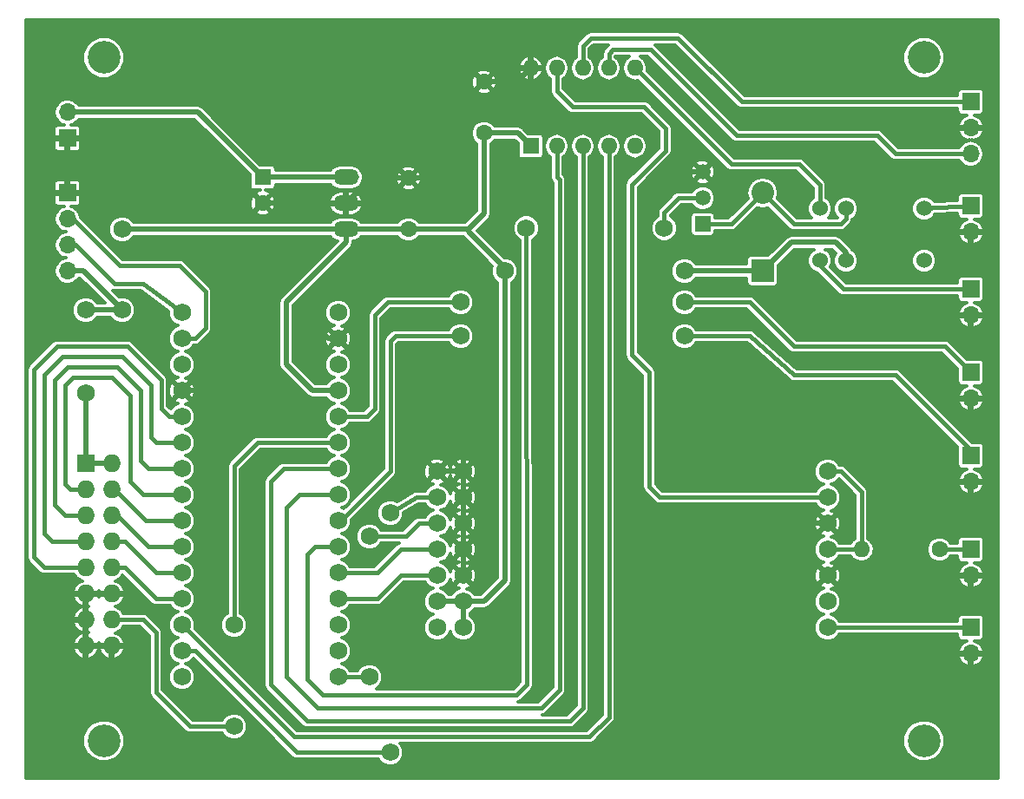
<source format=gbr>
G04 #@! TF.FileFunction,Copper,L2,Bot,Signal*
%FSLAX46Y46*%
G04 Gerber Fmt 4.6, Leading zero omitted, Abs format (unit mm)*
G04 Created by KiCad (PCBNEW 4.0.6-e0-6349~53~ubuntu16.04.1) date Sat May  6 13:45:51 2017*
%MOMM*%
%LPD*%
G01*
G04 APERTURE LIST*
%ADD10C,0.100000*%
%ADD11C,1.750000*%
%ADD12C,1.600000*%
%ADD13O,1.600000X1.600000*%
%ADD14R,1.727200X1.727200*%
%ADD15O,1.727200X1.727200*%
%ADD16C,3.200000*%
%ADD17C,1.524000*%
%ADD18R,1.700000X1.700000*%
%ADD19O,1.700000X1.700000*%
%ADD20R,1.600000X1.600000*%
%ADD21R,2.200000X2.200000*%
%ADD22O,2.200000X2.200000*%
%ADD23C,1.520000*%
%ADD24R,1.520000X1.520000*%
%ADD25O,2.499360X1.501140*%
%ADD26C,0.500000*%
%ADD27C,0.400000*%
%ADD28C,0.300000*%
G04 APERTURE END LIST*
D10*
D11*
X78740000Y30480000D03*
X78740000Y27940000D03*
X78740000Y22860000D03*
X78740000Y25400000D03*
X78740000Y17780000D03*
X78740000Y15240000D03*
X78740000Y20320000D03*
X43180000Y20320000D03*
X40640000Y20320000D03*
X40640000Y15240000D03*
X43180000Y15240000D03*
X43180000Y17780000D03*
X40640000Y17780000D03*
X40640000Y25400000D03*
X43180000Y25400000D03*
X43180000Y22860000D03*
X40640000Y22860000D03*
X40640000Y27940000D03*
X43180000Y27940000D03*
X43180000Y30480000D03*
X40640000Y30480000D03*
X15748000Y43434000D03*
X15748000Y40894000D03*
X15748000Y38354000D03*
X15748000Y35814000D03*
X15748000Y33274000D03*
X15748000Y30734000D03*
X15748000Y28194000D03*
X15748000Y25654000D03*
X15748000Y23114000D03*
X15748000Y20574000D03*
X15748000Y18034000D03*
X15748000Y15494000D03*
X15748000Y12954000D03*
X15748000Y10414000D03*
X30988000Y10414000D03*
X30988000Y12954000D03*
X30988000Y15494000D03*
X30988000Y18034000D03*
X30988000Y20574000D03*
X30988000Y23114000D03*
X30988000Y25654000D03*
X30988000Y28194000D03*
X30988000Y30734000D03*
X30988000Y33274000D03*
X30988000Y35814000D03*
X30988000Y38354000D03*
X30988000Y40894000D03*
X30988000Y43434000D03*
X30988000Y45974000D03*
X15748000Y45974000D03*
D12*
X89662000Y22860000D03*
D13*
X82042000Y22860000D03*
D14*
X6350000Y31242000D03*
D15*
X8890000Y31242000D03*
X6350000Y28702000D03*
X8890000Y28702000D03*
X6350000Y26162000D03*
X8890000Y26162000D03*
X6350000Y23622000D03*
X8890000Y23622000D03*
X6350000Y21082000D03*
X8890000Y21082000D03*
X6350000Y18542000D03*
X8890000Y18542000D03*
X6350000Y16002000D03*
X8890000Y16002000D03*
X6350000Y13462000D03*
X8890000Y13462000D03*
D12*
X45212000Y63500000D03*
X45212000Y68500000D03*
D16*
X88138000Y70866000D03*
X8128000Y70866000D03*
X8128000Y4191000D03*
X88138000Y4191000D03*
D17*
X77978000Y51054000D03*
X80518000Y51054000D03*
X88138000Y51054000D03*
X88138000Y56134000D03*
X80518000Y56134000D03*
X77978000Y56134000D03*
D18*
X92710000Y66548000D03*
D19*
X92710000Y64008000D03*
X92710000Y61468000D03*
D18*
X92710000Y32004000D03*
D19*
X92710000Y29464000D03*
D18*
X92710000Y40132000D03*
D19*
X92710000Y37592000D03*
D18*
X4572000Y62992000D03*
D19*
X4572000Y65532000D03*
D18*
X4572000Y57658000D03*
D19*
X4572000Y55118000D03*
X4572000Y52578000D03*
X4572000Y50038000D03*
D20*
X23622000Y59182000D03*
D12*
X23622000Y56682000D03*
X37846000Y54102000D03*
X37846000Y59102000D03*
D21*
X72390000Y50038000D03*
D22*
X72390000Y57658000D03*
D18*
X92710000Y48260000D03*
D19*
X92710000Y45720000D03*
D18*
X92710000Y56388000D03*
D19*
X92710000Y53848000D03*
D18*
X92710000Y22860000D03*
D19*
X92710000Y20320000D03*
D18*
X92710000Y15240000D03*
D19*
X92710000Y12700000D03*
D23*
X66548000Y57150000D03*
X66548000Y59690000D03*
D24*
X66548000Y54610000D03*
D25*
X31750000Y56642000D03*
X31750000Y59182000D03*
X31750000Y54102000D03*
D20*
X49784000Y62230000D03*
D13*
X59944000Y69850000D03*
X52324000Y62230000D03*
X57404000Y69850000D03*
X54864000Y62230000D03*
X54864000Y69850000D03*
X57404000Y62230000D03*
X52324000Y69850000D03*
X59944000Y62230000D03*
X49784000Y69850000D03*
D11*
X45212000Y45339000D03*
X62484000Y45339000D03*
X35306000Y56642000D03*
X35306000Y51562000D03*
X42608500Y59118500D03*
X62738000Y59118500D03*
X18288000Y3556000D03*
X18288000Y19304000D03*
X59182000Y33274000D03*
X43180000Y33274000D03*
X42672000Y51562000D03*
X42672000Y56642000D03*
X6350000Y38100000D03*
X6350000Y46228000D03*
X9906000Y46228000D03*
X9906000Y54102000D03*
X47244000Y50038000D03*
X64770000Y50038000D03*
X64770000Y46990000D03*
X42926000Y46990000D03*
X42926000Y43688000D03*
X64770000Y43688000D03*
X62801500Y54229000D03*
X49339500Y54229000D03*
X36068000Y26416000D03*
X36068000Y3048000D03*
X34036000Y10414000D03*
X34036000Y24130000D03*
X20828000Y15494000D03*
X20828000Y5588000D03*
D26*
X62738000Y59118500D02*
X64325500Y59118500D01*
X42592000Y59102000D02*
X42608500Y59118500D01*
X37846000Y59102000D02*
X42592000Y59102000D01*
X64897000Y59690000D02*
X66548000Y59690000D01*
X64325500Y59118500D02*
X64897000Y59690000D01*
X78740000Y20320000D02*
X76200000Y22860000D01*
X76200000Y22860000D02*
X78740000Y25400000D01*
X30988000Y43434000D02*
X29972000Y43434000D01*
X33274000Y51562000D02*
X35306000Y51562000D01*
X35306000Y51562000D02*
X42672000Y51562000D01*
X28702000Y46990000D02*
X33274000Y51562000D01*
X28702000Y44704000D02*
X28702000Y46990000D01*
X29972000Y43434000D02*
X28702000Y44704000D01*
X8890000Y13462000D02*
X8890000Y10414000D01*
X8890000Y10414000D02*
X15748000Y3556000D01*
X15748000Y3556000D02*
X18288000Y3556000D01*
X17272000Y38354000D02*
X15748000Y38354000D01*
X18288000Y19304000D02*
X18288000Y37338000D01*
X18288000Y37338000D02*
X17272000Y38354000D01*
X8890000Y13462000D02*
X6350000Y13462000D01*
X6350000Y13462000D02*
X6350000Y16002000D01*
X6350000Y16002000D02*
X6350000Y18542000D01*
X6350000Y18542000D02*
X8890000Y18542000D01*
X78740000Y25400000D02*
X60198000Y25400000D01*
X60198000Y25400000D02*
X59182000Y26416000D01*
X59182000Y26416000D02*
X59182000Y33274000D01*
X31750000Y56642000D02*
X35306000Y56642000D01*
X35306000Y56642000D02*
X42672000Y56642000D01*
X42672000Y51562000D02*
X45212000Y49022000D01*
X45212000Y49022000D02*
X45212000Y45339000D01*
X45212000Y45339000D02*
X45212000Y43180000D01*
X45212000Y43180000D02*
X43180000Y41148000D01*
X43180000Y41148000D02*
X43180000Y33274000D01*
X43180000Y33274000D02*
X43180000Y30480000D01*
X45212000Y68500000D02*
X48434000Y68500000D01*
X48434000Y68500000D02*
X49784000Y69850000D01*
X4572000Y62992000D02*
X4572000Y57658000D01*
X4572000Y62992000D02*
X17312000Y62992000D01*
X17312000Y62992000D02*
X23622000Y56682000D01*
X76708000Y25400000D02*
X78740000Y25400000D01*
X92710000Y12700000D02*
X76200000Y12700000D01*
X76200000Y12700000D02*
X74422000Y14478000D01*
X74422000Y14478000D02*
X74422000Y16002000D01*
X74422000Y16002000D02*
X78740000Y20320000D01*
X43180000Y20320000D02*
X43180000Y22860000D01*
X43180000Y22860000D02*
X43180000Y25400000D01*
X43180000Y25400000D02*
X43180000Y27940000D01*
X43180000Y27940000D02*
X43180000Y30480000D01*
X43180000Y30480000D02*
X40640000Y30480000D01*
X23582000Y56642000D02*
X31750000Y56642000D01*
X31750000Y56642000D02*
X34210000Y59102000D01*
X34210000Y59102000D02*
X37846000Y59102000D01*
X43688000Y54102000D02*
X43688000Y53848000D01*
X43688000Y53848000D02*
X47244000Y50292000D01*
X47244000Y50292000D02*
X47244000Y50038000D01*
X37846000Y54102000D02*
X43688000Y54102000D01*
X45212000Y55626000D02*
X45212000Y63500000D01*
X43688000Y54102000D02*
X45212000Y55626000D01*
X31750000Y54102000D02*
X31750000Y52832000D01*
X28448000Y38354000D02*
X30988000Y38354000D01*
X25908000Y40894000D02*
X28448000Y38354000D01*
X25908000Y46990000D02*
X25908000Y40894000D01*
X31750000Y52832000D02*
X25908000Y46990000D01*
X9906000Y46228000D02*
X6350000Y46228000D01*
X6350000Y38100000D02*
X6350000Y31242000D01*
X31750000Y54102000D02*
X9906000Y54102000D01*
X6096000Y50038000D02*
X4572000Y50038000D01*
X9906000Y46228000D02*
X6096000Y50038000D01*
X72390000Y50038000D02*
X64770000Y50038000D01*
X47244000Y50038000D02*
X47244000Y50292000D01*
X47244000Y50292000D02*
X47244000Y50038000D01*
X43180000Y17780000D02*
X45212000Y17780000D01*
X45212000Y17780000D02*
X47244000Y19812000D01*
X47244000Y19812000D02*
X47244000Y50038000D01*
X47244000Y50038000D02*
X47244000Y50292000D01*
X45212000Y63500000D02*
X48514000Y63500000D01*
X48514000Y63500000D02*
X49784000Y62230000D01*
X72390000Y50038000D02*
X75184000Y52832000D01*
X75184000Y52832000D02*
X79502000Y52832000D01*
X79502000Y52832000D02*
X80518000Y51816000D01*
X80518000Y51816000D02*
X80518000Y51054000D01*
X40640000Y17780000D02*
X43180000Y17780000D01*
X43180000Y15240000D02*
X43180000Y17780000D01*
X6350000Y31242000D02*
X8890000Y31242000D01*
X31750000Y54102000D02*
X37846000Y54102000D01*
D27*
X66548000Y54610000D02*
X69342000Y54610000D01*
X69342000Y54610000D02*
X72390000Y57658000D01*
X72390000Y57658000D02*
X75438000Y54610000D01*
X80518000Y55118000D02*
X80518000Y56134000D01*
X80010000Y54610000D02*
X80518000Y55118000D01*
X75438000Y54610000D02*
X80010000Y54610000D01*
X54864000Y62230000D02*
X54864000Y7366000D01*
X25654000Y30734000D02*
X30988000Y30734000D01*
X24384000Y29464000D02*
X25654000Y30734000D01*
X24384000Y9652000D02*
X24384000Y29464000D01*
X27940000Y6096000D02*
X24384000Y9652000D01*
X53594000Y6096000D02*
X27940000Y6096000D01*
X54864000Y7366000D02*
X53594000Y6096000D01*
X30988000Y28194000D02*
X27178000Y28194000D01*
X52324000Y59182000D02*
X52324000Y62230000D01*
X52578000Y58928000D02*
X52324000Y59182000D01*
X52578000Y9144000D02*
X52578000Y58928000D01*
X50800000Y7366000D02*
X52578000Y9144000D01*
X28956000Y7366000D02*
X50800000Y7366000D01*
X25908000Y10414000D02*
X28956000Y7366000D01*
X25908000Y26924000D02*
X25908000Y10414000D01*
X27178000Y28194000D02*
X25908000Y26924000D01*
X30988000Y35814000D02*
X33782000Y35814000D01*
X71120000Y46990000D02*
X75438000Y42672000D01*
X75438000Y42672000D02*
X90170000Y42672000D01*
X90170000Y42672000D02*
X92710000Y40132000D01*
X64770000Y46990000D02*
X71120000Y46990000D01*
X35814000Y46990000D02*
X42926000Y46990000D01*
X34544000Y45720000D02*
X35814000Y46990000D01*
X34544000Y36576000D02*
X34544000Y45720000D01*
X33782000Y35814000D02*
X34544000Y36576000D01*
X30988000Y35814000D02*
X31242000Y35814000D01*
X64770000Y43688000D02*
X71120000Y43688000D01*
X31242000Y25654000D02*
X36068000Y30480000D01*
X36068000Y30480000D02*
X36068000Y43180000D01*
X36068000Y43180000D02*
X36576000Y43688000D01*
X36576000Y43688000D02*
X42926000Y43688000D01*
X30988000Y25654000D02*
X31242000Y25654000D01*
X85344000Y39878000D02*
X92710000Y32512000D01*
X75438000Y39878000D02*
X85344000Y39878000D01*
X71120000Y43688000D02*
X75438000Y39878000D01*
X92710000Y32512000D02*
X92710000Y32004000D01*
X89662000Y22860000D02*
X92710000Y22860000D01*
X78740000Y15240000D02*
X92710000Y15240000D01*
X57404000Y69850000D02*
X57404000Y71247000D01*
X85344000Y61468000D02*
X92710000Y61468000D01*
X83566000Y63246000D02*
X85344000Y61468000D01*
X69850000Y63246000D02*
X83566000Y63246000D01*
X61468000Y71628000D02*
X69850000Y63246000D01*
X57785000Y71628000D02*
X61468000Y71628000D01*
X57404000Y71247000D02*
X57785000Y71628000D01*
X54864000Y69850000D02*
X54864000Y72009000D01*
X70358000Y66548000D02*
X92710000Y66548000D01*
X64135000Y72771000D02*
X70358000Y66548000D01*
X55626000Y72771000D02*
X64135000Y72771000D01*
X54864000Y72009000D02*
X55626000Y72771000D01*
X66548000Y57150000D02*
X64198500Y57150000D01*
X49339500Y54229000D02*
X49403000Y9652000D01*
X49403000Y9652000D02*
X48387000Y8636000D01*
X28702000Y23114000D02*
X30988000Y23114000D01*
X29464000Y8636000D02*
X48387000Y8636000D01*
X27940000Y10160000D02*
X29464000Y8636000D01*
X27940000Y22352000D02*
X27940000Y10160000D01*
X28702000Y23114000D02*
X27940000Y22352000D01*
X62801500Y55753000D02*
X62801500Y54229000D01*
X64198500Y57150000D02*
X62801500Y55753000D01*
X78740000Y30480000D02*
X80010000Y30480000D01*
X82042000Y28448000D02*
X82042000Y22860000D01*
X80010000Y30480000D02*
X82042000Y28448000D01*
X78740000Y22860000D02*
X82042000Y22860000D01*
X15748000Y12954000D02*
X17018000Y12954000D01*
X17018000Y12954000D02*
X26924000Y3048000D01*
X26924000Y3048000D02*
X36068000Y3048000D01*
X38608000Y27940000D02*
X40640000Y27940000D01*
X36068000Y26416000D02*
X38608000Y27940000D01*
X40640000Y25400000D02*
X38862000Y25400000D01*
X34036000Y10414000D02*
X30988000Y10414000D01*
X37592000Y24130000D02*
X34036000Y24130000D01*
X38862000Y25400000D02*
X37592000Y24130000D01*
X30988000Y18034000D02*
X34798000Y18034000D01*
X37084000Y20320000D02*
X40640000Y20320000D01*
X34798000Y18034000D02*
X37084000Y20320000D01*
X30988000Y20574000D02*
X34798000Y20574000D01*
X37084000Y22860000D02*
X40640000Y22860000D01*
X34798000Y20574000D02*
X37084000Y22860000D01*
X78740000Y27940000D02*
X62357000Y27940000D01*
X56388000Y66040000D02*
X56134000Y66040000D01*
X52324000Y67564000D02*
X53848000Y66040000D01*
X53848000Y66040000D02*
X56388000Y66040000D01*
X52324000Y67564000D02*
X52324000Y69850000D01*
X60833000Y66040000D02*
X56134000Y66040000D01*
X62928500Y63944500D02*
X60833000Y66040000D01*
X62928500Y61785500D02*
X62928500Y63944500D01*
X59626500Y58483500D02*
X62928500Y61785500D01*
X59626500Y41846500D02*
X59626500Y58483500D01*
X61341000Y40132000D02*
X59626500Y41846500D01*
X61341000Y28956000D02*
X61341000Y40132000D01*
X62357000Y27940000D02*
X61341000Y28956000D01*
X77978000Y56134000D02*
X77978000Y58420000D01*
X69342000Y60452000D02*
X59944000Y69850000D01*
X75946000Y60452000D02*
X69342000Y60452000D01*
X77978000Y58420000D02*
X75946000Y60452000D01*
D26*
X4572000Y65532000D02*
X17272000Y65532000D01*
X17272000Y65532000D02*
X23622000Y59182000D01*
X23622000Y59182000D02*
X31750000Y59182000D01*
D27*
X15748000Y35814000D02*
X14478000Y35814000D01*
X2286000Y21082000D02*
X6350000Y21082000D01*
X1270000Y22098000D02*
X2286000Y21082000D01*
X1270000Y40386000D02*
X1270000Y22098000D01*
X3556000Y42672000D02*
X1270000Y40386000D01*
X10414000Y42672000D02*
X3556000Y42672000D01*
X13716000Y39370000D02*
X10414000Y42672000D01*
X13716000Y36576000D02*
X13716000Y39370000D01*
X14478000Y35814000D02*
X13716000Y36576000D01*
X15748000Y33274000D02*
X13208000Y33274000D01*
X3048000Y23622000D02*
X6350000Y23622000D01*
X2286000Y24384000D02*
X3048000Y23622000D01*
X2286000Y39878000D02*
X2286000Y24384000D01*
X4064000Y41656000D02*
X2286000Y39878000D01*
X9906000Y41656000D02*
X4064000Y41656000D01*
X12700000Y38862000D02*
X9906000Y41656000D01*
X12700000Y33782000D02*
X12700000Y38862000D01*
X13208000Y33274000D02*
X12700000Y33782000D01*
X15748000Y30734000D02*
X12446000Y30734000D01*
X4318000Y26162000D02*
X6350000Y26162000D01*
X3302000Y27178000D02*
X4318000Y26162000D01*
X3302000Y39370000D02*
X3302000Y27178000D01*
X4572000Y40640000D02*
X3302000Y39370000D01*
X9398000Y40640000D02*
X4572000Y40640000D01*
X11684000Y38354000D02*
X9398000Y40640000D01*
X11684000Y31496000D02*
X11684000Y38354000D01*
X12446000Y30734000D02*
X11684000Y31496000D01*
X15748000Y28194000D02*
X11938000Y28194000D01*
X4826000Y28702000D02*
X6350000Y28702000D01*
X4318000Y29210000D02*
X4826000Y28702000D01*
X4318000Y38862000D02*
X4318000Y29210000D01*
X5080000Y39624000D02*
X4318000Y38862000D01*
X8890000Y39624000D02*
X5080000Y39624000D01*
X10668000Y37846000D02*
X8890000Y39624000D01*
X10668000Y29464000D02*
X10668000Y37846000D01*
X11938000Y28194000D02*
X10668000Y29464000D01*
X8890000Y28702000D02*
X9144000Y28702000D01*
X9144000Y28702000D02*
X12192000Y25654000D01*
X12192000Y25654000D02*
X15748000Y25654000D01*
X8890000Y26162000D02*
X9398000Y26162000D01*
X9398000Y26162000D02*
X12446000Y23114000D01*
X12446000Y23114000D02*
X15748000Y23114000D01*
X4572000Y55118000D02*
X5080000Y55118000D01*
X5080000Y55118000D02*
X9652000Y50546000D01*
X9652000Y50546000D02*
X15494000Y50546000D01*
X15494000Y50546000D02*
X18034000Y48006000D01*
X18034000Y48006000D02*
X18034000Y44450000D01*
X18034000Y44450000D02*
X17018000Y43434000D01*
X17018000Y43434000D02*
X15748000Y43434000D01*
X4572000Y52578000D02*
X5334000Y52578000D01*
X5334000Y52578000D02*
X9144000Y48768000D01*
X9144000Y48768000D02*
X11938000Y48768000D01*
X11938000Y48768000D02*
X15748000Y45974000D01*
X77978000Y51054000D02*
X77978000Y50546000D01*
X77978000Y50546000D02*
X80264000Y48260000D01*
X80264000Y48260000D02*
X92710000Y48260000D01*
X77978000Y51054000D02*
X77978000Y51308000D01*
X88138000Y56134000D02*
X92710000Y56388000D01*
X8890000Y16002000D02*
X11938000Y16002000D01*
X23114000Y33274000D02*
X30988000Y33274000D01*
X20828000Y30988000D02*
X23114000Y33274000D01*
X20828000Y15494000D02*
X20828000Y30988000D01*
X16510000Y5588000D02*
X20828000Y5588000D01*
X13208000Y8890000D02*
X16510000Y5588000D01*
X13208000Y14732000D02*
X13208000Y8890000D01*
X11938000Y16002000D02*
X13208000Y14732000D01*
X8890000Y16002000D02*
X9398000Y16002000D01*
X8890000Y23622000D02*
X10160000Y23622000D01*
X13208000Y20574000D02*
X15748000Y20574000D01*
X10160000Y23622000D02*
X13208000Y20574000D01*
X8890000Y21082000D02*
X10160000Y21082000D01*
X13208000Y18034000D02*
X15748000Y18034000D01*
X10160000Y21082000D02*
X13208000Y18034000D01*
X15748000Y15494000D02*
X20574000Y10668000D01*
X27432000Y4572000D02*
X55499000Y4572000D01*
X55499000Y4572000D02*
X57404000Y6477000D01*
X57404000Y6477000D02*
X57404000Y62230000D01*
X26670000Y4572000D02*
X27432000Y4572000D01*
X20574000Y10668000D02*
X26670000Y4572000D01*
D28*
G36*
X95360000Y525000D02*
X525000Y525000D01*
X525000Y3785019D01*
X6077645Y3785019D01*
X6389081Y3031285D01*
X6965252Y2454108D01*
X7718441Y2141357D01*
X8533981Y2140645D01*
X9287715Y2452081D01*
X9864892Y3028252D01*
X10177643Y3781441D01*
X10178355Y4596981D01*
X9866919Y5350715D01*
X9290748Y5927892D01*
X8537559Y6240643D01*
X7722019Y6241355D01*
X6968285Y5929919D01*
X6391108Y5353748D01*
X6078357Y4600559D01*
X6077645Y3785019D01*
X525000Y3785019D01*
X525000Y13158334D01*
X5071972Y13158334D01*
X5285464Y12692369D01*
X5661022Y12343573D01*
X6046335Y12183981D01*
X6250000Y12265070D01*
X6250000Y13362000D01*
X6450000Y13362000D01*
X6450000Y12265070D01*
X6653665Y12183981D01*
X7038978Y12343573D01*
X7414536Y12692369D01*
X7620000Y13140812D01*
X7825464Y12692369D01*
X8201022Y12343573D01*
X8586335Y12183981D01*
X8790000Y12265070D01*
X8790000Y13362000D01*
X8990000Y13362000D01*
X8990000Y12265070D01*
X9193665Y12183981D01*
X9578978Y12343573D01*
X9954536Y12692369D01*
X10168028Y13158334D01*
X10087297Y13362000D01*
X8990000Y13362000D01*
X8790000Y13362000D01*
X7692703Y13362000D01*
X7620000Y13178587D01*
X7547297Y13362000D01*
X6450000Y13362000D01*
X6250000Y13362000D01*
X5152703Y13362000D01*
X5071972Y13158334D01*
X525000Y13158334D01*
X525000Y15698334D01*
X5071972Y15698334D01*
X5285464Y15232369D01*
X5661022Y14883573D01*
X6026974Y14732000D01*
X5661022Y14580427D01*
X5285464Y14231631D01*
X5071972Y13765666D01*
X5152703Y13562000D01*
X6250000Y13562000D01*
X6250000Y14658930D01*
X6066476Y14732000D01*
X6250000Y14805070D01*
X6250000Y15902000D01*
X5152703Y15902000D01*
X5071972Y15698334D01*
X525000Y15698334D01*
X525000Y18238334D01*
X5071972Y18238334D01*
X5285464Y17772369D01*
X5661022Y17423573D01*
X6026974Y17272000D01*
X5661022Y17120427D01*
X5285464Y16771631D01*
X5071972Y16305666D01*
X5152703Y16102000D01*
X6250000Y16102000D01*
X6250000Y17198930D01*
X6066476Y17272000D01*
X6250000Y17345070D01*
X6250000Y18442000D01*
X6450000Y18442000D01*
X6450000Y17345070D01*
X6633524Y17272000D01*
X6450000Y17198930D01*
X6450000Y16102000D01*
X6470000Y16102000D01*
X6470000Y15902000D01*
X6450000Y15902000D01*
X6450000Y14805070D01*
X6633524Y14732000D01*
X6450000Y14658930D01*
X6450000Y13562000D01*
X7547297Y13562000D01*
X7620000Y13745413D01*
X7692703Y13562000D01*
X8790000Y13562000D01*
X8790000Y13582000D01*
X8990000Y13582000D01*
X8990000Y13562000D01*
X10087297Y13562000D01*
X10168028Y13765666D01*
X9954536Y14231631D01*
X9578978Y14580427D01*
X9221313Y14728567D01*
X9392693Y14762657D01*
X9818855Y15047410D01*
X10022376Y15352000D01*
X11668762Y15352000D01*
X12558000Y14462761D01*
X12558000Y8890000D01*
X12598900Y8684381D01*
X12607478Y8641255D01*
X12748381Y8430381D01*
X16050380Y5128381D01*
X16261255Y4987478D01*
X16302524Y4979269D01*
X16510000Y4938000D01*
X19662923Y4938000D01*
X19704065Y4838428D01*
X20076468Y4465375D01*
X20563285Y4263231D01*
X21090402Y4262771D01*
X21577572Y4464065D01*
X21950625Y4836468D01*
X22152769Y5323285D01*
X22153229Y5850402D01*
X21951935Y6337572D01*
X21579532Y6710625D01*
X21092715Y6912769D01*
X20565598Y6913229D01*
X20078428Y6711935D01*
X19705375Y6339532D01*
X19663215Y6238000D01*
X16779239Y6238000D01*
X13858000Y9159238D01*
X13858000Y14732000D01*
X13808522Y14980744D01*
X13808522Y14980745D01*
X13667619Y15191620D01*
X12397619Y16461619D01*
X12186745Y16602522D01*
X12145476Y16610731D01*
X11938000Y16652000D01*
X10022376Y16652000D01*
X9818855Y16956590D01*
X9392693Y17241343D01*
X9221313Y17275433D01*
X9578978Y17423573D01*
X9954536Y17772369D01*
X10168028Y18238334D01*
X10087297Y18442000D01*
X8990000Y18442000D01*
X8990000Y18422000D01*
X8790000Y18422000D01*
X8790000Y18442000D01*
X7692703Y18442000D01*
X7620000Y18258587D01*
X7547297Y18442000D01*
X6450000Y18442000D01*
X6250000Y18442000D01*
X5152703Y18442000D01*
X5071972Y18238334D01*
X525000Y18238334D01*
X525000Y40386000D01*
X620000Y40386000D01*
X620000Y22098000D01*
X644244Y21976117D01*
X669478Y21849255D01*
X810381Y21638381D01*
X1826381Y20622381D01*
X2037255Y20481478D01*
X2078524Y20473269D01*
X2286000Y20432000D01*
X5217624Y20432000D01*
X5421145Y20127410D01*
X5847307Y19842657D01*
X6018687Y19808567D01*
X5661022Y19660427D01*
X5285464Y19311631D01*
X5071972Y18845666D01*
X5152703Y18642000D01*
X6250000Y18642000D01*
X6250000Y18662000D01*
X6450000Y18662000D01*
X6450000Y18642000D01*
X7547297Y18642000D01*
X7620000Y18825413D01*
X7692703Y18642000D01*
X8790000Y18642000D01*
X8790000Y18662000D01*
X8990000Y18662000D01*
X8990000Y18642000D01*
X10087297Y18642000D01*
X10168028Y18845666D01*
X9954536Y19311631D01*
X9578978Y19660427D01*
X9221313Y19808567D01*
X9392693Y19842657D01*
X9818855Y20127410D01*
X9969659Y20353103D01*
X12748381Y17574381D01*
X12959255Y17433478D01*
X13000524Y17425269D01*
X13208000Y17384000D01*
X14582923Y17384000D01*
X14624065Y17284428D01*
X14996468Y16911375D01*
X15351659Y16763887D01*
X14998428Y16617935D01*
X14625375Y16245532D01*
X14423231Y15758715D01*
X14422771Y15231598D01*
X14624065Y14744428D01*
X14996468Y14371375D01*
X15351659Y14223887D01*
X14998428Y14077935D01*
X14625375Y13705532D01*
X14423231Y13218715D01*
X14422771Y12691598D01*
X14624065Y12204428D01*
X14996468Y11831375D01*
X15351659Y11683887D01*
X14998428Y11537935D01*
X14625375Y11165532D01*
X14423231Y10678715D01*
X14422771Y10151598D01*
X14624065Y9664428D01*
X14996468Y9291375D01*
X15483285Y9089231D01*
X16010402Y9088771D01*
X16497572Y9290065D01*
X16870625Y9662468D01*
X17072769Y10149285D01*
X17073229Y10676402D01*
X16871935Y11163572D01*
X16499532Y11536625D01*
X16144341Y11684113D01*
X16497572Y11830065D01*
X16860451Y12192311D01*
X26464381Y2588380D01*
X26675256Y2447478D01*
X26924000Y2398000D01*
X34902923Y2398000D01*
X34944065Y2298428D01*
X35316468Y1925375D01*
X35803285Y1723231D01*
X36330402Y1722771D01*
X36817572Y1924065D01*
X37190625Y2296468D01*
X37392769Y2783285D01*
X37393229Y3310402D01*
X37197122Y3785019D01*
X86087645Y3785019D01*
X86399081Y3031285D01*
X86975252Y2454108D01*
X87728441Y2141357D01*
X88543981Y2140645D01*
X89297715Y2452081D01*
X89874892Y3028252D01*
X90187643Y3781441D01*
X90188355Y4596981D01*
X89876919Y5350715D01*
X89300748Y5927892D01*
X88547559Y6240643D01*
X87732019Y6241355D01*
X86978285Y5929919D01*
X86401108Y5353748D01*
X86088357Y4600559D01*
X86087645Y3785019D01*
X37197122Y3785019D01*
X37191935Y3797572D01*
X37067724Y3922000D01*
X55499000Y3922000D01*
X55706476Y3963269D01*
X55747745Y3971478D01*
X55958619Y4112381D01*
X57863620Y6017381D01*
X58004522Y6228256D01*
X58054000Y6477000D01*
X58054000Y12398469D01*
X91445453Y12398469D01*
X91602608Y12019039D01*
X91947496Y11647094D01*
X92408468Y11435444D01*
X92610000Y11516343D01*
X92610000Y12600000D01*
X92810000Y12600000D01*
X92810000Y11516343D01*
X93011532Y11435444D01*
X93472504Y11647094D01*
X93817392Y12019039D01*
X93974547Y12398469D01*
X93893282Y12600000D01*
X92810000Y12600000D01*
X92610000Y12600000D01*
X91526718Y12600000D01*
X91445453Y12398469D01*
X58054000Y12398469D01*
X58054000Y17517598D01*
X77414771Y17517598D01*
X77616065Y17030428D01*
X77988468Y16657375D01*
X78343659Y16509887D01*
X77990428Y16363935D01*
X77617375Y15991532D01*
X77415231Y15504715D01*
X77414771Y14977598D01*
X77616065Y14490428D01*
X77988468Y14117375D01*
X78475285Y13915231D01*
X79002402Y13914771D01*
X79489572Y14116065D01*
X79862625Y14488468D01*
X79904785Y14590000D01*
X91401184Y14590000D01*
X91401184Y14390000D01*
X91432562Y14223240D01*
X91531117Y14070081D01*
X91681495Y13967332D01*
X91860000Y13931184D01*
X92335784Y13931184D01*
X91947496Y13752906D01*
X91602608Y13380961D01*
X91445453Y13001531D01*
X91526718Y12800000D01*
X92610000Y12800000D01*
X92610000Y12820000D01*
X92810000Y12820000D01*
X92810000Y12800000D01*
X93893282Y12800000D01*
X93974547Y13001531D01*
X93817392Y13380961D01*
X93472504Y13752906D01*
X93084216Y13931184D01*
X93560000Y13931184D01*
X93726760Y13962562D01*
X93879919Y14061117D01*
X93982668Y14211495D01*
X94018816Y14390000D01*
X94018816Y16090000D01*
X93987438Y16256760D01*
X93888883Y16409919D01*
X93738505Y16512668D01*
X93560000Y16548816D01*
X91860000Y16548816D01*
X91693240Y16517438D01*
X91540081Y16418883D01*
X91437332Y16268505D01*
X91401184Y16090000D01*
X91401184Y15890000D01*
X79905077Y15890000D01*
X79863935Y15989572D01*
X79491532Y16362625D01*
X79136341Y16510113D01*
X79489572Y16656065D01*
X79862625Y17028468D01*
X80064769Y17515285D01*
X80065229Y18042402D01*
X79863935Y18529572D01*
X79491532Y18902625D01*
X79147402Y19045520D01*
X79450994Y19171272D01*
X79542152Y19376427D01*
X78740000Y20178579D01*
X77937848Y19376427D01*
X78029006Y19171272D01*
X78348372Y19051834D01*
X77990428Y18903935D01*
X77617375Y18531532D01*
X77415231Y18044715D01*
X77414771Y17517598D01*
X58054000Y17517598D01*
X58054000Y20537273D01*
X77406628Y20537273D01*
X77424978Y20010475D01*
X77591272Y19609006D01*
X77796427Y19517848D01*
X78598579Y20320000D01*
X78881421Y20320000D01*
X79683573Y19517848D01*
X79888728Y19609006D01*
X80041860Y20018469D01*
X91445453Y20018469D01*
X91602608Y19639039D01*
X91947496Y19267094D01*
X92408468Y19055444D01*
X92610000Y19136343D01*
X92610000Y20220000D01*
X92810000Y20220000D01*
X92810000Y19136343D01*
X93011532Y19055444D01*
X93472504Y19267094D01*
X93817392Y19639039D01*
X93974547Y20018469D01*
X93893282Y20220000D01*
X92810000Y20220000D01*
X92610000Y20220000D01*
X91526718Y20220000D01*
X91445453Y20018469D01*
X80041860Y20018469D01*
X80073372Y20102727D01*
X80055022Y20629525D01*
X79888728Y21030994D01*
X79683573Y21122152D01*
X78881421Y20320000D01*
X78598579Y20320000D01*
X77796427Y21122152D01*
X77591272Y21030994D01*
X77406628Y20537273D01*
X58054000Y20537273D01*
X58054000Y25617273D01*
X77406628Y25617273D01*
X77424978Y25090475D01*
X77591272Y24689006D01*
X77796427Y24597848D01*
X78598579Y25400000D01*
X78881421Y25400000D01*
X79683573Y24597848D01*
X79888728Y24689006D01*
X80073372Y25182727D01*
X80055022Y25709525D01*
X79888728Y26110994D01*
X79683573Y26202152D01*
X78881421Y25400000D01*
X78598579Y25400000D01*
X77796427Y26202152D01*
X77591272Y26110994D01*
X77406628Y25617273D01*
X58054000Y25617273D01*
X58054000Y61165352D01*
X58287883Y61321628D01*
X58558849Y61727157D01*
X58654000Y62205511D01*
X58654000Y62254489D01*
X58694000Y62254489D01*
X58694000Y62205511D01*
X58789151Y61727157D01*
X59060117Y61321628D01*
X59465646Y61050662D01*
X59944000Y60955511D01*
X60422354Y61050662D01*
X60827883Y61321628D01*
X61098849Y61727157D01*
X61194000Y62205511D01*
X61194000Y62254489D01*
X61098849Y62732843D01*
X60827883Y63138372D01*
X60422354Y63409338D01*
X59944000Y63504489D01*
X59465646Y63409338D01*
X59060117Y63138372D01*
X58789151Y62732843D01*
X58694000Y62254489D01*
X58654000Y62254489D01*
X58558849Y62732843D01*
X58287883Y63138372D01*
X57882354Y63409338D01*
X57404000Y63504489D01*
X56925646Y63409338D01*
X56520117Y63138372D01*
X56249151Y62732843D01*
X56154000Y62254489D01*
X56154000Y62205511D01*
X56249151Y61727157D01*
X56520117Y61321628D01*
X56754000Y61165352D01*
X56754000Y6746239D01*
X55229762Y5222000D01*
X26939238Y5222000D01*
X21033622Y11127616D01*
X21033620Y11127619D01*
X17031453Y15129785D01*
X17072769Y15229285D01*
X17073229Y15756402D01*
X16871935Y16243572D01*
X16499532Y16616625D01*
X16144341Y16764113D01*
X16497572Y16910065D01*
X16870625Y17282468D01*
X17072769Y17769285D01*
X17073229Y18296402D01*
X16871935Y18783572D01*
X16499532Y19156625D01*
X16144341Y19304113D01*
X16497572Y19450065D01*
X16870625Y19822468D01*
X17072769Y20309285D01*
X17073229Y20836402D01*
X16871935Y21323572D01*
X16499532Y21696625D01*
X16144341Y21844113D01*
X16497572Y21990065D01*
X16870625Y22362468D01*
X17072769Y22849285D01*
X17073229Y23376402D01*
X16871935Y23863572D01*
X16499532Y24236625D01*
X16144341Y24384113D01*
X16497572Y24530065D01*
X16870625Y24902468D01*
X17072769Y25389285D01*
X17073229Y25916402D01*
X16871935Y26403572D01*
X16499532Y26776625D01*
X16144341Y26924113D01*
X16497572Y27070065D01*
X16870625Y27442468D01*
X17072769Y27929285D01*
X17073229Y28456402D01*
X16871935Y28943572D01*
X16499532Y29316625D01*
X16144341Y29464113D01*
X16497572Y29610065D01*
X16870625Y29982468D01*
X17072769Y30469285D01*
X17073229Y30996402D01*
X16871935Y31483572D01*
X16499532Y31856625D01*
X16144341Y32004113D01*
X16497572Y32150065D01*
X16870625Y32522468D01*
X17072769Y33009285D01*
X17073229Y33536402D01*
X16871935Y34023572D01*
X16499532Y34396625D01*
X16144341Y34544113D01*
X16497572Y34690065D01*
X16870625Y35062468D01*
X17072769Y35549285D01*
X17073229Y36076402D01*
X16871935Y36563572D01*
X16499532Y36936625D01*
X16155402Y37079520D01*
X16458994Y37205272D01*
X16550152Y37410427D01*
X15748000Y38212579D01*
X14945848Y37410427D01*
X15037006Y37205272D01*
X15356372Y37085834D01*
X14998428Y36937935D01*
X14635550Y36575689D01*
X14366000Y36845238D01*
X14366000Y38571273D01*
X14414628Y38571273D01*
X14432978Y38044475D01*
X14599272Y37643006D01*
X14804427Y37551848D01*
X15606579Y38354000D01*
X15889421Y38354000D01*
X16691573Y37551848D01*
X16896728Y37643006D01*
X17081372Y38136727D01*
X17063022Y38663525D01*
X16896728Y39064994D01*
X16691573Y39156152D01*
X15889421Y38354000D01*
X15606579Y38354000D01*
X14804427Y39156152D01*
X14599272Y39064994D01*
X14414628Y38571273D01*
X14366000Y38571273D01*
X14366000Y39370000D01*
X14316522Y39618744D01*
X14316522Y39618745D01*
X14175619Y39829620D01*
X10873619Y43131619D01*
X10662745Y43272522D01*
X10621476Y43280731D01*
X10414000Y43322000D01*
X3556000Y43322000D01*
X3348524Y43280731D01*
X3307255Y43272522D01*
X3096380Y43131619D01*
X810381Y40845619D01*
X669478Y40634745D01*
X669478Y40634744D01*
X620000Y40386000D01*
X525000Y40386000D01*
X525000Y55118000D01*
X3246531Y55118000D01*
X3345488Y54620512D01*
X3627292Y54198761D01*
X4049043Y53916957D01*
X4395712Y53848000D01*
X4049043Y53779043D01*
X3627292Y53497239D01*
X3345488Y53075488D01*
X3246531Y52578000D01*
X3345488Y52080512D01*
X3627292Y51658761D01*
X4049043Y51376957D01*
X4395712Y51308000D01*
X4049043Y51239043D01*
X3627292Y50957239D01*
X3345488Y50535488D01*
X3246531Y50038000D01*
X3345488Y49540512D01*
X3627292Y49118761D01*
X4049043Y48836957D01*
X4546531Y48738000D01*
X4597469Y48738000D01*
X5094957Y48836957D01*
X5516708Y49118761D01*
X5663198Y49338000D01*
X5806050Y49338000D01*
X8216050Y46928000D01*
X7494418Y46928000D01*
X7473935Y46977572D01*
X7101532Y47350625D01*
X6614715Y47552769D01*
X6087598Y47553229D01*
X5600428Y47351935D01*
X5227375Y46979532D01*
X5025231Y46492715D01*
X5024771Y45965598D01*
X5226065Y45478428D01*
X5598468Y45105375D01*
X6085285Y44903231D01*
X6612402Y44902771D01*
X7099572Y45104065D01*
X7472625Y45476468D01*
X7494023Y45528000D01*
X8761582Y45528000D01*
X8782065Y45478428D01*
X9154468Y45105375D01*
X9641285Y44903231D01*
X10168402Y44902771D01*
X10655572Y45104065D01*
X11028625Y45476468D01*
X11230769Y45963285D01*
X11231229Y46490402D01*
X11029935Y46977572D01*
X10657532Y47350625D01*
X10170715Y47552769D01*
X9643598Y47553229D01*
X9592029Y47531921D01*
X8971672Y48152278D01*
X9144000Y48118000D01*
X11725210Y48118000D01*
X14423144Y46139515D01*
X14422771Y45711598D01*
X14624065Y45224428D01*
X14996468Y44851375D01*
X15351659Y44703887D01*
X14998428Y44557935D01*
X14625375Y44185532D01*
X14423231Y43698715D01*
X14422771Y43171598D01*
X14624065Y42684428D01*
X14996468Y42311375D01*
X15351659Y42163887D01*
X14998428Y42017935D01*
X14625375Y41645532D01*
X14423231Y41158715D01*
X14422771Y40631598D01*
X14624065Y40144428D01*
X14996468Y39771375D01*
X15340598Y39628480D01*
X15037006Y39502728D01*
X14945848Y39297573D01*
X15748000Y38495421D01*
X16550152Y39297573D01*
X16458994Y39502728D01*
X16139628Y39622166D01*
X16497572Y39770065D01*
X16870625Y40142468D01*
X17072769Y40629285D01*
X17073229Y41156402D01*
X16871935Y41643572D01*
X16499532Y42016625D01*
X16144341Y42164113D01*
X16497572Y42310065D01*
X16870625Y42682468D01*
X16912785Y42784000D01*
X17018000Y42784000D01*
X17225476Y42825269D01*
X17266745Y42833478D01*
X17477619Y42974381D01*
X18493619Y43990381D01*
X18634522Y44201255D01*
X18661470Y44336734D01*
X18684000Y44450000D01*
X18684000Y48006000D01*
X18634522Y48254744D01*
X18516862Y48430834D01*
X18493619Y48465620D01*
X15953619Y51005619D01*
X15742745Y51146522D01*
X15701476Y51154731D01*
X15494000Y51196000D01*
X9921239Y51196000D01*
X7277641Y53839598D01*
X8580771Y53839598D01*
X8782065Y53352428D01*
X9154468Y52979375D01*
X9641285Y52777231D01*
X10168402Y52776771D01*
X10655572Y52978065D01*
X11028625Y53350468D01*
X11050023Y53402000D01*
X30269147Y53402000D01*
X30368660Y53253069D01*
X30758153Y52992818D01*
X30893873Y52965822D01*
X25413025Y47484975D01*
X25261284Y47257879D01*
X25229209Y47096625D01*
X25208000Y46990000D01*
X25208000Y40894000D01*
X25261284Y40626121D01*
X25413025Y40399025D01*
X27953023Y37859028D01*
X27953025Y37859025D01*
X28180122Y37707284D01*
X28448000Y37654000D01*
X29843582Y37654000D01*
X29864065Y37604428D01*
X30236468Y37231375D01*
X30591659Y37083887D01*
X30238428Y36937935D01*
X29865375Y36565532D01*
X29663231Y36078715D01*
X29662771Y35551598D01*
X29864065Y35064428D01*
X30236468Y34691375D01*
X30591659Y34543887D01*
X30238428Y34397935D01*
X29865375Y34025532D01*
X29823215Y33924000D01*
X23114000Y33924000D01*
X22906524Y33882731D01*
X22865255Y33874522D01*
X22654380Y33733619D01*
X20368381Y31447619D01*
X20227478Y31236745D01*
X20227478Y31236744D01*
X20178000Y30988000D01*
X20178000Y16659077D01*
X20078428Y16617935D01*
X19705375Y16245532D01*
X19503231Y15758715D01*
X19502771Y15231598D01*
X19704065Y14744428D01*
X20076468Y14371375D01*
X20563285Y14169231D01*
X21090402Y14168771D01*
X21577572Y14370065D01*
X21950625Y14742468D01*
X22152769Y15229285D01*
X22153229Y15756402D01*
X21951935Y16243572D01*
X21579532Y16616625D01*
X21478000Y16658785D01*
X21478000Y30718762D01*
X23383239Y32624000D01*
X29822923Y32624000D01*
X29864065Y32524428D01*
X30236468Y32151375D01*
X30591659Y32003887D01*
X30238428Y31857935D01*
X29865375Y31485532D01*
X29823215Y31384000D01*
X25654000Y31384000D01*
X25446524Y31342731D01*
X25405255Y31334522D01*
X25194380Y31193619D01*
X23924381Y29923619D01*
X23783478Y29712745D01*
X23783478Y29712744D01*
X23734000Y29464000D01*
X23734000Y9652000D01*
X23766120Y9490522D01*
X23783478Y9403255D01*
X23924381Y9192381D01*
X27480380Y5636381D01*
X27621283Y5542233D01*
X27691256Y5495478D01*
X27940000Y5446000D01*
X53594000Y5446000D01*
X53801476Y5487269D01*
X53842745Y5495478D01*
X54053619Y5636381D01*
X55323619Y6906380D01*
X55464522Y7117255D01*
X55472731Y7158524D01*
X55514000Y7366000D01*
X55514000Y61165352D01*
X55747883Y61321628D01*
X56018849Y61727157D01*
X56114000Y62205511D01*
X56114000Y62254489D01*
X56018849Y62732843D01*
X55747883Y63138372D01*
X55342354Y63409338D01*
X54864000Y63504489D01*
X54385646Y63409338D01*
X53980117Y63138372D01*
X53709151Y62732843D01*
X53614000Y62254489D01*
X53614000Y62205511D01*
X53709151Y61727157D01*
X53980117Y61321628D01*
X54214000Y61165352D01*
X54214000Y7635239D01*
X53324762Y6746000D01*
X50950821Y6746000D01*
X51007476Y6757269D01*
X51048745Y6765478D01*
X51259619Y6906381D01*
X53037620Y8684381D01*
X53178522Y8895256D01*
X53228000Y9144000D01*
X53228000Y58928000D01*
X53178522Y59176744D01*
X53178522Y59176745D01*
X53037619Y59387620D01*
X52974000Y59451239D01*
X52974000Y61165352D01*
X53207883Y61321628D01*
X53478849Y61727157D01*
X53574000Y62205511D01*
X53574000Y62254489D01*
X53478849Y62732843D01*
X53207883Y63138372D01*
X52802354Y63409338D01*
X52324000Y63504489D01*
X51845646Y63409338D01*
X51440117Y63138372D01*
X51169151Y62732843D01*
X51074000Y62254489D01*
X51074000Y62205511D01*
X51169151Y61727157D01*
X51440117Y61321628D01*
X51674000Y61165352D01*
X51674000Y59182000D01*
X51706120Y59020522D01*
X51723478Y58933255D01*
X51864381Y58722381D01*
X51928000Y58658762D01*
X51928000Y9413239D01*
X50530762Y8016000D01*
X48537821Y8016000D01*
X48594476Y8027269D01*
X48635745Y8035478D01*
X48846619Y8176381D01*
X49862619Y9192381D01*
X49862881Y9192773D01*
X49863273Y9193036D01*
X49933203Y9298017D01*
X50003522Y9403255D01*
X50003614Y9403719D01*
X50003876Y9404112D01*
X50028394Y9528299D01*
X50052999Y9652000D01*
X50052907Y9652461D01*
X50052999Y9652926D01*
X49991159Y53064608D01*
X50089072Y53105065D01*
X50462125Y53477468D01*
X50664269Y53964285D01*
X50664729Y54491402D01*
X50463435Y54978572D01*
X50091032Y55351625D01*
X49604215Y55553769D01*
X49077098Y55554229D01*
X48589928Y55352935D01*
X48216875Y54980532D01*
X48014731Y54493715D01*
X48014271Y53966598D01*
X48215565Y53479428D01*
X48587968Y53106375D01*
X48691160Y53063526D01*
X48752617Y9920855D01*
X48117762Y9286000D01*
X34775734Y9286000D01*
X34785572Y9290065D01*
X35158625Y9662468D01*
X35360769Y10149285D01*
X35361229Y10676402D01*
X35159935Y11163572D01*
X34787532Y11536625D01*
X34300715Y11738769D01*
X33773598Y11739229D01*
X33286428Y11537935D01*
X32913375Y11165532D01*
X32871215Y11064000D01*
X32153077Y11064000D01*
X32111935Y11163572D01*
X31739532Y11536625D01*
X31384341Y11684113D01*
X31737572Y11830065D01*
X32110625Y12202468D01*
X32312769Y12689285D01*
X32313229Y13216402D01*
X32111935Y13703572D01*
X31739532Y14076625D01*
X31384341Y14224113D01*
X31737572Y14370065D01*
X32110625Y14742468D01*
X32312769Y15229285D01*
X32313229Y15756402D01*
X32111935Y16243572D01*
X31739532Y16616625D01*
X31384341Y16764113D01*
X31737572Y16910065D01*
X32110625Y17282468D01*
X32152785Y17384000D01*
X34798000Y17384000D01*
X35005476Y17425269D01*
X35046745Y17433478D01*
X35257619Y17574381D01*
X37353239Y19670000D01*
X39474923Y19670000D01*
X39516065Y19570428D01*
X39888468Y19197375D01*
X40243659Y19049887D01*
X39890428Y18903935D01*
X39517375Y18531532D01*
X39315231Y18044715D01*
X39314771Y17517598D01*
X39516065Y17030428D01*
X39888468Y16657375D01*
X40243659Y16509887D01*
X39890428Y16363935D01*
X39517375Y15991532D01*
X39315231Y15504715D01*
X39314771Y14977598D01*
X39516065Y14490428D01*
X39888468Y14117375D01*
X40375285Y13915231D01*
X40902402Y13914771D01*
X41389572Y14116065D01*
X41762625Y14488468D01*
X41910113Y14843659D01*
X42056065Y14490428D01*
X42428468Y14117375D01*
X42915285Y13915231D01*
X43442402Y13914771D01*
X43929572Y14116065D01*
X44302625Y14488468D01*
X44504769Y14975285D01*
X44505229Y15502402D01*
X44303935Y15989572D01*
X43931532Y16362625D01*
X43880000Y16384023D01*
X43880000Y16635582D01*
X43929572Y16656065D01*
X44302625Y17028468D01*
X44324023Y17080000D01*
X45212000Y17080000D01*
X45479879Y17133284D01*
X45706975Y17285025D01*
X47738975Y19317025D01*
X47890716Y19544121D01*
X47944000Y19812000D01*
X47944000Y48893582D01*
X47993572Y48914065D01*
X48366625Y49286468D01*
X48568769Y49773285D01*
X48569229Y50300402D01*
X48367935Y50787572D01*
X47995532Y51160625D01*
X47508715Y51362769D01*
X47162878Y51363071D01*
X44550950Y53975000D01*
X45706972Y55131023D01*
X45706975Y55131025D01*
X45858716Y55358122D01*
X45912000Y55626000D01*
X45912000Y62436733D01*
X45919143Y62439684D01*
X46271081Y62791007D01*
X46274815Y62800000D01*
X48224050Y62800000D01*
X48525184Y62498866D01*
X48525184Y61430000D01*
X48556562Y61263240D01*
X48655117Y61110081D01*
X48805495Y61007332D01*
X48984000Y60971184D01*
X50584000Y60971184D01*
X50750760Y61002562D01*
X50903919Y61101117D01*
X51006668Y61251495D01*
X51042816Y61430000D01*
X51042816Y63030000D01*
X51011438Y63196760D01*
X50912883Y63349919D01*
X50762505Y63452668D01*
X50584000Y63488816D01*
X49515134Y63488816D01*
X49008975Y63994975D01*
X48781879Y64146716D01*
X48514000Y64200000D01*
X46275267Y64200000D01*
X46272316Y64207143D01*
X45920993Y64559081D01*
X45461731Y64749783D01*
X44964450Y64750217D01*
X44504857Y64560316D01*
X44152919Y64208993D01*
X43962217Y63749731D01*
X43961783Y63252450D01*
X44151684Y62792857D01*
X44503007Y62440919D01*
X44512000Y62437185D01*
X44512000Y55915949D01*
X43398050Y54802000D01*
X38909267Y54802000D01*
X38906316Y54809143D01*
X38554993Y55161081D01*
X38095731Y55351783D01*
X37598450Y55352217D01*
X37138857Y55162316D01*
X36786919Y54810993D01*
X36783185Y54802000D01*
X33230853Y54802000D01*
X33131340Y54950931D01*
X32741847Y55211182D01*
X32282409Y55302570D01*
X31217591Y55302570D01*
X30758153Y55211182D01*
X30368660Y54950931D01*
X30269147Y54802000D01*
X11050418Y54802000D01*
X11029935Y54851572D01*
X10657532Y55224625D01*
X10170715Y55426769D01*
X9643598Y55427229D01*
X9156428Y55225935D01*
X8783375Y54853532D01*
X8581231Y54366715D01*
X8580771Y53839598D01*
X7277641Y53839598D01*
X5872199Y55245039D01*
X5798512Y55615488D01*
X5680112Y55792687D01*
X22874109Y55792687D01*
X22956085Y55595317D01*
X23422631Y55423201D01*
X23919528Y55442726D01*
X24287915Y55595317D01*
X24369891Y55792687D01*
X23622000Y56540579D01*
X22874109Y55792687D01*
X5680112Y55792687D01*
X5516708Y56037239D01*
X5094957Y56319043D01*
X4899108Y56358000D01*
X5511511Y56358000D01*
X5676905Y56426509D01*
X5803492Y56553096D01*
X5872000Y56718490D01*
X5872000Y56881369D01*
X22363201Y56881369D01*
X22382726Y56384472D01*
X22535317Y56016085D01*
X22732687Y55934109D01*
X23480579Y56682000D01*
X23763421Y56682000D01*
X24511313Y55934109D01*
X24708683Y56016085D01*
X24834109Y56356073D01*
X30084865Y56356073D01*
X30103439Y56274949D01*
X30331248Y55863779D01*
X30699064Y55571086D01*
X31150890Y55441430D01*
X31650000Y55441430D01*
X31650000Y56542000D01*
X31850000Y56542000D01*
X31850000Y55441430D01*
X32349110Y55441430D01*
X32800936Y55571086D01*
X33168752Y55863779D01*
X33396561Y56274949D01*
X33415135Y56356073D01*
X33332575Y56542000D01*
X31850000Y56542000D01*
X31650000Y56542000D01*
X30167425Y56542000D01*
X30084865Y56356073D01*
X24834109Y56356073D01*
X24880799Y56482631D01*
X24863302Y56927927D01*
X30084865Y56927927D01*
X30167425Y56742000D01*
X31650000Y56742000D01*
X31650000Y57842570D01*
X31850000Y57842570D01*
X31850000Y56742000D01*
X33332575Y56742000D01*
X33415135Y56927927D01*
X33396561Y57009051D01*
X33168752Y57420221D01*
X32800936Y57712914D01*
X32349110Y57842570D01*
X31850000Y57842570D01*
X31650000Y57842570D01*
X31150890Y57842570D01*
X30699064Y57712914D01*
X30331248Y57420221D01*
X30103439Y57009051D01*
X30084865Y56927927D01*
X24863302Y56927927D01*
X24861274Y56979528D01*
X24708683Y57347915D01*
X24511313Y57429891D01*
X23763421Y56682000D01*
X23480579Y56682000D01*
X22732687Y57429891D01*
X22535317Y57347915D01*
X22363201Y56881369D01*
X5872000Y56881369D01*
X5872000Y57445500D01*
X5759500Y57558000D01*
X4672000Y57558000D01*
X4672000Y57538000D01*
X4472000Y57538000D01*
X4472000Y57558000D01*
X3384500Y57558000D01*
X3272000Y57445500D01*
X3272000Y56718490D01*
X3340508Y56553096D01*
X3467095Y56426509D01*
X3632489Y56358000D01*
X4244892Y56358000D01*
X4049043Y56319043D01*
X3627292Y56037239D01*
X3345488Y55615488D01*
X3246531Y55118000D01*
X525000Y55118000D01*
X525000Y58597510D01*
X3272000Y58597510D01*
X3272000Y57870500D01*
X3384500Y57758000D01*
X4472000Y57758000D01*
X4472000Y58845500D01*
X4672000Y58845500D01*
X4672000Y57758000D01*
X5759500Y57758000D01*
X5872000Y57870500D01*
X5872000Y58597510D01*
X5803492Y58762904D01*
X5676905Y58889491D01*
X5511511Y58958000D01*
X4784500Y58958000D01*
X4672000Y58845500D01*
X4472000Y58845500D01*
X4359500Y58958000D01*
X3632489Y58958000D01*
X3467095Y58889491D01*
X3340508Y58762904D01*
X3272000Y58597510D01*
X525000Y58597510D01*
X525000Y62779500D01*
X3272000Y62779500D01*
X3272000Y62052490D01*
X3340508Y61887096D01*
X3467095Y61760509D01*
X3632489Y61692000D01*
X4359500Y61692000D01*
X4472000Y61804500D01*
X4472000Y62892000D01*
X4672000Y62892000D01*
X4672000Y61804500D01*
X4784500Y61692000D01*
X5511511Y61692000D01*
X5676905Y61760509D01*
X5803492Y61887096D01*
X5872000Y62052490D01*
X5872000Y62779500D01*
X5759500Y62892000D01*
X4672000Y62892000D01*
X4472000Y62892000D01*
X3384500Y62892000D01*
X3272000Y62779500D01*
X525000Y62779500D01*
X525000Y65532000D01*
X3246531Y65532000D01*
X3345488Y65034512D01*
X3627292Y64612761D01*
X4049043Y64330957D01*
X4244892Y64292000D01*
X3632489Y64292000D01*
X3467095Y64223491D01*
X3340508Y64096904D01*
X3272000Y63931510D01*
X3272000Y63204500D01*
X3384500Y63092000D01*
X4472000Y63092000D01*
X4472000Y63112000D01*
X4672000Y63112000D01*
X4672000Y63092000D01*
X5759500Y63092000D01*
X5872000Y63204500D01*
X5872000Y63931510D01*
X5803492Y64096904D01*
X5676905Y64223491D01*
X5511511Y64292000D01*
X4899108Y64292000D01*
X5094957Y64330957D01*
X5516708Y64612761D01*
X5663198Y64832000D01*
X16982050Y64832000D01*
X22363184Y59450866D01*
X22363184Y58382000D01*
X22394562Y58215240D01*
X22493117Y58062081D01*
X22643495Y57959332D01*
X22822000Y57923184D01*
X23373080Y57923184D01*
X23324472Y57921274D01*
X22956085Y57768683D01*
X22874109Y57571313D01*
X23622000Y56823421D01*
X24369891Y57571313D01*
X24287915Y57768683D01*
X23869117Y57923184D01*
X24422000Y57923184D01*
X24588760Y57954562D01*
X24741919Y58053117D01*
X24844668Y58203495D01*
X24880816Y58382000D01*
X24880816Y58482000D01*
X30269147Y58482000D01*
X30368660Y58333069D01*
X30758153Y58072818D01*
X31217591Y57981430D01*
X32282409Y57981430D01*
X32741847Y58072818D01*
X32951175Y58212687D01*
X37098109Y58212687D01*
X37180085Y58015317D01*
X37646631Y57843201D01*
X38143528Y57862726D01*
X38511915Y58015317D01*
X38593891Y58212687D01*
X37846000Y58960579D01*
X37098109Y58212687D01*
X32951175Y58212687D01*
X33131340Y58333069D01*
X33391591Y58722562D01*
X33482979Y59182000D01*
X33459236Y59301369D01*
X36587201Y59301369D01*
X36606726Y58804472D01*
X36759317Y58436085D01*
X36956687Y58354109D01*
X37704579Y59102000D01*
X37987421Y59102000D01*
X38735313Y58354109D01*
X38932683Y58436085D01*
X39104799Y58902631D01*
X39085274Y59399528D01*
X38932683Y59767915D01*
X38735313Y59849891D01*
X37987421Y59102000D01*
X37704579Y59102000D01*
X36956687Y59849891D01*
X36759317Y59767915D01*
X36587201Y59301369D01*
X33459236Y59301369D01*
X33391591Y59641438D01*
X33157812Y59991313D01*
X37098109Y59991313D01*
X37846000Y59243421D01*
X38593891Y59991313D01*
X38511915Y60188683D01*
X38045369Y60360799D01*
X37548472Y60341274D01*
X37180085Y60188683D01*
X37098109Y59991313D01*
X33157812Y59991313D01*
X33131340Y60030931D01*
X32741847Y60291182D01*
X32282409Y60382570D01*
X31217591Y60382570D01*
X30758153Y60291182D01*
X30368660Y60030931D01*
X30269147Y59882000D01*
X24880816Y59882000D01*
X24880816Y59982000D01*
X24849438Y60148760D01*
X24750883Y60301919D01*
X24600505Y60404668D01*
X24422000Y60440816D01*
X23353134Y60440816D01*
X17766975Y66026975D01*
X17539879Y66178716D01*
X17272000Y66232000D01*
X5663198Y66232000D01*
X5516708Y66451239D01*
X5094957Y66733043D01*
X4597469Y66832000D01*
X4546531Y66832000D01*
X4049043Y66733043D01*
X3627292Y66451239D01*
X3345488Y66029488D01*
X3246531Y65532000D01*
X525000Y65532000D01*
X525000Y67610687D01*
X44464109Y67610687D01*
X44546085Y67413317D01*
X45012631Y67241201D01*
X45509528Y67260726D01*
X45877915Y67413317D01*
X45959891Y67610687D01*
X45212000Y68358579D01*
X44464109Y67610687D01*
X525000Y67610687D01*
X525000Y68699369D01*
X43953201Y68699369D01*
X43972726Y68202472D01*
X44125317Y67834085D01*
X44322687Y67752109D01*
X45070579Y68500000D01*
X45353421Y68500000D01*
X46101313Y67752109D01*
X46298683Y67834085D01*
X46470799Y68300631D01*
X46451274Y68797528D01*
X46298683Y69165915D01*
X46101313Y69247891D01*
X45353421Y68500000D01*
X45070579Y68500000D01*
X44322687Y69247891D01*
X44125317Y69165915D01*
X43953201Y68699369D01*
X525000Y68699369D01*
X525000Y70460019D01*
X6077645Y70460019D01*
X6389081Y69706285D01*
X6965252Y69129108D01*
X7718441Y68816357D01*
X8533981Y68815645D01*
X9287715Y69127081D01*
X9550404Y69389313D01*
X44464109Y69389313D01*
X45212000Y68641421D01*
X45959891Y69389313D01*
X45890529Y69556313D01*
X48568981Y69556313D01*
X48773858Y69113701D01*
X49132520Y68783184D01*
X49490315Y68634990D01*
X49684000Y68716904D01*
X49684000Y69750000D01*
X49884000Y69750000D01*
X49884000Y68716904D01*
X50077685Y68634990D01*
X50435480Y68783184D01*
X50794142Y69113701D01*
X50999019Y69556313D01*
X50917503Y69750000D01*
X49884000Y69750000D01*
X49684000Y69750000D01*
X48650497Y69750000D01*
X48568981Y69556313D01*
X45890529Y69556313D01*
X45877915Y69586683D01*
X45411369Y69758799D01*
X44914472Y69739274D01*
X44546085Y69586683D01*
X44464109Y69389313D01*
X9550404Y69389313D01*
X9864892Y69703252D01*
X9935995Y69874489D01*
X51074000Y69874489D01*
X51074000Y69825511D01*
X51169151Y69347157D01*
X51440117Y68941628D01*
X51674000Y68785352D01*
X51674000Y67564000D01*
X51703973Y67413317D01*
X51723478Y67315255D01*
X51864381Y67104381D01*
X53388380Y65580381D01*
X53529283Y65486233D01*
X53599256Y65439478D01*
X53848000Y65390000D01*
X60563762Y65390000D01*
X62278500Y63675261D01*
X62278500Y62054739D01*
X59166881Y58943119D01*
X59025978Y58732245D01*
X59025978Y58732244D01*
X58976500Y58483500D01*
X58976500Y41846500D01*
X59014393Y41656000D01*
X59025978Y41597755D01*
X59166881Y41386881D01*
X60691000Y39862761D01*
X60691000Y28956000D01*
X60723120Y28794522D01*
X60740478Y28707255D01*
X60881381Y28496381D01*
X61897381Y27480381D01*
X62108255Y27339478D01*
X62149524Y27331269D01*
X62357000Y27290000D01*
X77574923Y27290000D01*
X77616065Y27190428D01*
X77988468Y26817375D01*
X78332598Y26674480D01*
X78029006Y26548728D01*
X77937848Y26343573D01*
X78740000Y25541421D01*
X79542152Y26343573D01*
X79450994Y26548728D01*
X79131628Y26668166D01*
X79489572Y26816065D01*
X79862625Y27188468D01*
X80064769Y27675285D01*
X80065229Y28202402D01*
X79863935Y28689572D01*
X79491532Y29062625D01*
X79136341Y29210113D01*
X79489572Y29356065D01*
X79852451Y29718311D01*
X81392000Y28178762D01*
X81392000Y23916522D01*
X81133628Y23743883D01*
X80977352Y23510000D01*
X79905077Y23510000D01*
X79863935Y23609572D01*
X79491532Y23982625D01*
X79147402Y24125520D01*
X79450994Y24251272D01*
X79542152Y24456427D01*
X78740000Y25258579D01*
X77937848Y24456427D01*
X78029006Y24251272D01*
X78348372Y24131834D01*
X77990428Y23983935D01*
X77617375Y23611532D01*
X77415231Y23124715D01*
X77414771Y22597598D01*
X77616065Y22110428D01*
X77988468Y21737375D01*
X78332598Y21594480D01*
X78029006Y21468728D01*
X77937848Y21263573D01*
X78740000Y20461421D01*
X79542152Y21263573D01*
X79450994Y21468728D01*
X79131628Y21588166D01*
X79489572Y21736065D01*
X79862625Y22108468D01*
X79904785Y22210000D01*
X80977352Y22210000D01*
X81133628Y21976117D01*
X81539157Y21705151D01*
X82017511Y21610000D01*
X82066489Y21610000D01*
X82544843Y21705151D01*
X82950372Y21976117D01*
X83221338Y22381646D01*
X83267247Y22612450D01*
X88411783Y22612450D01*
X88601684Y22152857D01*
X88953007Y21800919D01*
X89412269Y21610217D01*
X89909550Y21609783D01*
X90369143Y21799684D01*
X90721081Y22151007D01*
X90745577Y22210000D01*
X91401184Y22210000D01*
X91401184Y22010000D01*
X91432562Y21843240D01*
X91531117Y21690081D01*
X91681495Y21587332D01*
X91860000Y21551184D01*
X92335784Y21551184D01*
X91947496Y21372906D01*
X91602608Y21000961D01*
X91445453Y20621531D01*
X91526718Y20420000D01*
X92610000Y20420000D01*
X92610000Y20440000D01*
X92810000Y20440000D01*
X92810000Y20420000D01*
X93893282Y20420000D01*
X93974547Y20621531D01*
X93817392Y21000961D01*
X93472504Y21372906D01*
X93084216Y21551184D01*
X93560000Y21551184D01*
X93726760Y21582562D01*
X93879919Y21681117D01*
X93982668Y21831495D01*
X94018816Y22010000D01*
X94018816Y23710000D01*
X93987438Y23876760D01*
X93888883Y24029919D01*
X93738505Y24132668D01*
X93560000Y24168816D01*
X91860000Y24168816D01*
X91693240Y24137438D01*
X91540081Y24038883D01*
X91437332Y23888505D01*
X91401184Y23710000D01*
X91401184Y23510000D01*
X90745927Y23510000D01*
X90722316Y23567143D01*
X90370993Y23919081D01*
X89911731Y24109783D01*
X89414450Y24110217D01*
X88954857Y23920316D01*
X88602919Y23568993D01*
X88412217Y23109731D01*
X88411783Y22612450D01*
X83267247Y22612450D01*
X83316489Y22860000D01*
X83221338Y23338354D01*
X82950372Y23743883D01*
X82692000Y23916522D01*
X82692000Y28448000D01*
X82642522Y28696744D01*
X82642522Y28696745D01*
X82501619Y28907619D01*
X82246769Y29162469D01*
X91445453Y29162469D01*
X91602608Y28783039D01*
X91947496Y28411094D01*
X92408468Y28199444D01*
X92610000Y28280343D01*
X92610000Y29364000D01*
X92810000Y29364000D01*
X92810000Y28280343D01*
X93011532Y28199444D01*
X93472504Y28411094D01*
X93817392Y28783039D01*
X93974547Y29162469D01*
X93893282Y29364000D01*
X92810000Y29364000D01*
X92610000Y29364000D01*
X91526718Y29364000D01*
X91445453Y29162469D01*
X82246769Y29162469D01*
X80469619Y30939619D01*
X80258745Y31080522D01*
X80217476Y31088731D01*
X80010000Y31130000D01*
X79905077Y31130000D01*
X79863935Y31229572D01*
X79491532Y31602625D01*
X79004715Y31804769D01*
X78477598Y31805229D01*
X77990428Y31603935D01*
X77617375Y31231532D01*
X77415231Y30744715D01*
X77414771Y30217598D01*
X77616065Y29730428D01*
X77988468Y29357375D01*
X78343659Y29209887D01*
X77990428Y29063935D01*
X77617375Y28691532D01*
X77575215Y28590000D01*
X62626238Y28590000D01*
X61991000Y29225238D01*
X61991000Y40132000D01*
X61941522Y40380744D01*
X61941522Y40380745D01*
X61800619Y40591620D01*
X60276500Y42115738D01*
X60276500Y43425598D01*
X63444771Y43425598D01*
X63646065Y42938428D01*
X64018468Y42565375D01*
X64505285Y42363231D01*
X65032402Y42362771D01*
X65519572Y42564065D01*
X65892625Y42936468D01*
X65934785Y43038000D01*
X70874232Y43038000D01*
X75007946Y39390606D01*
X75100364Y39336874D01*
X75189256Y39277478D01*
X75209424Y39273466D01*
X75227199Y39263132D01*
X75333135Y39248859D01*
X75438000Y39228000D01*
X85074762Y39228000D01*
X91409196Y32893566D01*
X91401184Y32854000D01*
X91401184Y31154000D01*
X91432562Y30987240D01*
X91531117Y30834081D01*
X91681495Y30731332D01*
X91860000Y30695184D01*
X92335784Y30695184D01*
X91947496Y30516906D01*
X91602608Y30144961D01*
X91445453Y29765531D01*
X91526718Y29564000D01*
X92610000Y29564000D01*
X92610000Y29584000D01*
X92810000Y29584000D01*
X92810000Y29564000D01*
X93893282Y29564000D01*
X93974547Y29765531D01*
X93817392Y30144961D01*
X93472504Y30516906D01*
X93084216Y30695184D01*
X93560000Y30695184D01*
X93726760Y30726562D01*
X93879919Y30825117D01*
X93982668Y30975495D01*
X94018816Y31154000D01*
X94018816Y32854000D01*
X93987438Y33020760D01*
X93888883Y33173919D01*
X93738505Y33276668D01*
X93560000Y33312816D01*
X92828422Y33312816D01*
X88850769Y37290469D01*
X91445453Y37290469D01*
X91602608Y36911039D01*
X91947496Y36539094D01*
X92408468Y36327444D01*
X92610000Y36408343D01*
X92610000Y37492000D01*
X92810000Y37492000D01*
X92810000Y36408343D01*
X93011532Y36327444D01*
X93472504Y36539094D01*
X93817392Y36911039D01*
X93974547Y37290469D01*
X93893282Y37492000D01*
X92810000Y37492000D01*
X92610000Y37492000D01*
X91526718Y37492000D01*
X91445453Y37290469D01*
X88850769Y37290469D01*
X85803619Y40337619D01*
X85592745Y40478522D01*
X85551476Y40486731D01*
X85344000Y40528000D01*
X75683768Y40528000D01*
X71550054Y44175395D01*
X71457624Y44229134D01*
X71368744Y44288522D01*
X71348578Y44292533D01*
X71330801Y44302869D01*
X71224849Y44317144D01*
X71120000Y44338000D01*
X65935077Y44338000D01*
X65893935Y44437572D01*
X65521532Y44810625D01*
X65034715Y45012769D01*
X64507598Y45013229D01*
X64020428Y44811935D01*
X63647375Y44439532D01*
X63445231Y43952715D01*
X63444771Y43425598D01*
X60276500Y43425598D01*
X60276500Y46727598D01*
X63444771Y46727598D01*
X63646065Y46240428D01*
X64018468Y45867375D01*
X64505285Y45665231D01*
X65032402Y45664771D01*
X65519572Y45866065D01*
X65892625Y46238468D01*
X65934785Y46340000D01*
X70850762Y46340000D01*
X74978380Y42212381D01*
X75189255Y42071478D01*
X75230524Y42063269D01*
X75438000Y42022000D01*
X89900762Y42022000D01*
X91401184Y40521577D01*
X91401184Y39282000D01*
X91432562Y39115240D01*
X91531117Y38962081D01*
X91681495Y38859332D01*
X91860000Y38823184D01*
X92335784Y38823184D01*
X91947496Y38644906D01*
X91602608Y38272961D01*
X91445453Y37893531D01*
X91526718Y37692000D01*
X92610000Y37692000D01*
X92610000Y37712000D01*
X92810000Y37712000D01*
X92810000Y37692000D01*
X93893282Y37692000D01*
X93974547Y37893531D01*
X93817392Y38272961D01*
X93472504Y38644906D01*
X93084216Y38823184D01*
X93560000Y38823184D01*
X93726760Y38854562D01*
X93879919Y38953117D01*
X93982668Y39103495D01*
X94018816Y39282000D01*
X94018816Y40982000D01*
X93987438Y41148760D01*
X93888883Y41301919D01*
X93738505Y41404668D01*
X93560000Y41440816D01*
X92320423Y41440816D01*
X90629619Y43131619D01*
X90418745Y43272522D01*
X90377476Y43280731D01*
X90170000Y43322000D01*
X75707239Y43322000D01*
X73610770Y45418469D01*
X91445453Y45418469D01*
X91602608Y45039039D01*
X91947496Y44667094D01*
X92408468Y44455444D01*
X92610000Y44536343D01*
X92610000Y45620000D01*
X92810000Y45620000D01*
X92810000Y44536343D01*
X93011532Y44455444D01*
X93472504Y44667094D01*
X93817392Y45039039D01*
X93974547Y45418469D01*
X93893282Y45620000D01*
X92810000Y45620000D01*
X92610000Y45620000D01*
X91526718Y45620000D01*
X91445453Y45418469D01*
X73610770Y45418469D01*
X71579619Y47449619D01*
X71368745Y47590522D01*
X71327476Y47598731D01*
X71120000Y47640000D01*
X65935077Y47640000D01*
X65893935Y47739572D01*
X65521532Y48112625D01*
X65034715Y48314769D01*
X64507598Y48315229D01*
X64020428Y48113935D01*
X63647375Y47741532D01*
X63445231Y47254715D01*
X63444771Y46727598D01*
X60276500Y46727598D01*
X60276500Y49775598D01*
X63444771Y49775598D01*
X63646065Y49288428D01*
X64018468Y48915375D01*
X64505285Y48713231D01*
X65032402Y48712771D01*
X65519572Y48914065D01*
X65892625Y49286468D01*
X65914023Y49338000D01*
X70831184Y49338000D01*
X70831184Y48938000D01*
X70862562Y48771240D01*
X70961117Y48618081D01*
X71111495Y48515332D01*
X71290000Y48479184D01*
X73490000Y48479184D01*
X73656760Y48510562D01*
X73809919Y48609117D01*
X73912668Y48759495D01*
X73948816Y48938000D01*
X73948816Y50606866D01*
X75473950Y52132000D01*
X77413165Y52132000D01*
X77292354Y52082082D01*
X76951116Y51741439D01*
X76766211Y51296139D01*
X76765791Y50813976D01*
X76949918Y50368354D01*
X77290561Y50027116D01*
X77735861Y49842211D01*
X77762574Y49842188D01*
X79804380Y47800381D01*
X80015255Y47659478D01*
X80056524Y47651269D01*
X80264000Y47610000D01*
X91401184Y47610000D01*
X91401184Y47410000D01*
X91432562Y47243240D01*
X91531117Y47090081D01*
X91681495Y46987332D01*
X91860000Y46951184D01*
X92335784Y46951184D01*
X91947496Y46772906D01*
X91602608Y46400961D01*
X91445453Y46021531D01*
X91526718Y45820000D01*
X92610000Y45820000D01*
X92610000Y45840000D01*
X92810000Y45840000D01*
X92810000Y45820000D01*
X93893282Y45820000D01*
X93974547Y46021531D01*
X93817392Y46400961D01*
X93472504Y46772906D01*
X93084216Y46951184D01*
X93560000Y46951184D01*
X93726760Y46982562D01*
X93879919Y47081117D01*
X93982668Y47231495D01*
X94018816Y47410000D01*
X94018816Y49110000D01*
X93987438Y49276760D01*
X93888883Y49429919D01*
X93738505Y49532668D01*
X93560000Y49568816D01*
X91860000Y49568816D01*
X91693240Y49537438D01*
X91540081Y49438883D01*
X91437332Y49288505D01*
X91401184Y49110000D01*
X91401184Y48910000D01*
X80533239Y48910000D01*
X79025948Y50417290D01*
X79189789Y50811861D01*
X79190209Y51294024D01*
X79006082Y51739646D01*
X78665439Y52080884D01*
X78542338Y52132000D01*
X79212050Y52132000D01*
X79546912Y51797138D01*
X79491116Y51741439D01*
X79306211Y51296139D01*
X79305791Y50813976D01*
X79489918Y50368354D01*
X79830561Y50027116D01*
X80275861Y49842211D01*
X80758024Y49841791D01*
X81203646Y50025918D01*
X81544884Y50366561D01*
X81729789Y50811861D01*
X81729790Y50813976D01*
X86925791Y50813976D01*
X87109918Y50368354D01*
X87450561Y50027116D01*
X87895861Y49842211D01*
X88378024Y49841791D01*
X88823646Y50025918D01*
X89164884Y50366561D01*
X89349789Y50811861D01*
X89350209Y51294024D01*
X89166082Y51739646D01*
X88825439Y52080884D01*
X88380139Y52265789D01*
X87897976Y52266209D01*
X87452354Y52082082D01*
X87111116Y51741439D01*
X86926211Y51296139D01*
X86925791Y50813976D01*
X81729790Y50813976D01*
X81730209Y51294024D01*
X81546082Y51739646D01*
X81205439Y52080884D01*
X81151848Y52103137D01*
X81012975Y52310975D01*
X79996975Y53326975D01*
X79769879Y53478716D01*
X79502000Y53532000D01*
X75184005Y53532000D01*
X75184000Y53532001D01*
X74916121Y53478716D01*
X74689025Y53326975D01*
X72958866Y51596816D01*
X71290000Y51596816D01*
X71123240Y51565438D01*
X70970081Y51466883D01*
X70867332Y51316505D01*
X70831184Y51138000D01*
X70831184Y50738000D01*
X65914418Y50738000D01*
X65893935Y50787572D01*
X65521532Y51160625D01*
X65034715Y51362769D01*
X64507598Y51363229D01*
X64020428Y51161935D01*
X63647375Y50789532D01*
X63445231Y50302715D01*
X63444771Y49775598D01*
X60276500Y49775598D01*
X60276500Y53966598D01*
X61476271Y53966598D01*
X61677565Y53479428D01*
X62049968Y53106375D01*
X62536785Y52904231D01*
X63063902Y52903771D01*
X63551072Y53105065D01*
X63924125Y53477468D01*
X64126269Y53964285D01*
X64126729Y54491402D01*
X63925435Y54978572D01*
X63553032Y55351625D01*
X63451500Y55393785D01*
X63451500Y55483762D01*
X64467739Y56500000D01*
X65507353Y56500000D01*
X65521614Y56465486D01*
X65861695Y56124810D01*
X66306260Y55940211D01*
X66787628Y55939791D01*
X67232514Y56123614D01*
X67573190Y56463695D01*
X67757789Y56908260D01*
X67758209Y57389628D01*
X67574386Y57834514D01*
X67234305Y58175190D01*
X66789740Y58359789D01*
X66308372Y58360209D01*
X65863486Y58176386D01*
X65522810Y57836305D01*
X65507735Y57800000D01*
X64198500Y57800000D01*
X63991024Y57758731D01*
X63949755Y57750522D01*
X63738880Y57609619D01*
X62341881Y56212619D01*
X62200978Y56001745D01*
X62200978Y56001744D01*
X62151500Y55753000D01*
X62151500Y55394077D01*
X62051928Y55352935D01*
X61678875Y54980532D01*
X61476731Y54493715D01*
X61476271Y53966598D01*
X60276500Y53966598D01*
X60276500Y58214262D01*
X60891875Y58829637D01*
X65829058Y58829637D01*
X65906134Y58636417D01*
X66358182Y58470985D01*
X66839127Y58491137D01*
X67189866Y58636417D01*
X67266942Y58829637D01*
X66548000Y59548579D01*
X65829058Y58829637D01*
X60891875Y58829637D01*
X61942056Y59879818D01*
X65328985Y59879818D01*
X65349137Y59398873D01*
X65494417Y59048134D01*
X65687637Y58971058D01*
X66406579Y59690000D01*
X66689421Y59690000D01*
X67408363Y58971058D01*
X67601583Y59048134D01*
X67767015Y59500182D01*
X67746863Y59981127D01*
X67601583Y60331866D01*
X67408363Y60408942D01*
X66689421Y59690000D01*
X66406579Y59690000D01*
X65687637Y60408942D01*
X65494417Y60331866D01*
X65328985Y59879818D01*
X61942056Y59879818D01*
X62612601Y60550363D01*
X65829058Y60550363D01*
X66548000Y59831421D01*
X67266942Y60550363D01*
X67189866Y60743583D01*
X66737818Y60909015D01*
X66256873Y60888863D01*
X65906134Y60743583D01*
X65829058Y60550363D01*
X62612601Y60550363D01*
X63388119Y61325880D01*
X63529022Y61536755D01*
X63538277Y61583285D01*
X63578500Y61785500D01*
X63578500Y63944500D01*
X63529022Y64193244D01*
X63518499Y64208993D01*
X63388120Y64404119D01*
X61292619Y66499619D01*
X61081745Y66640522D01*
X61040476Y66648731D01*
X60833000Y66690000D01*
X54117239Y66690000D01*
X52974000Y67833238D01*
X52974000Y68785352D01*
X53207883Y68941628D01*
X53478849Y69347157D01*
X53574000Y69825511D01*
X53574000Y69874489D01*
X53614000Y69874489D01*
X53614000Y69825511D01*
X53709151Y69347157D01*
X53980117Y68941628D01*
X54385646Y68670662D01*
X54864000Y68575511D01*
X55342354Y68670662D01*
X55747883Y68941628D01*
X56018849Y69347157D01*
X56114000Y69825511D01*
X56114000Y69874489D01*
X56018849Y70352843D01*
X55747883Y70758372D01*
X55514000Y70914648D01*
X55514000Y71739762D01*
X55895239Y72121000D01*
X57375338Y72121000D01*
X57325380Y72087619D01*
X56944381Y71706619D01*
X56803478Y71495745D01*
X56803478Y71495744D01*
X56754000Y71247000D01*
X56754000Y70914648D01*
X56520117Y70758372D01*
X56249151Y70352843D01*
X56154000Y69874489D01*
X56154000Y69825511D01*
X56249151Y69347157D01*
X56520117Y68941628D01*
X56925646Y68670662D01*
X57404000Y68575511D01*
X57882354Y68670662D01*
X58287883Y68941628D01*
X58558849Y69347157D01*
X58654000Y69825511D01*
X58654000Y69874489D01*
X58558849Y70352843D01*
X58287883Y70758372D01*
X58054000Y70914648D01*
X58054000Y70977762D01*
X58054239Y70978000D01*
X59388813Y70978000D01*
X59060117Y70758372D01*
X58789151Y70352843D01*
X58694000Y69874489D01*
X58694000Y69825511D01*
X58789151Y69347157D01*
X59060117Y68941628D01*
X59465646Y68670662D01*
X59944000Y68575511D01*
X60240311Y68634451D01*
X68882381Y59992381D01*
X69093255Y59851478D01*
X69101234Y59849891D01*
X69342000Y59802000D01*
X75676762Y59802000D01*
X77328000Y58150762D01*
X77328000Y57176811D01*
X77292354Y57162082D01*
X76951116Y56821439D01*
X76766211Y56376139D01*
X76765791Y55893976D01*
X76949918Y55448354D01*
X77137944Y55260000D01*
X75707238Y55260000D01*
X73840388Y57126850D01*
X73940000Y57627634D01*
X73940000Y57688366D01*
X73822013Y58281525D01*
X73486016Y58784382D01*
X72983159Y59120379D01*
X72390000Y59238366D01*
X71796841Y59120379D01*
X71293984Y58784382D01*
X70957987Y58281525D01*
X70840000Y57688366D01*
X70840000Y57627634D01*
X70939612Y57126850D01*
X69072762Y55260000D01*
X67766816Y55260000D01*
X67766816Y55370000D01*
X67735438Y55536760D01*
X67636883Y55689919D01*
X67486505Y55792668D01*
X67308000Y55828816D01*
X65788000Y55828816D01*
X65621240Y55797438D01*
X65468081Y55698883D01*
X65365332Y55548505D01*
X65329184Y55370000D01*
X65329184Y53850000D01*
X65360562Y53683240D01*
X65459117Y53530081D01*
X65609495Y53427332D01*
X65788000Y53391184D01*
X67308000Y53391184D01*
X67474760Y53422562D01*
X67627919Y53521117D01*
X67645241Y53546469D01*
X91445453Y53546469D01*
X91602608Y53167039D01*
X91947496Y52795094D01*
X92408468Y52583444D01*
X92610000Y52664343D01*
X92610000Y53748000D01*
X92810000Y53748000D01*
X92810000Y52664343D01*
X93011532Y52583444D01*
X93472504Y52795094D01*
X93817392Y53167039D01*
X93974547Y53546469D01*
X93893282Y53748000D01*
X92810000Y53748000D01*
X92610000Y53748000D01*
X91526718Y53748000D01*
X91445453Y53546469D01*
X67645241Y53546469D01*
X67730668Y53671495D01*
X67766816Y53850000D01*
X67766816Y53960000D01*
X69342000Y53960000D01*
X69549476Y54001269D01*
X69590745Y54009478D01*
X69801619Y54150381D01*
X71838560Y56187322D01*
X72390000Y56077634D01*
X72941440Y56187322D01*
X74978381Y54150381D01*
X75189255Y54009478D01*
X75230524Y54001269D01*
X75438000Y53960000D01*
X80010000Y53960000D01*
X80217476Y54001269D01*
X80258745Y54009478D01*
X80469619Y54150381D01*
X80977619Y54658380D01*
X81073583Y54802000D01*
X81118522Y54869256D01*
X81162190Y55088789D01*
X81203646Y55105918D01*
X81544884Y55446561D01*
X81729789Y55891861D01*
X81729790Y55893976D01*
X86925791Y55893976D01*
X87109918Y55448354D01*
X87450561Y55107116D01*
X87895861Y54922211D01*
X88378024Y54921791D01*
X88823646Y55105918D01*
X89164884Y55446561D01*
X89204619Y55542255D01*
X91401184Y55664286D01*
X91401184Y55538000D01*
X91432562Y55371240D01*
X91531117Y55218081D01*
X91681495Y55115332D01*
X91860000Y55079184D01*
X92335784Y55079184D01*
X91947496Y54900906D01*
X91602608Y54528961D01*
X91445453Y54149531D01*
X91526718Y53948000D01*
X92610000Y53948000D01*
X92610000Y53968000D01*
X92810000Y53968000D01*
X92810000Y53948000D01*
X93893282Y53948000D01*
X93974547Y54149531D01*
X93817392Y54528961D01*
X93472504Y54900906D01*
X93084216Y55079184D01*
X93560000Y55079184D01*
X93726760Y55110562D01*
X93879919Y55209117D01*
X93982668Y55359495D01*
X94018816Y55538000D01*
X94018816Y57238000D01*
X93987438Y57404760D01*
X93888883Y57557919D01*
X93738505Y57660668D01*
X93560000Y57696816D01*
X91860000Y57696816D01*
X91693240Y57665438D01*
X91540081Y57566883D01*
X91437332Y57416505D01*
X91401184Y57238000D01*
X91401184Y56966290D01*
X89144828Y56840937D01*
X88825439Y57160884D01*
X88380139Y57345789D01*
X87897976Y57346209D01*
X87452354Y57162082D01*
X87111116Y56821439D01*
X86926211Y56376139D01*
X86925791Y55893976D01*
X81729790Y55893976D01*
X81730209Y56374024D01*
X81546082Y56819646D01*
X81205439Y57160884D01*
X80760139Y57345789D01*
X80277976Y57346209D01*
X79832354Y57162082D01*
X79491116Y56821439D01*
X79306211Y56376139D01*
X79305791Y55893976D01*
X79489918Y55448354D01*
X79677944Y55260000D01*
X78817997Y55260000D01*
X79004884Y55446561D01*
X79189789Y55891861D01*
X79190209Y56374024D01*
X79006082Y56819646D01*
X78665439Y57160884D01*
X78628000Y57176430D01*
X78628000Y58420000D01*
X78578522Y58668744D01*
X78578522Y58668745D01*
X78437619Y58879619D01*
X76405619Y60911619D01*
X76194745Y61052522D01*
X76153476Y61060731D01*
X75946000Y61102000D01*
X69611238Y61102000D01*
X61143186Y69570052D01*
X61194000Y69825511D01*
X61194000Y69874489D01*
X61098849Y70352843D01*
X60827883Y70758372D01*
X60499187Y70978000D01*
X61198762Y70978000D01*
X69390381Y62786381D01*
X69601255Y62645478D01*
X69642524Y62637269D01*
X69850000Y62596000D01*
X83296762Y62596000D01*
X84884381Y61008380D01*
X85063251Y60888863D01*
X85095256Y60867478D01*
X85344000Y60818000D01*
X91585393Y60818000D01*
X91765292Y60548761D01*
X92187043Y60266957D01*
X92684531Y60168000D01*
X92735469Y60168000D01*
X93232957Y60266957D01*
X93654708Y60548761D01*
X93936512Y60970512D01*
X94035469Y61468000D01*
X93936512Y61965488D01*
X93654708Y62387239D01*
X93232957Y62669043D01*
X92810002Y62753174D01*
X92810002Y62824342D01*
X93011532Y62743444D01*
X93472504Y62955094D01*
X93817392Y63327039D01*
X93974547Y63706469D01*
X93893282Y63908000D01*
X92810000Y63908000D01*
X92810000Y63888000D01*
X92610000Y63888000D01*
X92610000Y63908000D01*
X91526718Y63908000D01*
X91445453Y63706469D01*
X91602608Y63327039D01*
X91947496Y62955094D01*
X92408468Y62743444D01*
X92609998Y62824342D01*
X92609998Y62753174D01*
X92187043Y62669043D01*
X91765292Y62387239D01*
X91585393Y62118000D01*
X85613239Y62118000D01*
X84025619Y63705619D01*
X83814745Y63846522D01*
X83773476Y63854731D01*
X83566000Y63896000D01*
X70119238Y63896000D01*
X61927619Y72087619D01*
X61877661Y72121000D01*
X63865762Y72121000D01*
X69898381Y66088381D01*
X70109255Y65947478D01*
X70150524Y65939269D01*
X70358000Y65898000D01*
X91401184Y65898000D01*
X91401184Y65698000D01*
X91432562Y65531240D01*
X91531117Y65378081D01*
X91681495Y65275332D01*
X91860000Y65239184D01*
X92335784Y65239184D01*
X91947496Y65060906D01*
X91602608Y64688961D01*
X91445453Y64309531D01*
X91526718Y64108000D01*
X92610000Y64108000D01*
X92610000Y64128000D01*
X92810000Y64128000D01*
X92810000Y64108000D01*
X93893282Y64108000D01*
X93974547Y64309531D01*
X93817392Y64688961D01*
X93472504Y65060906D01*
X93084216Y65239184D01*
X93560000Y65239184D01*
X93726760Y65270562D01*
X93879919Y65369117D01*
X93982668Y65519495D01*
X94018816Y65698000D01*
X94018816Y67398000D01*
X93987438Y67564760D01*
X93888883Y67717919D01*
X93738505Y67820668D01*
X93560000Y67856816D01*
X91860000Y67856816D01*
X91693240Y67825438D01*
X91540081Y67726883D01*
X91437332Y67576505D01*
X91401184Y67398000D01*
X91401184Y67198000D01*
X70627238Y67198000D01*
X67365219Y70460019D01*
X86087645Y70460019D01*
X86399081Y69706285D01*
X86975252Y69129108D01*
X87728441Y68816357D01*
X88543981Y68815645D01*
X89297715Y69127081D01*
X89874892Y69703252D01*
X90187643Y70456441D01*
X90188355Y71271981D01*
X89876919Y72025715D01*
X89300748Y72602892D01*
X88547559Y72915643D01*
X87732019Y72916355D01*
X86978285Y72604919D01*
X86401108Y72028748D01*
X86088357Y71275559D01*
X86087645Y70460019D01*
X67365219Y70460019D01*
X64594619Y73230619D01*
X64383745Y73371522D01*
X64342476Y73379731D01*
X64135000Y73421000D01*
X55626000Y73421000D01*
X55377256Y73371522D01*
X55166381Y73230620D01*
X54404381Y72468619D01*
X54263478Y72257745D01*
X54263478Y72257744D01*
X54214000Y72009000D01*
X54214000Y70914648D01*
X53980117Y70758372D01*
X53709151Y70352843D01*
X53614000Y69874489D01*
X53574000Y69874489D01*
X53478849Y70352843D01*
X53207883Y70758372D01*
X52802354Y71029338D01*
X52324000Y71124489D01*
X51845646Y71029338D01*
X51440117Y70758372D01*
X51169151Y70352843D01*
X51074000Y69874489D01*
X9935995Y69874489D01*
X10047776Y70143687D01*
X48568981Y70143687D01*
X48650497Y69950000D01*
X49684000Y69950000D01*
X49684000Y70983096D01*
X49884000Y70983096D01*
X49884000Y69950000D01*
X50917503Y69950000D01*
X50999019Y70143687D01*
X50794142Y70586299D01*
X50435480Y70916816D01*
X50077685Y71065010D01*
X49884000Y70983096D01*
X49684000Y70983096D01*
X49490315Y71065010D01*
X49132520Y70916816D01*
X48773858Y70586299D01*
X48568981Y70143687D01*
X10047776Y70143687D01*
X10177643Y70456441D01*
X10178355Y71271981D01*
X9866919Y72025715D01*
X9290748Y72602892D01*
X8537559Y72915643D01*
X7722019Y72916355D01*
X6968285Y72604919D01*
X6391108Y72028748D01*
X6078357Y71275559D01*
X6077645Y70460019D01*
X525000Y70460019D01*
X525000Y74532000D01*
X95360000Y74532000D01*
X95360000Y525000D01*
X95360000Y525000D01*
G37*
X95360000Y525000D02*
X525000Y525000D01*
X525000Y3785019D01*
X6077645Y3785019D01*
X6389081Y3031285D01*
X6965252Y2454108D01*
X7718441Y2141357D01*
X8533981Y2140645D01*
X9287715Y2452081D01*
X9864892Y3028252D01*
X10177643Y3781441D01*
X10178355Y4596981D01*
X9866919Y5350715D01*
X9290748Y5927892D01*
X8537559Y6240643D01*
X7722019Y6241355D01*
X6968285Y5929919D01*
X6391108Y5353748D01*
X6078357Y4600559D01*
X6077645Y3785019D01*
X525000Y3785019D01*
X525000Y13158334D01*
X5071972Y13158334D01*
X5285464Y12692369D01*
X5661022Y12343573D01*
X6046335Y12183981D01*
X6250000Y12265070D01*
X6250000Y13362000D01*
X6450000Y13362000D01*
X6450000Y12265070D01*
X6653665Y12183981D01*
X7038978Y12343573D01*
X7414536Y12692369D01*
X7620000Y13140812D01*
X7825464Y12692369D01*
X8201022Y12343573D01*
X8586335Y12183981D01*
X8790000Y12265070D01*
X8790000Y13362000D01*
X8990000Y13362000D01*
X8990000Y12265070D01*
X9193665Y12183981D01*
X9578978Y12343573D01*
X9954536Y12692369D01*
X10168028Y13158334D01*
X10087297Y13362000D01*
X8990000Y13362000D01*
X8790000Y13362000D01*
X7692703Y13362000D01*
X7620000Y13178587D01*
X7547297Y13362000D01*
X6450000Y13362000D01*
X6250000Y13362000D01*
X5152703Y13362000D01*
X5071972Y13158334D01*
X525000Y13158334D01*
X525000Y15698334D01*
X5071972Y15698334D01*
X5285464Y15232369D01*
X5661022Y14883573D01*
X6026974Y14732000D01*
X5661022Y14580427D01*
X5285464Y14231631D01*
X5071972Y13765666D01*
X5152703Y13562000D01*
X6250000Y13562000D01*
X6250000Y14658930D01*
X6066476Y14732000D01*
X6250000Y14805070D01*
X6250000Y15902000D01*
X5152703Y15902000D01*
X5071972Y15698334D01*
X525000Y15698334D01*
X525000Y18238334D01*
X5071972Y18238334D01*
X5285464Y17772369D01*
X5661022Y17423573D01*
X6026974Y17272000D01*
X5661022Y17120427D01*
X5285464Y16771631D01*
X5071972Y16305666D01*
X5152703Y16102000D01*
X6250000Y16102000D01*
X6250000Y17198930D01*
X6066476Y17272000D01*
X6250000Y17345070D01*
X6250000Y18442000D01*
X6450000Y18442000D01*
X6450000Y17345070D01*
X6633524Y17272000D01*
X6450000Y17198930D01*
X6450000Y16102000D01*
X6470000Y16102000D01*
X6470000Y15902000D01*
X6450000Y15902000D01*
X6450000Y14805070D01*
X6633524Y14732000D01*
X6450000Y14658930D01*
X6450000Y13562000D01*
X7547297Y13562000D01*
X7620000Y13745413D01*
X7692703Y13562000D01*
X8790000Y13562000D01*
X8790000Y13582000D01*
X8990000Y13582000D01*
X8990000Y13562000D01*
X10087297Y13562000D01*
X10168028Y13765666D01*
X9954536Y14231631D01*
X9578978Y14580427D01*
X9221313Y14728567D01*
X9392693Y14762657D01*
X9818855Y15047410D01*
X10022376Y15352000D01*
X11668762Y15352000D01*
X12558000Y14462761D01*
X12558000Y8890000D01*
X12598900Y8684381D01*
X12607478Y8641255D01*
X12748381Y8430381D01*
X16050380Y5128381D01*
X16261255Y4987478D01*
X16302524Y4979269D01*
X16510000Y4938000D01*
X19662923Y4938000D01*
X19704065Y4838428D01*
X20076468Y4465375D01*
X20563285Y4263231D01*
X21090402Y4262771D01*
X21577572Y4464065D01*
X21950625Y4836468D01*
X22152769Y5323285D01*
X22153229Y5850402D01*
X21951935Y6337572D01*
X21579532Y6710625D01*
X21092715Y6912769D01*
X20565598Y6913229D01*
X20078428Y6711935D01*
X19705375Y6339532D01*
X19663215Y6238000D01*
X16779239Y6238000D01*
X13858000Y9159238D01*
X13858000Y14732000D01*
X13808522Y14980744D01*
X13808522Y14980745D01*
X13667619Y15191620D01*
X12397619Y16461619D01*
X12186745Y16602522D01*
X12145476Y16610731D01*
X11938000Y16652000D01*
X10022376Y16652000D01*
X9818855Y16956590D01*
X9392693Y17241343D01*
X9221313Y17275433D01*
X9578978Y17423573D01*
X9954536Y17772369D01*
X10168028Y18238334D01*
X10087297Y18442000D01*
X8990000Y18442000D01*
X8990000Y18422000D01*
X8790000Y18422000D01*
X8790000Y18442000D01*
X7692703Y18442000D01*
X7620000Y18258587D01*
X7547297Y18442000D01*
X6450000Y18442000D01*
X6250000Y18442000D01*
X5152703Y18442000D01*
X5071972Y18238334D01*
X525000Y18238334D01*
X525000Y40386000D01*
X620000Y40386000D01*
X620000Y22098000D01*
X644244Y21976117D01*
X669478Y21849255D01*
X810381Y21638381D01*
X1826381Y20622381D01*
X2037255Y20481478D01*
X2078524Y20473269D01*
X2286000Y20432000D01*
X5217624Y20432000D01*
X5421145Y20127410D01*
X5847307Y19842657D01*
X6018687Y19808567D01*
X5661022Y19660427D01*
X5285464Y19311631D01*
X5071972Y18845666D01*
X5152703Y18642000D01*
X6250000Y18642000D01*
X6250000Y18662000D01*
X6450000Y18662000D01*
X6450000Y18642000D01*
X7547297Y18642000D01*
X7620000Y18825413D01*
X7692703Y18642000D01*
X8790000Y18642000D01*
X8790000Y18662000D01*
X8990000Y18662000D01*
X8990000Y18642000D01*
X10087297Y18642000D01*
X10168028Y18845666D01*
X9954536Y19311631D01*
X9578978Y19660427D01*
X9221313Y19808567D01*
X9392693Y19842657D01*
X9818855Y20127410D01*
X9969659Y20353103D01*
X12748381Y17574381D01*
X12959255Y17433478D01*
X13000524Y17425269D01*
X13208000Y17384000D01*
X14582923Y17384000D01*
X14624065Y17284428D01*
X14996468Y16911375D01*
X15351659Y16763887D01*
X14998428Y16617935D01*
X14625375Y16245532D01*
X14423231Y15758715D01*
X14422771Y15231598D01*
X14624065Y14744428D01*
X14996468Y14371375D01*
X15351659Y14223887D01*
X14998428Y14077935D01*
X14625375Y13705532D01*
X14423231Y13218715D01*
X14422771Y12691598D01*
X14624065Y12204428D01*
X14996468Y11831375D01*
X15351659Y11683887D01*
X14998428Y11537935D01*
X14625375Y11165532D01*
X14423231Y10678715D01*
X14422771Y10151598D01*
X14624065Y9664428D01*
X14996468Y9291375D01*
X15483285Y9089231D01*
X16010402Y9088771D01*
X16497572Y9290065D01*
X16870625Y9662468D01*
X17072769Y10149285D01*
X17073229Y10676402D01*
X16871935Y11163572D01*
X16499532Y11536625D01*
X16144341Y11684113D01*
X16497572Y11830065D01*
X16860451Y12192311D01*
X26464381Y2588380D01*
X26675256Y2447478D01*
X26924000Y2398000D01*
X34902923Y2398000D01*
X34944065Y2298428D01*
X35316468Y1925375D01*
X35803285Y1723231D01*
X36330402Y1722771D01*
X36817572Y1924065D01*
X37190625Y2296468D01*
X37392769Y2783285D01*
X37393229Y3310402D01*
X37197122Y3785019D01*
X86087645Y3785019D01*
X86399081Y3031285D01*
X86975252Y2454108D01*
X87728441Y2141357D01*
X88543981Y2140645D01*
X89297715Y2452081D01*
X89874892Y3028252D01*
X90187643Y3781441D01*
X90188355Y4596981D01*
X89876919Y5350715D01*
X89300748Y5927892D01*
X88547559Y6240643D01*
X87732019Y6241355D01*
X86978285Y5929919D01*
X86401108Y5353748D01*
X86088357Y4600559D01*
X86087645Y3785019D01*
X37197122Y3785019D01*
X37191935Y3797572D01*
X37067724Y3922000D01*
X55499000Y3922000D01*
X55706476Y3963269D01*
X55747745Y3971478D01*
X55958619Y4112381D01*
X57863620Y6017381D01*
X58004522Y6228256D01*
X58054000Y6477000D01*
X58054000Y12398469D01*
X91445453Y12398469D01*
X91602608Y12019039D01*
X91947496Y11647094D01*
X92408468Y11435444D01*
X92610000Y11516343D01*
X92610000Y12600000D01*
X92810000Y12600000D01*
X92810000Y11516343D01*
X93011532Y11435444D01*
X93472504Y11647094D01*
X93817392Y12019039D01*
X93974547Y12398469D01*
X93893282Y12600000D01*
X92810000Y12600000D01*
X92610000Y12600000D01*
X91526718Y12600000D01*
X91445453Y12398469D01*
X58054000Y12398469D01*
X58054000Y17517598D01*
X77414771Y17517598D01*
X77616065Y17030428D01*
X77988468Y16657375D01*
X78343659Y16509887D01*
X77990428Y16363935D01*
X77617375Y15991532D01*
X77415231Y15504715D01*
X77414771Y14977598D01*
X77616065Y14490428D01*
X77988468Y14117375D01*
X78475285Y13915231D01*
X79002402Y13914771D01*
X79489572Y14116065D01*
X79862625Y14488468D01*
X79904785Y14590000D01*
X91401184Y14590000D01*
X91401184Y14390000D01*
X91432562Y14223240D01*
X91531117Y14070081D01*
X91681495Y13967332D01*
X91860000Y13931184D01*
X92335784Y13931184D01*
X91947496Y13752906D01*
X91602608Y13380961D01*
X91445453Y13001531D01*
X91526718Y12800000D01*
X92610000Y12800000D01*
X92610000Y12820000D01*
X92810000Y12820000D01*
X92810000Y12800000D01*
X93893282Y12800000D01*
X93974547Y13001531D01*
X93817392Y13380961D01*
X93472504Y13752906D01*
X93084216Y13931184D01*
X93560000Y13931184D01*
X93726760Y13962562D01*
X93879919Y14061117D01*
X93982668Y14211495D01*
X94018816Y14390000D01*
X94018816Y16090000D01*
X93987438Y16256760D01*
X93888883Y16409919D01*
X93738505Y16512668D01*
X93560000Y16548816D01*
X91860000Y16548816D01*
X91693240Y16517438D01*
X91540081Y16418883D01*
X91437332Y16268505D01*
X91401184Y16090000D01*
X91401184Y15890000D01*
X79905077Y15890000D01*
X79863935Y15989572D01*
X79491532Y16362625D01*
X79136341Y16510113D01*
X79489572Y16656065D01*
X79862625Y17028468D01*
X80064769Y17515285D01*
X80065229Y18042402D01*
X79863935Y18529572D01*
X79491532Y18902625D01*
X79147402Y19045520D01*
X79450994Y19171272D01*
X79542152Y19376427D01*
X78740000Y20178579D01*
X77937848Y19376427D01*
X78029006Y19171272D01*
X78348372Y19051834D01*
X77990428Y18903935D01*
X77617375Y18531532D01*
X77415231Y18044715D01*
X77414771Y17517598D01*
X58054000Y17517598D01*
X58054000Y20537273D01*
X77406628Y20537273D01*
X77424978Y20010475D01*
X77591272Y19609006D01*
X77796427Y19517848D01*
X78598579Y20320000D01*
X78881421Y20320000D01*
X79683573Y19517848D01*
X79888728Y19609006D01*
X80041860Y20018469D01*
X91445453Y20018469D01*
X91602608Y19639039D01*
X91947496Y19267094D01*
X92408468Y19055444D01*
X92610000Y19136343D01*
X92610000Y20220000D01*
X92810000Y20220000D01*
X92810000Y19136343D01*
X93011532Y19055444D01*
X93472504Y19267094D01*
X93817392Y19639039D01*
X93974547Y20018469D01*
X93893282Y20220000D01*
X92810000Y20220000D01*
X92610000Y20220000D01*
X91526718Y20220000D01*
X91445453Y20018469D01*
X80041860Y20018469D01*
X80073372Y20102727D01*
X80055022Y20629525D01*
X79888728Y21030994D01*
X79683573Y21122152D01*
X78881421Y20320000D01*
X78598579Y20320000D01*
X77796427Y21122152D01*
X77591272Y21030994D01*
X77406628Y20537273D01*
X58054000Y20537273D01*
X58054000Y25617273D01*
X77406628Y25617273D01*
X77424978Y25090475D01*
X77591272Y24689006D01*
X77796427Y24597848D01*
X78598579Y25400000D01*
X78881421Y25400000D01*
X79683573Y24597848D01*
X79888728Y24689006D01*
X80073372Y25182727D01*
X80055022Y25709525D01*
X79888728Y26110994D01*
X79683573Y26202152D01*
X78881421Y25400000D01*
X78598579Y25400000D01*
X77796427Y26202152D01*
X77591272Y26110994D01*
X77406628Y25617273D01*
X58054000Y25617273D01*
X58054000Y61165352D01*
X58287883Y61321628D01*
X58558849Y61727157D01*
X58654000Y62205511D01*
X58654000Y62254489D01*
X58694000Y62254489D01*
X58694000Y62205511D01*
X58789151Y61727157D01*
X59060117Y61321628D01*
X59465646Y61050662D01*
X59944000Y60955511D01*
X60422354Y61050662D01*
X60827883Y61321628D01*
X61098849Y61727157D01*
X61194000Y62205511D01*
X61194000Y62254489D01*
X61098849Y62732843D01*
X60827883Y63138372D01*
X60422354Y63409338D01*
X59944000Y63504489D01*
X59465646Y63409338D01*
X59060117Y63138372D01*
X58789151Y62732843D01*
X58694000Y62254489D01*
X58654000Y62254489D01*
X58558849Y62732843D01*
X58287883Y63138372D01*
X57882354Y63409338D01*
X57404000Y63504489D01*
X56925646Y63409338D01*
X56520117Y63138372D01*
X56249151Y62732843D01*
X56154000Y62254489D01*
X56154000Y62205511D01*
X56249151Y61727157D01*
X56520117Y61321628D01*
X56754000Y61165352D01*
X56754000Y6746239D01*
X55229762Y5222000D01*
X26939238Y5222000D01*
X21033622Y11127616D01*
X21033620Y11127619D01*
X17031453Y15129785D01*
X17072769Y15229285D01*
X17073229Y15756402D01*
X16871935Y16243572D01*
X16499532Y16616625D01*
X16144341Y16764113D01*
X16497572Y16910065D01*
X16870625Y17282468D01*
X17072769Y17769285D01*
X17073229Y18296402D01*
X16871935Y18783572D01*
X16499532Y19156625D01*
X16144341Y19304113D01*
X16497572Y19450065D01*
X16870625Y19822468D01*
X17072769Y20309285D01*
X17073229Y20836402D01*
X16871935Y21323572D01*
X16499532Y21696625D01*
X16144341Y21844113D01*
X16497572Y21990065D01*
X16870625Y22362468D01*
X17072769Y22849285D01*
X17073229Y23376402D01*
X16871935Y23863572D01*
X16499532Y24236625D01*
X16144341Y24384113D01*
X16497572Y24530065D01*
X16870625Y24902468D01*
X17072769Y25389285D01*
X17073229Y25916402D01*
X16871935Y26403572D01*
X16499532Y26776625D01*
X16144341Y26924113D01*
X16497572Y27070065D01*
X16870625Y27442468D01*
X17072769Y27929285D01*
X17073229Y28456402D01*
X16871935Y28943572D01*
X16499532Y29316625D01*
X16144341Y29464113D01*
X16497572Y29610065D01*
X16870625Y29982468D01*
X17072769Y30469285D01*
X17073229Y30996402D01*
X16871935Y31483572D01*
X16499532Y31856625D01*
X16144341Y32004113D01*
X16497572Y32150065D01*
X16870625Y32522468D01*
X17072769Y33009285D01*
X17073229Y33536402D01*
X16871935Y34023572D01*
X16499532Y34396625D01*
X16144341Y34544113D01*
X16497572Y34690065D01*
X16870625Y35062468D01*
X17072769Y35549285D01*
X17073229Y36076402D01*
X16871935Y36563572D01*
X16499532Y36936625D01*
X16155402Y37079520D01*
X16458994Y37205272D01*
X16550152Y37410427D01*
X15748000Y38212579D01*
X14945848Y37410427D01*
X15037006Y37205272D01*
X15356372Y37085834D01*
X14998428Y36937935D01*
X14635550Y36575689D01*
X14366000Y36845238D01*
X14366000Y38571273D01*
X14414628Y38571273D01*
X14432978Y38044475D01*
X14599272Y37643006D01*
X14804427Y37551848D01*
X15606579Y38354000D01*
X15889421Y38354000D01*
X16691573Y37551848D01*
X16896728Y37643006D01*
X17081372Y38136727D01*
X17063022Y38663525D01*
X16896728Y39064994D01*
X16691573Y39156152D01*
X15889421Y38354000D01*
X15606579Y38354000D01*
X14804427Y39156152D01*
X14599272Y39064994D01*
X14414628Y38571273D01*
X14366000Y38571273D01*
X14366000Y39370000D01*
X14316522Y39618744D01*
X14316522Y39618745D01*
X14175619Y39829620D01*
X10873619Y43131619D01*
X10662745Y43272522D01*
X10621476Y43280731D01*
X10414000Y43322000D01*
X3556000Y43322000D01*
X3348524Y43280731D01*
X3307255Y43272522D01*
X3096380Y43131619D01*
X810381Y40845619D01*
X669478Y40634745D01*
X669478Y40634744D01*
X620000Y40386000D01*
X525000Y40386000D01*
X525000Y55118000D01*
X3246531Y55118000D01*
X3345488Y54620512D01*
X3627292Y54198761D01*
X4049043Y53916957D01*
X4395712Y53848000D01*
X4049043Y53779043D01*
X3627292Y53497239D01*
X3345488Y53075488D01*
X3246531Y52578000D01*
X3345488Y52080512D01*
X3627292Y51658761D01*
X4049043Y51376957D01*
X4395712Y51308000D01*
X4049043Y51239043D01*
X3627292Y50957239D01*
X3345488Y50535488D01*
X3246531Y50038000D01*
X3345488Y49540512D01*
X3627292Y49118761D01*
X4049043Y48836957D01*
X4546531Y48738000D01*
X4597469Y48738000D01*
X5094957Y48836957D01*
X5516708Y49118761D01*
X5663198Y49338000D01*
X5806050Y49338000D01*
X8216050Y46928000D01*
X7494418Y46928000D01*
X7473935Y46977572D01*
X7101532Y47350625D01*
X6614715Y47552769D01*
X6087598Y47553229D01*
X5600428Y47351935D01*
X5227375Y46979532D01*
X5025231Y46492715D01*
X5024771Y45965598D01*
X5226065Y45478428D01*
X5598468Y45105375D01*
X6085285Y44903231D01*
X6612402Y44902771D01*
X7099572Y45104065D01*
X7472625Y45476468D01*
X7494023Y45528000D01*
X8761582Y45528000D01*
X8782065Y45478428D01*
X9154468Y45105375D01*
X9641285Y44903231D01*
X10168402Y44902771D01*
X10655572Y45104065D01*
X11028625Y45476468D01*
X11230769Y45963285D01*
X11231229Y46490402D01*
X11029935Y46977572D01*
X10657532Y47350625D01*
X10170715Y47552769D01*
X9643598Y47553229D01*
X9592029Y47531921D01*
X8971672Y48152278D01*
X9144000Y48118000D01*
X11725210Y48118000D01*
X14423144Y46139515D01*
X14422771Y45711598D01*
X14624065Y45224428D01*
X14996468Y44851375D01*
X15351659Y44703887D01*
X14998428Y44557935D01*
X14625375Y44185532D01*
X14423231Y43698715D01*
X14422771Y43171598D01*
X14624065Y42684428D01*
X14996468Y42311375D01*
X15351659Y42163887D01*
X14998428Y42017935D01*
X14625375Y41645532D01*
X14423231Y41158715D01*
X14422771Y40631598D01*
X14624065Y40144428D01*
X14996468Y39771375D01*
X15340598Y39628480D01*
X15037006Y39502728D01*
X14945848Y39297573D01*
X15748000Y38495421D01*
X16550152Y39297573D01*
X16458994Y39502728D01*
X16139628Y39622166D01*
X16497572Y39770065D01*
X16870625Y40142468D01*
X17072769Y40629285D01*
X17073229Y41156402D01*
X16871935Y41643572D01*
X16499532Y42016625D01*
X16144341Y42164113D01*
X16497572Y42310065D01*
X16870625Y42682468D01*
X16912785Y42784000D01*
X17018000Y42784000D01*
X17225476Y42825269D01*
X17266745Y42833478D01*
X17477619Y42974381D01*
X18493619Y43990381D01*
X18634522Y44201255D01*
X18661470Y44336734D01*
X18684000Y44450000D01*
X18684000Y48006000D01*
X18634522Y48254744D01*
X18516862Y48430834D01*
X18493619Y48465620D01*
X15953619Y51005619D01*
X15742745Y51146522D01*
X15701476Y51154731D01*
X15494000Y51196000D01*
X9921239Y51196000D01*
X7277641Y53839598D01*
X8580771Y53839598D01*
X8782065Y53352428D01*
X9154468Y52979375D01*
X9641285Y52777231D01*
X10168402Y52776771D01*
X10655572Y52978065D01*
X11028625Y53350468D01*
X11050023Y53402000D01*
X30269147Y53402000D01*
X30368660Y53253069D01*
X30758153Y52992818D01*
X30893873Y52965822D01*
X25413025Y47484975D01*
X25261284Y47257879D01*
X25229209Y47096625D01*
X25208000Y46990000D01*
X25208000Y40894000D01*
X25261284Y40626121D01*
X25413025Y40399025D01*
X27953023Y37859028D01*
X27953025Y37859025D01*
X28180122Y37707284D01*
X28448000Y37654000D01*
X29843582Y37654000D01*
X29864065Y37604428D01*
X30236468Y37231375D01*
X30591659Y37083887D01*
X30238428Y36937935D01*
X29865375Y36565532D01*
X29663231Y36078715D01*
X29662771Y35551598D01*
X29864065Y35064428D01*
X30236468Y34691375D01*
X30591659Y34543887D01*
X30238428Y34397935D01*
X29865375Y34025532D01*
X29823215Y33924000D01*
X23114000Y33924000D01*
X22906524Y33882731D01*
X22865255Y33874522D01*
X22654380Y33733619D01*
X20368381Y31447619D01*
X20227478Y31236745D01*
X20227478Y31236744D01*
X20178000Y30988000D01*
X20178000Y16659077D01*
X20078428Y16617935D01*
X19705375Y16245532D01*
X19503231Y15758715D01*
X19502771Y15231598D01*
X19704065Y14744428D01*
X20076468Y14371375D01*
X20563285Y14169231D01*
X21090402Y14168771D01*
X21577572Y14370065D01*
X21950625Y14742468D01*
X22152769Y15229285D01*
X22153229Y15756402D01*
X21951935Y16243572D01*
X21579532Y16616625D01*
X21478000Y16658785D01*
X21478000Y30718762D01*
X23383239Y32624000D01*
X29822923Y32624000D01*
X29864065Y32524428D01*
X30236468Y32151375D01*
X30591659Y32003887D01*
X30238428Y31857935D01*
X29865375Y31485532D01*
X29823215Y31384000D01*
X25654000Y31384000D01*
X25446524Y31342731D01*
X25405255Y31334522D01*
X25194380Y31193619D01*
X23924381Y29923619D01*
X23783478Y29712745D01*
X23783478Y29712744D01*
X23734000Y29464000D01*
X23734000Y9652000D01*
X23766120Y9490522D01*
X23783478Y9403255D01*
X23924381Y9192381D01*
X27480380Y5636381D01*
X27621283Y5542233D01*
X27691256Y5495478D01*
X27940000Y5446000D01*
X53594000Y5446000D01*
X53801476Y5487269D01*
X53842745Y5495478D01*
X54053619Y5636381D01*
X55323619Y6906380D01*
X55464522Y7117255D01*
X55472731Y7158524D01*
X55514000Y7366000D01*
X55514000Y61165352D01*
X55747883Y61321628D01*
X56018849Y61727157D01*
X56114000Y62205511D01*
X56114000Y62254489D01*
X56018849Y62732843D01*
X55747883Y63138372D01*
X55342354Y63409338D01*
X54864000Y63504489D01*
X54385646Y63409338D01*
X53980117Y63138372D01*
X53709151Y62732843D01*
X53614000Y62254489D01*
X53614000Y62205511D01*
X53709151Y61727157D01*
X53980117Y61321628D01*
X54214000Y61165352D01*
X54214000Y7635239D01*
X53324762Y6746000D01*
X50950821Y6746000D01*
X51007476Y6757269D01*
X51048745Y6765478D01*
X51259619Y6906381D01*
X53037620Y8684381D01*
X53178522Y8895256D01*
X53228000Y9144000D01*
X53228000Y58928000D01*
X53178522Y59176744D01*
X53178522Y59176745D01*
X53037619Y59387620D01*
X52974000Y59451239D01*
X52974000Y61165352D01*
X53207883Y61321628D01*
X53478849Y61727157D01*
X53574000Y62205511D01*
X53574000Y62254489D01*
X53478849Y62732843D01*
X53207883Y63138372D01*
X52802354Y63409338D01*
X52324000Y63504489D01*
X51845646Y63409338D01*
X51440117Y63138372D01*
X51169151Y62732843D01*
X51074000Y62254489D01*
X51074000Y62205511D01*
X51169151Y61727157D01*
X51440117Y61321628D01*
X51674000Y61165352D01*
X51674000Y59182000D01*
X51706120Y59020522D01*
X51723478Y58933255D01*
X51864381Y58722381D01*
X51928000Y58658762D01*
X51928000Y9413239D01*
X50530762Y8016000D01*
X48537821Y8016000D01*
X48594476Y8027269D01*
X48635745Y8035478D01*
X48846619Y8176381D01*
X49862619Y9192381D01*
X49862881Y9192773D01*
X49863273Y9193036D01*
X49933203Y9298017D01*
X50003522Y9403255D01*
X50003614Y9403719D01*
X50003876Y9404112D01*
X50028394Y9528299D01*
X50052999Y9652000D01*
X50052907Y9652461D01*
X50052999Y9652926D01*
X49991159Y53064608D01*
X50089072Y53105065D01*
X50462125Y53477468D01*
X50664269Y53964285D01*
X50664729Y54491402D01*
X50463435Y54978572D01*
X50091032Y55351625D01*
X49604215Y55553769D01*
X49077098Y55554229D01*
X48589928Y55352935D01*
X48216875Y54980532D01*
X48014731Y54493715D01*
X48014271Y53966598D01*
X48215565Y53479428D01*
X48587968Y53106375D01*
X48691160Y53063526D01*
X48752617Y9920855D01*
X48117762Y9286000D01*
X34775734Y9286000D01*
X34785572Y9290065D01*
X35158625Y9662468D01*
X35360769Y10149285D01*
X35361229Y10676402D01*
X35159935Y11163572D01*
X34787532Y11536625D01*
X34300715Y11738769D01*
X33773598Y11739229D01*
X33286428Y11537935D01*
X32913375Y11165532D01*
X32871215Y11064000D01*
X32153077Y11064000D01*
X32111935Y11163572D01*
X31739532Y11536625D01*
X31384341Y11684113D01*
X31737572Y11830065D01*
X32110625Y12202468D01*
X32312769Y12689285D01*
X32313229Y13216402D01*
X32111935Y13703572D01*
X31739532Y14076625D01*
X31384341Y14224113D01*
X31737572Y14370065D01*
X32110625Y14742468D01*
X32312769Y15229285D01*
X32313229Y15756402D01*
X32111935Y16243572D01*
X31739532Y16616625D01*
X31384341Y16764113D01*
X31737572Y16910065D01*
X32110625Y17282468D01*
X32152785Y17384000D01*
X34798000Y17384000D01*
X35005476Y17425269D01*
X35046745Y17433478D01*
X35257619Y17574381D01*
X37353239Y19670000D01*
X39474923Y19670000D01*
X39516065Y19570428D01*
X39888468Y19197375D01*
X40243659Y19049887D01*
X39890428Y18903935D01*
X39517375Y18531532D01*
X39315231Y18044715D01*
X39314771Y17517598D01*
X39516065Y17030428D01*
X39888468Y16657375D01*
X40243659Y16509887D01*
X39890428Y16363935D01*
X39517375Y15991532D01*
X39315231Y15504715D01*
X39314771Y14977598D01*
X39516065Y14490428D01*
X39888468Y14117375D01*
X40375285Y13915231D01*
X40902402Y13914771D01*
X41389572Y14116065D01*
X41762625Y14488468D01*
X41910113Y14843659D01*
X42056065Y14490428D01*
X42428468Y14117375D01*
X42915285Y13915231D01*
X43442402Y13914771D01*
X43929572Y14116065D01*
X44302625Y14488468D01*
X44504769Y14975285D01*
X44505229Y15502402D01*
X44303935Y15989572D01*
X43931532Y16362625D01*
X43880000Y16384023D01*
X43880000Y16635582D01*
X43929572Y16656065D01*
X44302625Y17028468D01*
X44324023Y17080000D01*
X45212000Y17080000D01*
X45479879Y17133284D01*
X45706975Y17285025D01*
X47738975Y19317025D01*
X47890716Y19544121D01*
X47944000Y19812000D01*
X47944000Y48893582D01*
X47993572Y48914065D01*
X48366625Y49286468D01*
X48568769Y49773285D01*
X48569229Y50300402D01*
X48367935Y50787572D01*
X47995532Y51160625D01*
X47508715Y51362769D01*
X47162878Y51363071D01*
X44550950Y53975000D01*
X45706972Y55131023D01*
X45706975Y55131025D01*
X45858716Y55358122D01*
X45912000Y55626000D01*
X45912000Y62436733D01*
X45919143Y62439684D01*
X46271081Y62791007D01*
X46274815Y62800000D01*
X48224050Y62800000D01*
X48525184Y62498866D01*
X48525184Y61430000D01*
X48556562Y61263240D01*
X48655117Y61110081D01*
X48805495Y61007332D01*
X48984000Y60971184D01*
X50584000Y60971184D01*
X50750760Y61002562D01*
X50903919Y61101117D01*
X51006668Y61251495D01*
X51042816Y61430000D01*
X51042816Y63030000D01*
X51011438Y63196760D01*
X50912883Y63349919D01*
X50762505Y63452668D01*
X50584000Y63488816D01*
X49515134Y63488816D01*
X49008975Y63994975D01*
X48781879Y64146716D01*
X48514000Y64200000D01*
X46275267Y64200000D01*
X46272316Y64207143D01*
X45920993Y64559081D01*
X45461731Y64749783D01*
X44964450Y64750217D01*
X44504857Y64560316D01*
X44152919Y64208993D01*
X43962217Y63749731D01*
X43961783Y63252450D01*
X44151684Y62792857D01*
X44503007Y62440919D01*
X44512000Y62437185D01*
X44512000Y55915949D01*
X43398050Y54802000D01*
X38909267Y54802000D01*
X38906316Y54809143D01*
X38554993Y55161081D01*
X38095731Y55351783D01*
X37598450Y55352217D01*
X37138857Y55162316D01*
X36786919Y54810993D01*
X36783185Y54802000D01*
X33230853Y54802000D01*
X33131340Y54950931D01*
X32741847Y55211182D01*
X32282409Y55302570D01*
X31217591Y55302570D01*
X30758153Y55211182D01*
X30368660Y54950931D01*
X30269147Y54802000D01*
X11050418Y54802000D01*
X11029935Y54851572D01*
X10657532Y55224625D01*
X10170715Y55426769D01*
X9643598Y55427229D01*
X9156428Y55225935D01*
X8783375Y54853532D01*
X8581231Y54366715D01*
X8580771Y53839598D01*
X7277641Y53839598D01*
X5872199Y55245039D01*
X5798512Y55615488D01*
X5680112Y55792687D01*
X22874109Y55792687D01*
X22956085Y55595317D01*
X23422631Y55423201D01*
X23919528Y55442726D01*
X24287915Y55595317D01*
X24369891Y55792687D01*
X23622000Y56540579D01*
X22874109Y55792687D01*
X5680112Y55792687D01*
X5516708Y56037239D01*
X5094957Y56319043D01*
X4899108Y56358000D01*
X5511511Y56358000D01*
X5676905Y56426509D01*
X5803492Y56553096D01*
X5872000Y56718490D01*
X5872000Y56881369D01*
X22363201Y56881369D01*
X22382726Y56384472D01*
X22535317Y56016085D01*
X22732687Y55934109D01*
X23480579Y56682000D01*
X23763421Y56682000D01*
X24511313Y55934109D01*
X24708683Y56016085D01*
X24834109Y56356073D01*
X30084865Y56356073D01*
X30103439Y56274949D01*
X30331248Y55863779D01*
X30699064Y55571086D01*
X31150890Y55441430D01*
X31650000Y55441430D01*
X31650000Y56542000D01*
X31850000Y56542000D01*
X31850000Y55441430D01*
X32349110Y55441430D01*
X32800936Y55571086D01*
X33168752Y55863779D01*
X33396561Y56274949D01*
X33415135Y56356073D01*
X33332575Y56542000D01*
X31850000Y56542000D01*
X31650000Y56542000D01*
X30167425Y56542000D01*
X30084865Y56356073D01*
X24834109Y56356073D01*
X24880799Y56482631D01*
X24863302Y56927927D01*
X30084865Y56927927D01*
X30167425Y56742000D01*
X31650000Y56742000D01*
X31650000Y57842570D01*
X31850000Y57842570D01*
X31850000Y56742000D01*
X33332575Y56742000D01*
X33415135Y56927927D01*
X33396561Y57009051D01*
X33168752Y57420221D01*
X32800936Y57712914D01*
X32349110Y57842570D01*
X31850000Y57842570D01*
X31650000Y57842570D01*
X31150890Y57842570D01*
X30699064Y57712914D01*
X30331248Y57420221D01*
X30103439Y57009051D01*
X30084865Y56927927D01*
X24863302Y56927927D01*
X24861274Y56979528D01*
X24708683Y57347915D01*
X24511313Y57429891D01*
X23763421Y56682000D01*
X23480579Y56682000D01*
X22732687Y57429891D01*
X22535317Y57347915D01*
X22363201Y56881369D01*
X5872000Y56881369D01*
X5872000Y57445500D01*
X5759500Y57558000D01*
X4672000Y57558000D01*
X4672000Y57538000D01*
X4472000Y57538000D01*
X4472000Y57558000D01*
X3384500Y57558000D01*
X3272000Y57445500D01*
X3272000Y56718490D01*
X3340508Y56553096D01*
X3467095Y56426509D01*
X3632489Y56358000D01*
X4244892Y56358000D01*
X4049043Y56319043D01*
X3627292Y56037239D01*
X3345488Y55615488D01*
X3246531Y55118000D01*
X525000Y55118000D01*
X525000Y58597510D01*
X3272000Y58597510D01*
X3272000Y57870500D01*
X3384500Y57758000D01*
X4472000Y57758000D01*
X4472000Y58845500D01*
X4672000Y58845500D01*
X4672000Y57758000D01*
X5759500Y57758000D01*
X5872000Y57870500D01*
X5872000Y58597510D01*
X5803492Y58762904D01*
X5676905Y58889491D01*
X5511511Y58958000D01*
X4784500Y58958000D01*
X4672000Y58845500D01*
X4472000Y58845500D01*
X4359500Y58958000D01*
X3632489Y58958000D01*
X3467095Y58889491D01*
X3340508Y58762904D01*
X3272000Y58597510D01*
X525000Y58597510D01*
X525000Y62779500D01*
X3272000Y62779500D01*
X3272000Y62052490D01*
X3340508Y61887096D01*
X3467095Y61760509D01*
X3632489Y61692000D01*
X4359500Y61692000D01*
X4472000Y61804500D01*
X4472000Y62892000D01*
X4672000Y62892000D01*
X4672000Y61804500D01*
X4784500Y61692000D01*
X5511511Y61692000D01*
X5676905Y61760509D01*
X5803492Y61887096D01*
X5872000Y62052490D01*
X5872000Y62779500D01*
X5759500Y62892000D01*
X4672000Y62892000D01*
X4472000Y62892000D01*
X3384500Y62892000D01*
X3272000Y62779500D01*
X525000Y62779500D01*
X525000Y65532000D01*
X3246531Y65532000D01*
X3345488Y65034512D01*
X3627292Y64612761D01*
X4049043Y64330957D01*
X4244892Y64292000D01*
X3632489Y64292000D01*
X3467095Y64223491D01*
X3340508Y64096904D01*
X3272000Y63931510D01*
X3272000Y63204500D01*
X3384500Y63092000D01*
X4472000Y63092000D01*
X4472000Y63112000D01*
X4672000Y63112000D01*
X4672000Y63092000D01*
X5759500Y63092000D01*
X5872000Y63204500D01*
X5872000Y63931510D01*
X5803492Y64096904D01*
X5676905Y64223491D01*
X5511511Y64292000D01*
X4899108Y64292000D01*
X5094957Y64330957D01*
X5516708Y64612761D01*
X5663198Y64832000D01*
X16982050Y64832000D01*
X22363184Y59450866D01*
X22363184Y58382000D01*
X22394562Y58215240D01*
X22493117Y58062081D01*
X22643495Y57959332D01*
X22822000Y57923184D01*
X23373080Y57923184D01*
X23324472Y57921274D01*
X22956085Y57768683D01*
X22874109Y57571313D01*
X23622000Y56823421D01*
X24369891Y57571313D01*
X24287915Y57768683D01*
X23869117Y57923184D01*
X24422000Y57923184D01*
X24588760Y57954562D01*
X24741919Y58053117D01*
X24844668Y58203495D01*
X24880816Y58382000D01*
X24880816Y58482000D01*
X30269147Y58482000D01*
X30368660Y58333069D01*
X30758153Y58072818D01*
X31217591Y57981430D01*
X32282409Y57981430D01*
X32741847Y58072818D01*
X32951175Y58212687D01*
X37098109Y58212687D01*
X37180085Y58015317D01*
X37646631Y57843201D01*
X38143528Y57862726D01*
X38511915Y58015317D01*
X38593891Y58212687D01*
X37846000Y58960579D01*
X37098109Y58212687D01*
X32951175Y58212687D01*
X33131340Y58333069D01*
X33391591Y58722562D01*
X33482979Y59182000D01*
X33459236Y59301369D01*
X36587201Y59301369D01*
X36606726Y58804472D01*
X36759317Y58436085D01*
X36956687Y58354109D01*
X37704579Y59102000D01*
X37987421Y59102000D01*
X38735313Y58354109D01*
X38932683Y58436085D01*
X39104799Y58902631D01*
X39085274Y59399528D01*
X38932683Y59767915D01*
X38735313Y59849891D01*
X37987421Y59102000D01*
X37704579Y59102000D01*
X36956687Y59849891D01*
X36759317Y59767915D01*
X36587201Y59301369D01*
X33459236Y59301369D01*
X33391591Y59641438D01*
X33157812Y59991313D01*
X37098109Y59991313D01*
X37846000Y59243421D01*
X38593891Y59991313D01*
X38511915Y60188683D01*
X38045369Y60360799D01*
X37548472Y60341274D01*
X37180085Y60188683D01*
X37098109Y59991313D01*
X33157812Y59991313D01*
X33131340Y60030931D01*
X32741847Y60291182D01*
X32282409Y60382570D01*
X31217591Y60382570D01*
X30758153Y60291182D01*
X30368660Y60030931D01*
X30269147Y59882000D01*
X24880816Y59882000D01*
X24880816Y59982000D01*
X24849438Y60148760D01*
X24750883Y60301919D01*
X24600505Y60404668D01*
X24422000Y60440816D01*
X23353134Y60440816D01*
X17766975Y66026975D01*
X17539879Y66178716D01*
X17272000Y66232000D01*
X5663198Y66232000D01*
X5516708Y66451239D01*
X5094957Y66733043D01*
X4597469Y66832000D01*
X4546531Y66832000D01*
X4049043Y66733043D01*
X3627292Y66451239D01*
X3345488Y66029488D01*
X3246531Y65532000D01*
X525000Y65532000D01*
X525000Y67610687D01*
X44464109Y67610687D01*
X44546085Y67413317D01*
X45012631Y67241201D01*
X45509528Y67260726D01*
X45877915Y67413317D01*
X45959891Y67610687D01*
X45212000Y68358579D01*
X44464109Y67610687D01*
X525000Y67610687D01*
X525000Y68699369D01*
X43953201Y68699369D01*
X43972726Y68202472D01*
X44125317Y67834085D01*
X44322687Y67752109D01*
X45070579Y68500000D01*
X45353421Y68500000D01*
X46101313Y67752109D01*
X46298683Y67834085D01*
X46470799Y68300631D01*
X46451274Y68797528D01*
X46298683Y69165915D01*
X46101313Y69247891D01*
X45353421Y68500000D01*
X45070579Y68500000D01*
X44322687Y69247891D01*
X44125317Y69165915D01*
X43953201Y68699369D01*
X525000Y68699369D01*
X525000Y70460019D01*
X6077645Y70460019D01*
X6389081Y69706285D01*
X6965252Y69129108D01*
X7718441Y68816357D01*
X8533981Y68815645D01*
X9287715Y69127081D01*
X9550404Y69389313D01*
X44464109Y69389313D01*
X45212000Y68641421D01*
X45959891Y69389313D01*
X45890529Y69556313D01*
X48568981Y69556313D01*
X48773858Y69113701D01*
X49132520Y68783184D01*
X49490315Y68634990D01*
X49684000Y68716904D01*
X49684000Y69750000D01*
X49884000Y69750000D01*
X49884000Y68716904D01*
X50077685Y68634990D01*
X50435480Y68783184D01*
X50794142Y69113701D01*
X50999019Y69556313D01*
X50917503Y69750000D01*
X49884000Y69750000D01*
X49684000Y69750000D01*
X48650497Y69750000D01*
X48568981Y69556313D01*
X45890529Y69556313D01*
X45877915Y69586683D01*
X45411369Y69758799D01*
X44914472Y69739274D01*
X44546085Y69586683D01*
X44464109Y69389313D01*
X9550404Y69389313D01*
X9864892Y69703252D01*
X9935995Y69874489D01*
X51074000Y69874489D01*
X51074000Y69825511D01*
X51169151Y69347157D01*
X51440117Y68941628D01*
X51674000Y68785352D01*
X51674000Y67564000D01*
X51703973Y67413317D01*
X51723478Y67315255D01*
X51864381Y67104381D01*
X53388380Y65580381D01*
X53529283Y65486233D01*
X53599256Y65439478D01*
X53848000Y65390000D01*
X60563762Y65390000D01*
X62278500Y63675261D01*
X62278500Y62054739D01*
X59166881Y58943119D01*
X59025978Y58732245D01*
X59025978Y58732244D01*
X58976500Y58483500D01*
X58976500Y41846500D01*
X59014393Y41656000D01*
X59025978Y41597755D01*
X59166881Y41386881D01*
X60691000Y39862761D01*
X60691000Y28956000D01*
X60723120Y28794522D01*
X60740478Y28707255D01*
X60881381Y28496381D01*
X61897381Y27480381D01*
X62108255Y27339478D01*
X62149524Y27331269D01*
X62357000Y27290000D01*
X77574923Y27290000D01*
X77616065Y27190428D01*
X77988468Y26817375D01*
X78332598Y26674480D01*
X78029006Y26548728D01*
X77937848Y26343573D01*
X78740000Y25541421D01*
X79542152Y26343573D01*
X79450994Y26548728D01*
X79131628Y26668166D01*
X79489572Y26816065D01*
X79862625Y27188468D01*
X80064769Y27675285D01*
X80065229Y28202402D01*
X79863935Y28689572D01*
X79491532Y29062625D01*
X79136341Y29210113D01*
X79489572Y29356065D01*
X79852451Y29718311D01*
X81392000Y28178762D01*
X81392000Y23916522D01*
X81133628Y23743883D01*
X80977352Y23510000D01*
X79905077Y23510000D01*
X79863935Y23609572D01*
X79491532Y23982625D01*
X79147402Y24125520D01*
X79450994Y24251272D01*
X79542152Y24456427D01*
X78740000Y25258579D01*
X77937848Y24456427D01*
X78029006Y24251272D01*
X78348372Y24131834D01*
X77990428Y23983935D01*
X77617375Y23611532D01*
X77415231Y23124715D01*
X77414771Y22597598D01*
X77616065Y22110428D01*
X77988468Y21737375D01*
X78332598Y21594480D01*
X78029006Y21468728D01*
X77937848Y21263573D01*
X78740000Y20461421D01*
X79542152Y21263573D01*
X79450994Y21468728D01*
X79131628Y21588166D01*
X79489572Y21736065D01*
X79862625Y22108468D01*
X79904785Y22210000D01*
X80977352Y22210000D01*
X81133628Y21976117D01*
X81539157Y21705151D01*
X82017511Y21610000D01*
X82066489Y21610000D01*
X82544843Y21705151D01*
X82950372Y21976117D01*
X83221338Y22381646D01*
X83267247Y22612450D01*
X88411783Y22612450D01*
X88601684Y22152857D01*
X88953007Y21800919D01*
X89412269Y21610217D01*
X89909550Y21609783D01*
X90369143Y21799684D01*
X90721081Y22151007D01*
X90745577Y22210000D01*
X91401184Y22210000D01*
X91401184Y22010000D01*
X91432562Y21843240D01*
X91531117Y21690081D01*
X91681495Y21587332D01*
X91860000Y21551184D01*
X92335784Y21551184D01*
X91947496Y21372906D01*
X91602608Y21000961D01*
X91445453Y20621531D01*
X91526718Y20420000D01*
X92610000Y20420000D01*
X92610000Y20440000D01*
X92810000Y20440000D01*
X92810000Y20420000D01*
X93893282Y20420000D01*
X93974547Y20621531D01*
X93817392Y21000961D01*
X93472504Y21372906D01*
X93084216Y21551184D01*
X93560000Y21551184D01*
X93726760Y21582562D01*
X93879919Y21681117D01*
X93982668Y21831495D01*
X94018816Y22010000D01*
X94018816Y23710000D01*
X93987438Y23876760D01*
X93888883Y24029919D01*
X93738505Y24132668D01*
X93560000Y24168816D01*
X91860000Y24168816D01*
X91693240Y24137438D01*
X91540081Y24038883D01*
X91437332Y23888505D01*
X91401184Y23710000D01*
X91401184Y23510000D01*
X90745927Y23510000D01*
X90722316Y23567143D01*
X90370993Y23919081D01*
X89911731Y24109783D01*
X89414450Y24110217D01*
X88954857Y23920316D01*
X88602919Y23568993D01*
X88412217Y23109731D01*
X88411783Y22612450D01*
X83267247Y22612450D01*
X83316489Y22860000D01*
X83221338Y23338354D01*
X82950372Y23743883D01*
X82692000Y23916522D01*
X82692000Y28448000D01*
X82642522Y28696744D01*
X82642522Y28696745D01*
X82501619Y28907619D01*
X82246769Y29162469D01*
X91445453Y29162469D01*
X91602608Y28783039D01*
X91947496Y28411094D01*
X92408468Y28199444D01*
X92610000Y28280343D01*
X92610000Y29364000D01*
X92810000Y29364000D01*
X92810000Y28280343D01*
X93011532Y28199444D01*
X93472504Y28411094D01*
X93817392Y28783039D01*
X93974547Y29162469D01*
X93893282Y29364000D01*
X92810000Y29364000D01*
X92610000Y29364000D01*
X91526718Y29364000D01*
X91445453Y29162469D01*
X82246769Y29162469D01*
X80469619Y30939619D01*
X80258745Y31080522D01*
X80217476Y31088731D01*
X80010000Y31130000D01*
X79905077Y31130000D01*
X79863935Y31229572D01*
X79491532Y31602625D01*
X79004715Y31804769D01*
X78477598Y31805229D01*
X77990428Y31603935D01*
X77617375Y31231532D01*
X77415231Y30744715D01*
X77414771Y30217598D01*
X77616065Y29730428D01*
X77988468Y29357375D01*
X78343659Y29209887D01*
X77990428Y29063935D01*
X77617375Y28691532D01*
X77575215Y28590000D01*
X62626238Y28590000D01*
X61991000Y29225238D01*
X61991000Y40132000D01*
X61941522Y40380744D01*
X61941522Y40380745D01*
X61800619Y40591620D01*
X60276500Y42115738D01*
X60276500Y43425598D01*
X63444771Y43425598D01*
X63646065Y42938428D01*
X64018468Y42565375D01*
X64505285Y42363231D01*
X65032402Y42362771D01*
X65519572Y42564065D01*
X65892625Y42936468D01*
X65934785Y43038000D01*
X70874232Y43038000D01*
X75007946Y39390606D01*
X75100364Y39336874D01*
X75189256Y39277478D01*
X75209424Y39273466D01*
X75227199Y39263132D01*
X75333135Y39248859D01*
X75438000Y39228000D01*
X85074762Y39228000D01*
X91409196Y32893566D01*
X91401184Y32854000D01*
X91401184Y31154000D01*
X91432562Y30987240D01*
X91531117Y30834081D01*
X91681495Y30731332D01*
X91860000Y30695184D01*
X92335784Y30695184D01*
X91947496Y30516906D01*
X91602608Y30144961D01*
X91445453Y29765531D01*
X91526718Y29564000D01*
X92610000Y29564000D01*
X92610000Y29584000D01*
X92810000Y29584000D01*
X92810000Y29564000D01*
X93893282Y29564000D01*
X93974547Y29765531D01*
X93817392Y30144961D01*
X93472504Y30516906D01*
X93084216Y30695184D01*
X93560000Y30695184D01*
X93726760Y30726562D01*
X93879919Y30825117D01*
X93982668Y30975495D01*
X94018816Y31154000D01*
X94018816Y32854000D01*
X93987438Y33020760D01*
X93888883Y33173919D01*
X93738505Y33276668D01*
X93560000Y33312816D01*
X92828422Y33312816D01*
X88850769Y37290469D01*
X91445453Y37290469D01*
X91602608Y36911039D01*
X91947496Y36539094D01*
X92408468Y36327444D01*
X92610000Y36408343D01*
X92610000Y37492000D01*
X92810000Y37492000D01*
X92810000Y36408343D01*
X93011532Y36327444D01*
X93472504Y36539094D01*
X93817392Y36911039D01*
X93974547Y37290469D01*
X93893282Y37492000D01*
X92810000Y37492000D01*
X92610000Y37492000D01*
X91526718Y37492000D01*
X91445453Y37290469D01*
X88850769Y37290469D01*
X85803619Y40337619D01*
X85592745Y40478522D01*
X85551476Y40486731D01*
X85344000Y40528000D01*
X75683768Y40528000D01*
X71550054Y44175395D01*
X71457624Y44229134D01*
X71368744Y44288522D01*
X71348578Y44292533D01*
X71330801Y44302869D01*
X71224849Y44317144D01*
X71120000Y44338000D01*
X65935077Y44338000D01*
X65893935Y44437572D01*
X65521532Y44810625D01*
X65034715Y45012769D01*
X64507598Y45013229D01*
X64020428Y44811935D01*
X63647375Y44439532D01*
X63445231Y43952715D01*
X63444771Y43425598D01*
X60276500Y43425598D01*
X60276500Y46727598D01*
X63444771Y46727598D01*
X63646065Y46240428D01*
X64018468Y45867375D01*
X64505285Y45665231D01*
X65032402Y45664771D01*
X65519572Y45866065D01*
X65892625Y46238468D01*
X65934785Y46340000D01*
X70850762Y46340000D01*
X74978380Y42212381D01*
X75189255Y42071478D01*
X75230524Y42063269D01*
X75438000Y42022000D01*
X89900762Y42022000D01*
X91401184Y40521577D01*
X91401184Y39282000D01*
X91432562Y39115240D01*
X91531117Y38962081D01*
X91681495Y38859332D01*
X91860000Y38823184D01*
X92335784Y38823184D01*
X91947496Y38644906D01*
X91602608Y38272961D01*
X91445453Y37893531D01*
X91526718Y37692000D01*
X92610000Y37692000D01*
X92610000Y37712000D01*
X92810000Y37712000D01*
X92810000Y37692000D01*
X93893282Y37692000D01*
X93974547Y37893531D01*
X93817392Y38272961D01*
X93472504Y38644906D01*
X93084216Y38823184D01*
X93560000Y38823184D01*
X93726760Y38854562D01*
X93879919Y38953117D01*
X93982668Y39103495D01*
X94018816Y39282000D01*
X94018816Y40982000D01*
X93987438Y41148760D01*
X93888883Y41301919D01*
X93738505Y41404668D01*
X93560000Y41440816D01*
X92320423Y41440816D01*
X90629619Y43131619D01*
X90418745Y43272522D01*
X90377476Y43280731D01*
X90170000Y43322000D01*
X75707239Y43322000D01*
X73610770Y45418469D01*
X91445453Y45418469D01*
X91602608Y45039039D01*
X91947496Y44667094D01*
X92408468Y44455444D01*
X92610000Y44536343D01*
X92610000Y45620000D01*
X92810000Y45620000D01*
X92810000Y44536343D01*
X93011532Y44455444D01*
X93472504Y44667094D01*
X93817392Y45039039D01*
X93974547Y45418469D01*
X93893282Y45620000D01*
X92810000Y45620000D01*
X92610000Y45620000D01*
X91526718Y45620000D01*
X91445453Y45418469D01*
X73610770Y45418469D01*
X71579619Y47449619D01*
X71368745Y47590522D01*
X71327476Y47598731D01*
X71120000Y47640000D01*
X65935077Y47640000D01*
X65893935Y47739572D01*
X65521532Y48112625D01*
X65034715Y48314769D01*
X64507598Y48315229D01*
X64020428Y48113935D01*
X63647375Y47741532D01*
X63445231Y47254715D01*
X63444771Y46727598D01*
X60276500Y46727598D01*
X60276500Y49775598D01*
X63444771Y49775598D01*
X63646065Y49288428D01*
X64018468Y48915375D01*
X64505285Y48713231D01*
X65032402Y48712771D01*
X65519572Y48914065D01*
X65892625Y49286468D01*
X65914023Y49338000D01*
X70831184Y49338000D01*
X70831184Y48938000D01*
X70862562Y48771240D01*
X70961117Y48618081D01*
X71111495Y48515332D01*
X71290000Y48479184D01*
X73490000Y48479184D01*
X73656760Y48510562D01*
X73809919Y48609117D01*
X73912668Y48759495D01*
X73948816Y48938000D01*
X73948816Y50606866D01*
X75473950Y52132000D01*
X77413165Y52132000D01*
X77292354Y52082082D01*
X76951116Y51741439D01*
X76766211Y51296139D01*
X76765791Y50813976D01*
X76949918Y50368354D01*
X77290561Y50027116D01*
X77735861Y49842211D01*
X77762574Y49842188D01*
X79804380Y47800381D01*
X80015255Y47659478D01*
X80056524Y47651269D01*
X80264000Y47610000D01*
X91401184Y47610000D01*
X91401184Y47410000D01*
X91432562Y47243240D01*
X91531117Y47090081D01*
X91681495Y46987332D01*
X91860000Y46951184D01*
X92335784Y46951184D01*
X91947496Y46772906D01*
X91602608Y46400961D01*
X91445453Y46021531D01*
X91526718Y45820000D01*
X92610000Y45820000D01*
X92610000Y45840000D01*
X92810000Y45840000D01*
X92810000Y45820000D01*
X93893282Y45820000D01*
X93974547Y46021531D01*
X93817392Y46400961D01*
X93472504Y46772906D01*
X93084216Y46951184D01*
X93560000Y46951184D01*
X93726760Y46982562D01*
X93879919Y47081117D01*
X93982668Y47231495D01*
X94018816Y47410000D01*
X94018816Y49110000D01*
X93987438Y49276760D01*
X93888883Y49429919D01*
X93738505Y49532668D01*
X93560000Y49568816D01*
X91860000Y49568816D01*
X91693240Y49537438D01*
X91540081Y49438883D01*
X91437332Y49288505D01*
X91401184Y49110000D01*
X91401184Y48910000D01*
X80533239Y48910000D01*
X79025948Y50417290D01*
X79189789Y50811861D01*
X79190209Y51294024D01*
X79006082Y51739646D01*
X78665439Y52080884D01*
X78542338Y52132000D01*
X79212050Y52132000D01*
X79546912Y51797138D01*
X79491116Y51741439D01*
X79306211Y51296139D01*
X79305791Y50813976D01*
X79489918Y50368354D01*
X79830561Y50027116D01*
X80275861Y49842211D01*
X80758024Y49841791D01*
X81203646Y50025918D01*
X81544884Y50366561D01*
X81729789Y50811861D01*
X81729790Y50813976D01*
X86925791Y50813976D01*
X87109918Y50368354D01*
X87450561Y50027116D01*
X87895861Y49842211D01*
X88378024Y49841791D01*
X88823646Y50025918D01*
X89164884Y50366561D01*
X89349789Y50811861D01*
X89350209Y51294024D01*
X89166082Y51739646D01*
X88825439Y52080884D01*
X88380139Y52265789D01*
X87897976Y52266209D01*
X87452354Y52082082D01*
X87111116Y51741439D01*
X86926211Y51296139D01*
X86925791Y50813976D01*
X81729790Y50813976D01*
X81730209Y51294024D01*
X81546082Y51739646D01*
X81205439Y52080884D01*
X81151848Y52103137D01*
X81012975Y52310975D01*
X79996975Y53326975D01*
X79769879Y53478716D01*
X79502000Y53532000D01*
X75184005Y53532000D01*
X75184000Y53532001D01*
X74916121Y53478716D01*
X74689025Y53326975D01*
X72958866Y51596816D01*
X71290000Y51596816D01*
X71123240Y51565438D01*
X70970081Y51466883D01*
X70867332Y51316505D01*
X70831184Y51138000D01*
X70831184Y50738000D01*
X65914418Y50738000D01*
X65893935Y50787572D01*
X65521532Y51160625D01*
X65034715Y51362769D01*
X64507598Y51363229D01*
X64020428Y51161935D01*
X63647375Y50789532D01*
X63445231Y50302715D01*
X63444771Y49775598D01*
X60276500Y49775598D01*
X60276500Y53966598D01*
X61476271Y53966598D01*
X61677565Y53479428D01*
X62049968Y53106375D01*
X62536785Y52904231D01*
X63063902Y52903771D01*
X63551072Y53105065D01*
X63924125Y53477468D01*
X64126269Y53964285D01*
X64126729Y54491402D01*
X63925435Y54978572D01*
X63553032Y55351625D01*
X63451500Y55393785D01*
X63451500Y55483762D01*
X64467739Y56500000D01*
X65507353Y56500000D01*
X65521614Y56465486D01*
X65861695Y56124810D01*
X66306260Y55940211D01*
X66787628Y55939791D01*
X67232514Y56123614D01*
X67573190Y56463695D01*
X67757789Y56908260D01*
X67758209Y57389628D01*
X67574386Y57834514D01*
X67234305Y58175190D01*
X66789740Y58359789D01*
X66308372Y58360209D01*
X65863486Y58176386D01*
X65522810Y57836305D01*
X65507735Y57800000D01*
X64198500Y57800000D01*
X63991024Y57758731D01*
X63949755Y57750522D01*
X63738880Y57609619D01*
X62341881Y56212619D01*
X62200978Y56001745D01*
X62200978Y56001744D01*
X62151500Y55753000D01*
X62151500Y55394077D01*
X62051928Y55352935D01*
X61678875Y54980532D01*
X61476731Y54493715D01*
X61476271Y53966598D01*
X60276500Y53966598D01*
X60276500Y58214262D01*
X60891875Y58829637D01*
X65829058Y58829637D01*
X65906134Y58636417D01*
X66358182Y58470985D01*
X66839127Y58491137D01*
X67189866Y58636417D01*
X67266942Y58829637D01*
X66548000Y59548579D01*
X65829058Y58829637D01*
X60891875Y58829637D01*
X61942056Y59879818D01*
X65328985Y59879818D01*
X65349137Y59398873D01*
X65494417Y59048134D01*
X65687637Y58971058D01*
X66406579Y59690000D01*
X66689421Y59690000D01*
X67408363Y58971058D01*
X67601583Y59048134D01*
X67767015Y59500182D01*
X67746863Y59981127D01*
X67601583Y60331866D01*
X67408363Y60408942D01*
X66689421Y59690000D01*
X66406579Y59690000D01*
X65687637Y60408942D01*
X65494417Y60331866D01*
X65328985Y59879818D01*
X61942056Y59879818D01*
X62612601Y60550363D01*
X65829058Y60550363D01*
X66548000Y59831421D01*
X67266942Y60550363D01*
X67189866Y60743583D01*
X66737818Y60909015D01*
X66256873Y60888863D01*
X65906134Y60743583D01*
X65829058Y60550363D01*
X62612601Y60550363D01*
X63388119Y61325880D01*
X63529022Y61536755D01*
X63538277Y61583285D01*
X63578500Y61785500D01*
X63578500Y63944500D01*
X63529022Y64193244D01*
X63518499Y64208993D01*
X63388120Y64404119D01*
X61292619Y66499619D01*
X61081745Y66640522D01*
X61040476Y66648731D01*
X60833000Y66690000D01*
X54117239Y66690000D01*
X52974000Y67833238D01*
X52974000Y68785352D01*
X53207883Y68941628D01*
X53478849Y69347157D01*
X53574000Y69825511D01*
X53574000Y69874489D01*
X53614000Y69874489D01*
X53614000Y69825511D01*
X53709151Y69347157D01*
X53980117Y68941628D01*
X54385646Y68670662D01*
X54864000Y68575511D01*
X55342354Y68670662D01*
X55747883Y68941628D01*
X56018849Y69347157D01*
X56114000Y69825511D01*
X56114000Y69874489D01*
X56018849Y70352843D01*
X55747883Y70758372D01*
X55514000Y70914648D01*
X55514000Y71739762D01*
X55895239Y72121000D01*
X57375338Y72121000D01*
X57325380Y72087619D01*
X56944381Y71706619D01*
X56803478Y71495745D01*
X56803478Y71495744D01*
X56754000Y71247000D01*
X56754000Y70914648D01*
X56520117Y70758372D01*
X56249151Y70352843D01*
X56154000Y69874489D01*
X56154000Y69825511D01*
X56249151Y69347157D01*
X56520117Y68941628D01*
X56925646Y68670662D01*
X57404000Y68575511D01*
X57882354Y68670662D01*
X58287883Y68941628D01*
X58558849Y69347157D01*
X58654000Y69825511D01*
X58654000Y69874489D01*
X58558849Y70352843D01*
X58287883Y70758372D01*
X58054000Y70914648D01*
X58054000Y70977762D01*
X58054239Y70978000D01*
X59388813Y70978000D01*
X59060117Y70758372D01*
X58789151Y70352843D01*
X58694000Y69874489D01*
X58694000Y69825511D01*
X58789151Y69347157D01*
X59060117Y68941628D01*
X59465646Y68670662D01*
X59944000Y68575511D01*
X60240311Y68634451D01*
X68882381Y59992381D01*
X69093255Y59851478D01*
X69101234Y59849891D01*
X69342000Y59802000D01*
X75676762Y59802000D01*
X77328000Y58150762D01*
X77328000Y57176811D01*
X77292354Y57162082D01*
X76951116Y56821439D01*
X76766211Y56376139D01*
X76765791Y55893976D01*
X76949918Y55448354D01*
X77137944Y55260000D01*
X75707238Y55260000D01*
X73840388Y57126850D01*
X73940000Y57627634D01*
X73940000Y57688366D01*
X73822013Y58281525D01*
X73486016Y58784382D01*
X72983159Y59120379D01*
X72390000Y59238366D01*
X71796841Y59120379D01*
X71293984Y58784382D01*
X70957987Y58281525D01*
X70840000Y57688366D01*
X70840000Y57627634D01*
X70939612Y57126850D01*
X69072762Y55260000D01*
X67766816Y55260000D01*
X67766816Y55370000D01*
X67735438Y55536760D01*
X67636883Y55689919D01*
X67486505Y55792668D01*
X67308000Y55828816D01*
X65788000Y55828816D01*
X65621240Y55797438D01*
X65468081Y55698883D01*
X65365332Y55548505D01*
X65329184Y55370000D01*
X65329184Y53850000D01*
X65360562Y53683240D01*
X65459117Y53530081D01*
X65609495Y53427332D01*
X65788000Y53391184D01*
X67308000Y53391184D01*
X67474760Y53422562D01*
X67627919Y53521117D01*
X67645241Y53546469D01*
X91445453Y53546469D01*
X91602608Y53167039D01*
X91947496Y52795094D01*
X92408468Y52583444D01*
X92610000Y52664343D01*
X92610000Y53748000D01*
X92810000Y53748000D01*
X92810000Y52664343D01*
X93011532Y52583444D01*
X93472504Y52795094D01*
X93817392Y53167039D01*
X93974547Y53546469D01*
X93893282Y53748000D01*
X92810000Y53748000D01*
X92610000Y53748000D01*
X91526718Y53748000D01*
X91445453Y53546469D01*
X67645241Y53546469D01*
X67730668Y53671495D01*
X67766816Y53850000D01*
X67766816Y53960000D01*
X69342000Y53960000D01*
X69549476Y54001269D01*
X69590745Y54009478D01*
X69801619Y54150381D01*
X71838560Y56187322D01*
X72390000Y56077634D01*
X72941440Y56187322D01*
X74978381Y54150381D01*
X75189255Y54009478D01*
X75230524Y54001269D01*
X75438000Y53960000D01*
X80010000Y53960000D01*
X80217476Y54001269D01*
X80258745Y54009478D01*
X80469619Y54150381D01*
X80977619Y54658380D01*
X81073583Y54802000D01*
X81118522Y54869256D01*
X81162190Y55088789D01*
X81203646Y55105918D01*
X81544884Y55446561D01*
X81729789Y55891861D01*
X81729790Y55893976D01*
X86925791Y55893976D01*
X87109918Y55448354D01*
X87450561Y55107116D01*
X87895861Y54922211D01*
X88378024Y54921791D01*
X88823646Y55105918D01*
X89164884Y55446561D01*
X89204619Y55542255D01*
X91401184Y55664286D01*
X91401184Y55538000D01*
X91432562Y55371240D01*
X91531117Y55218081D01*
X91681495Y55115332D01*
X91860000Y55079184D01*
X92335784Y55079184D01*
X91947496Y54900906D01*
X91602608Y54528961D01*
X91445453Y54149531D01*
X91526718Y53948000D01*
X92610000Y53948000D01*
X92610000Y53968000D01*
X92810000Y53968000D01*
X92810000Y53948000D01*
X93893282Y53948000D01*
X93974547Y54149531D01*
X93817392Y54528961D01*
X93472504Y54900906D01*
X93084216Y55079184D01*
X93560000Y55079184D01*
X93726760Y55110562D01*
X93879919Y55209117D01*
X93982668Y55359495D01*
X94018816Y55538000D01*
X94018816Y57238000D01*
X93987438Y57404760D01*
X93888883Y57557919D01*
X93738505Y57660668D01*
X93560000Y57696816D01*
X91860000Y57696816D01*
X91693240Y57665438D01*
X91540081Y57566883D01*
X91437332Y57416505D01*
X91401184Y57238000D01*
X91401184Y56966290D01*
X89144828Y56840937D01*
X88825439Y57160884D01*
X88380139Y57345789D01*
X87897976Y57346209D01*
X87452354Y57162082D01*
X87111116Y56821439D01*
X86926211Y56376139D01*
X86925791Y55893976D01*
X81729790Y55893976D01*
X81730209Y56374024D01*
X81546082Y56819646D01*
X81205439Y57160884D01*
X80760139Y57345789D01*
X80277976Y57346209D01*
X79832354Y57162082D01*
X79491116Y56821439D01*
X79306211Y56376139D01*
X79305791Y55893976D01*
X79489918Y55448354D01*
X79677944Y55260000D01*
X78817997Y55260000D01*
X79004884Y55446561D01*
X79189789Y55891861D01*
X79190209Y56374024D01*
X79006082Y56819646D01*
X78665439Y57160884D01*
X78628000Y57176430D01*
X78628000Y58420000D01*
X78578522Y58668744D01*
X78578522Y58668745D01*
X78437619Y58879619D01*
X76405619Y60911619D01*
X76194745Y61052522D01*
X76153476Y61060731D01*
X75946000Y61102000D01*
X69611238Y61102000D01*
X61143186Y69570052D01*
X61194000Y69825511D01*
X61194000Y69874489D01*
X61098849Y70352843D01*
X60827883Y70758372D01*
X60499187Y70978000D01*
X61198762Y70978000D01*
X69390381Y62786381D01*
X69601255Y62645478D01*
X69642524Y62637269D01*
X69850000Y62596000D01*
X83296762Y62596000D01*
X84884381Y61008380D01*
X85063251Y60888863D01*
X85095256Y60867478D01*
X85344000Y60818000D01*
X91585393Y60818000D01*
X91765292Y60548761D01*
X92187043Y60266957D01*
X92684531Y60168000D01*
X92735469Y60168000D01*
X93232957Y60266957D01*
X93654708Y60548761D01*
X93936512Y60970512D01*
X94035469Y61468000D01*
X93936512Y61965488D01*
X93654708Y62387239D01*
X93232957Y62669043D01*
X92810002Y62753174D01*
X92810002Y62824342D01*
X93011532Y62743444D01*
X93472504Y62955094D01*
X93817392Y63327039D01*
X93974547Y63706469D01*
X93893282Y63908000D01*
X92810000Y63908000D01*
X92810000Y63888000D01*
X92610000Y63888000D01*
X92610000Y63908000D01*
X91526718Y63908000D01*
X91445453Y63706469D01*
X91602608Y63327039D01*
X91947496Y62955094D01*
X92408468Y62743444D01*
X92609998Y62824342D01*
X92609998Y62753174D01*
X92187043Y62669043D01*
X91765292Y62387239D01*
X91585393Y62118000D01*
X85613239Y62118000D01*
X84025619Y63705619D01*
X83814745Y63846522D01*
X83773476Y63854731D01*
X83566000Y63896000D01*
X70119238Y63896000D01*
X61927619Y72087619D01*
X61877661Y72121000D01*
X63865762Y72121000D01*
X69898381Y66088381D01*
X70109255Y65947478D01*
X70150524Y65939269D01*
X70358000Y65898000D01*
X91401184Y65898000D01*
X91401184Y65698000D01*
X91432562Y65531240D01*
X91531117Y65378081D01*
X91681495Y65275332D01*
X91860000Y65239184D01*
X92335784Y65239184D01*
X91947496Y65060906D01*
X91602608Y64688961D01*
X91445453Y64309531D01*
X91526718Y64108000D01*
X92610000Y64108000D01*
X92610000Y64128000D01*
X92810000Y64128000D01*
X92810000Y64108000D01*
X93893282Y64108000D01*
X93974547Y64309531D01*
X93817392Y64688961D01*
X93472504Y65060906D01*
X93084216Y65239184D01*
X93560000Y65239184D01*
X93726760Y65270562D01*
X93879919Y65369117D01*
X93982668Y65519495D01*
X94018816Y65698000D01*
X94018816Y67398000D01*
X93987438Y67564760D01*
X93888883Y67717919D01*
X93738505Y67820668D01*
X93560000Y67856816D01*
X91860000Y67856816D01*
X91693240Y67825438D01*
X91540081Y67726883D01*
X91437332Y67576505D01*
X91401184Y67398000D01*
X91401184Y67198000D01*
X70627238Y67198000D01*
X67365219Y70460019D01*
X86087645Y70460019D01*
X86399081Y69706285D01*
X86975252Y69129108D01*
X87728441Y68816357D01*
X88543981Y68815645D01*
X89297715Y69127081D01*
X89874892Y69703252D01*
X90187643Y70456441D01*
X90188355Y71271981D01*
X89876919Y72025715D01*
X89300748Y72602892D01*
X88547559Y72915643D01*
X87732019Y72916355D01*
X86978285Y72604919D01*
X86401108Y72028748D01*
X86088357Y71275559D01*
X86087645Y70460019D01*
X67365219Y70460019D01*
X64594619Y73230619D01*
X64383745Y73371522D01*
X64342476Y73379731D01*
X64135000Y73421000D01*
X55626000Y73421000D01*
X55377256Y73371522D01*
X55166381Y73230620D01*
X54404381Y72468619D01*
X54263478Y72257745D01*
X54263478Y72257744D01*
X54214000Y72009000D01*
X54214000Y70914648D01*
X53980117Y70758372D01*
X53709151Y70352843D01*
X53614000Y69874489D01*
X53574000Y69874489D01*
X53478849Y70352843D01*
X53207883Y70758372D01*
X52802354Y71029338D01*
X52324000Y71124489D01*
X51845646Y71029338D01*
X51440117Y70758372D01*
X51169151Y70352843D01*
X51074000Y69874489D01*
X9935995Y69874489D01*
X10047776Y70143687D01*
X48568981Y70143687D01*
X48650497Y69950000D01*
X49684000Y69950000D01*
X49684000Y70983096D01*
X49884000Y70983096D01*
X49884000Y69950000D01*
X50917503Y69950000D01*
X50999019Y70143687D01*
X50794142Y70586299D01*
X50435480Y70916816D01*
X50077685Y71065010D01*
X49884000Y70983096D01*
X49684000Y70983096D01*
X49490315Y71065010D01*
X49132520Y70916816D01*
X48773858Y70586299D01*
X48568981Y70143687D01*
X10047776Y70143687D01*
X10177643Y70456441D01*
X10178355Y71271981D01*
X9866919Y72025715D01*
X9290748Y72602892D01*
X8537559Y72915643D01*
X7722019Y72916355D01*
X6968285Y72604919D01*
X6391108Y72028748D01*
X6078357Y71275559D01*
X6077645Y70460019D01*
X525000Y70460019D01*
X525000Y74532000D01*
X95360000Y74532000D01*
X95360000Y525000D01*
G36*
X36785684Y53394857D02*
X37137007Y53042919D01*
X37596269Y52852217D01*
X38093550Y52851783D01*
X38553143Y53041684D01*
X38905081Y53393007D01*
X38908815Y53402000D01*
X43160301Y53402000D01*
X43193025Y53353025D01*
X46014325Y50531726D01*
X45919231Y50302715D01*
X45918771Y49775598D01*
X46120065Y49288428D01*
X46492468Y48915375D01*
X46544000Y48893977D01*
X46544000Y20101950D01*
X44922050Y18480000D01*
X44324418Y18480000D01*
X44303935Y18529572D01*
X43931532Y18902625D01*
X43587402Y19045520D01*
X43890994Y19171272D01*
X43982152Y19376427D01*
X43180000Y20178579D01*
X42377848Y19376427D01*
X42469006Y19171272D01*
X42788372Y19051834D01*
X42430428Y18903935D01*
X42057375Y18531532D01*
X42035977Y18480000D01*
X41784418Y18480000D01*
X41763935Y18529572D01*
X41391532Y18902625D01*
X41036341Y19050113D01*
X41389572Y19196065D01*
X41762625Y19568468D01*
X41905520Y19912598D01*
X42031272Y19609006D01*
X42236427Y19517848D01*
X43038579Y20320000D01*
X43321421Y20320000D01*
X44123573Y19517848D01*
X44328728Y19609006D01*
X44513372Y20102727D01*
X44495022Y20629525D01*
X44328728Y21030994D01*
X44123573Y21122152D01*
X43321421Y20320000D01*
X43038579Y20320000D01*
X42236427Y21122152D01*
X42031272Y21030994D01*
X41911834Y20711628D01*
X41763935Y21069572D01*
X41391532Y21442625D01*
X41036341Y21590113D01*
X41389572Y21736065D01*
X41570248Y21916427D01*
X42377848Y21916427D01*
X42469006Y21711272D01*
X42776726Y21596190D01*
X42469006Y21468728D01*
X42377848Y21263573D01*
X43180000Y20461421D01*
X43982152Y21263573D01*
X43890994Y21468728D01*
X43583274Y21583810D01*
X43890994Y21711272D01*
X43982152Y21916427D01*
X43180000Y22718579D01*
X42377848Y21916427D01*
X41570248Y21916427D01*
X41762625Y22108468D01*
X41905520Y22452598D01*
X42031272Y22149006D01*
X42236427Y22057848D01*
X43038579Y22860000D01*
X43321421Y22860000D01*
X44123573Y22057848D01*
X44328728Y22149006D01*
X44513372Y22642727D01*
X44495022Y23169525D01*
X44328728Y23570994D01*
X44123573Y23662152D01*
X43321421Y22860000D01*
X43038579Y22860000D01*
X42236427Y23662152D01*
X42031272Y23570994D01*
X41911834Y23251628D01*
X41763935Y23609572D01*
X41391532Y23982625D01*
X41036341Y24130113D01*
X41389572Y24276065D01*
X41570248Y24456427D01*
X42377848Y24456427D01*
X42469006Y24251272D01*
X42776726Y24136190D01*
X42469006Y24008728D01*
X42377848Y23803573D01*
X43180000Y23001421D01*
X43982152Y23803573D01*
X43890994Y24008728D01*
X43583274Y24123810D01*
X43890994Y24251272D01*
X43982152Y24456427D01*
X43180000Y25258579D01*
X42377848Y24456427D01*
X41570248Y24456427D01*
X41762625Y24648468D01*
X41905520Y24992598D01*
X42031272Y24689006D01*
X42236427Y24597848D01*
X43038579Y25400000D01*
X43321421Y25400000D01*
X44123573Y24597848D01*
X44328728Y24689006D01*
X44513372Y25182727D01*
X44495022Y25709525D01*
X44328728Y26110994D01*
X44123573Y26202152D01*
X43321421Y25400000D01*
X43038579Y25400000D01*
X42236427Y26202152D01*
X42031272Y26110994D01*
X41911834Y25791628D01*
X41763935Y26149572D01*
X41391532Y26522625D01*
X41036341Y26670113D01*
X41389572Y26816065D01*
X41570248Y26996427D01*
X42377848Y26996427D01*
X42469006Y26791272D01*
X42776726Y26676190D01*
X42469006Y26548728D01*
X42377848Y26343573D01*
X43180000Y25541421D01*
X43982152Y26343573D01*
X43890994Y26548728D01*
X43583274Y26663810D01*
X43890994Y26791272D01*
X43982152Y26996427D01*
X43180000Y27798579D01*
X42377848Y26996427D01*
X41570248Y26996427D01*
X41762625Y27188468D01*
X41905520Y27532598D01*
X42031272Y27229006D01*
X42236427Y27137848D01*
X43038579Y27940000D01*
X43321421Y27940000D01*
X44123573Y27137848D01*
X44328728Y27229006D01*
X44513372Y27722727D01*
X44495022Y28249525D01*
X44328728Y28650994D01*
X44123573Y28742152D01*
X43321421Y27940000D01*
X43038579Y27940000D01*
X42236427Y28742152D01*
X42031272Y28650994D01*
X41911834Y28331628D01*
X41763935Y28689572D01*
X41391532Y29062625D01*
X41047402Y29205520D01*
X41350994Y29331272D01*
X41442152Y29536427D01*
X42377848Y29536427D01*
X42469006Y29331272D01*
X42776726Y29216190D01*
X42469006Y29088728D01*
X42377848Y28883573D01*
X43180000Y28081421D01*
X43982152Y28883573D01*
X43890994Y29088728D01*
X43583274Y29203810D01*
X43890994Y29331272D01*
X43982152Y29536427D01*
X43180000Y30338579D01*
X42377848Y29536427D01*
X41442152Y29536427D01*
X40640000Y30338579D01*
X39837848Y29536427D01*
X39929006Y29331272D01*
X40248372Y29211834D01*
X39890428Y29063935D01*
X39517375Y28691532D01*
X39475215Y28590000D01*
X38608000Y28590000D01*
X38560601Y28580572D01*
X38512331Y28582921D01*
X38437362Y28556058D01*
X38359256Y28540522D01*
X38319074Y28513673D01*
X38273578Y28497371D01*
X36734510Y27573929D01*
X36332715Y27740769D01*
X35805598Y27741229D01*
X35318428Y27539935D01*
X34945375Y27167532D01*
X34743231Y26680715D01*
X34742771Y26153598D01*
X34944065Y25666428D01*
X35316468Y25293375D01*
X35803285Y25091231D01*
X36330402Y25090771D01*
X36817572Y25292065D01*
X37190625Y25664468D01*
X37392769Y26151285D01*
X37393032Y26452996D01*
X38788040Y27290000D01*
X39474923Y27290000D01*
X39516065Y27190428D01*
X39888468Y26817375D01*
X40243659Y26669887D01*
X39890428Y26523935D01*
X39517375Y26151532D01*
X39475215Y26050000D01*
X38862000Y26050000D01*
X38654524Y26008731D01*
X38613255Y26000522D01*
X38402380Y25859619D01*
X37322762Y24780000D01*
X35201077Y24780000D01*
X35159935Y24879572D01*
X34787532Y25252625D01*
X34300715Y25454769D01*
X33773598Y25455229D01*
X33286428Y25253935D01*
X32913375Y24881532D01*
X32711231Y24394715D01*
X32710771Y23867598D01*
X32912065Y23380428D01*
X33284468Y23007375D01*
X33771285Y22805231D01*
X34298402Y22804771D01*
X34785572Y23006065D01*
X35158625Y23378468D01*
X35200785Y23480000D01*
X36933179Y23480000D01*
X36876524Y23468731D01*
X36835255Y23460522D01*
X36624380Y23319619D01*
X34528762Y21224000D01*
X32153077Y21224000D01*
X32111935Y21323572D01*
X31739532Y21696625D01*
X31384341Y21844113D01*
X31737572Y21990065D01*
X32110625Y22362468D01*
X32312769Y22849285D01*
X32313229Y23376402D01*
X32111935Y23863572D01*
X31739532Y24236625D01*
X31384341Y24384113D01*
X31737572Y24530065D01*
X32110625Y24902468D01*
X32312769Y25389285D01*
X32313133Y25805894D01*
X36527620Y30020381D01*
X36668522Y30231256D01*
X36718000Y30480000D01*
X36718000Y30697273D01*
X39306628Y30697273D01*
X39324978Y30170475D01*
X39491272Y29769006D01*
X39696427Y29677848D01*
X40498579Y30480000D01*
X40781421Y30480000D01*
X41583573Y29677848D01*
X41788728Y29769006D01*
X41903810Y30076726D01*
X42031272Y29769006D01*
X42236427Y29677848D01*
X43038579Y30480000D01*
X43321421Y30480000D01*
X44123573Y29677848D01*
X44328728Y29769006D01*
X44513372Y30262727D01*
X44495022Y30789525D01*
X44328728Y31190994D01*
X44123573Y31282152D01*
X43321421Y30480000D01*
X43038579Y30480000D01*
X42236427Y31282152D01*
X42031272Y31190994D01*
X41916190Y30883274D01*
X41788728Y31190994D01*
X41583573Y31282152D01*
X40781421Y30480000D01*
X40498579Y30480000D01*
X39696427Y31282152D01*
X39491272Y31190994D01*
X39306628Y30697273D01*
X36718000Y30697273D01*
X36718000Y31423573D01*
X39837848Y31423573D01*
X40640000Y30621421D01*
X41442152Y31423573D01*
X42377848Y31423573D01*
X43180000Y30621421D01*
X43982152Y31423573D01*
X43890994Y31628728D01*
X43397273Y31813372D01*
X42870475Y31795022D01*
X42469006Y31628728D01*
X42377848Y31423573D01*
X41442152Y31423573D01*
X41350994Y31628728D01*
X40857273Y31813372D01*
X40330475Y31795022D01*
X39929006Y31628728D01*
X39837848Y31423573D01*
X36718000Y31423573D01*
X36718000Y42910762D01*
X36845239Y43038000D01*
X41760923Y43038000D01*
X41802065Y42938428D01*
X42174468Y42565375D01*
X42661285Y42363231D01*
X43188402Y42362771D01*
X43675572Y42564065D01*
X44048625Y42936468D01*
X44250769Y43423285D01*
X44251229Y43950402D01*
X44049935Y44437572D01*
X43677532Y44810625D01*
X43190715Y45012769D01*
X42663598Y45013229D01*
X42176428Y44811935D01*
X41803375Y44439532D01*
X41761215Y44338000D01*
X36576000Y44338000D01*
X36327256Y44288522D01*
X36327254Y44288521D01*
X36327255Y44288521D01*
X36116380Y44147619D01*
X35608381Y43639619D01*
X35467478Y43428745D01*
X35467478Y43428744D01*
X35418000Y43180000D01*
X35418000Y30749239D01*
X31531690Y26862928D01*
X31384341Y26924113D01*
X31737572Y27070065D01*
X32110625Y27442468D01*
X32312769Y27929285D01*
X32313229Y28456402D01*
X32111935Y28943572D01*
X31739532Y29316625D01*
X31384341Y29464113D01*
X31737572Y29610065D01*
X32110625Y29982468D01*
X32312769Y30469285D01*
X32313229Y30996402D01*
X32111935Y31483572D01*
X31739532Y31856625D01*
X31384341Y32004113D01*
X31737572Y32150065D01*
X32110625Y32522468D01*
X32312769Y33009285D01*
X32313229Y33536402D01*
X32111935Y34023572D01*
X31739532Y34396625D01*
X31384341Y34544113D01*
X31737572Y34690065D01*
X32110625Y35062468D01*
X32152785Y35164000D01*
X33782000Y35164000D01*
X33989476Y35205269D01*
X34030745Y35213478D01*
X34241619Y35354381D01*
X35003620Y36116381D01*
X35144522Y36327256D01*
X35194000Y36576000D01*
X35194000Y45450762D01*
X36083239Y46340000D01*
X41760923Y46340000D01*
X41802065Y46240428D01*
X42174468Y45867375D01*
X42661285Y45665231D01*
X43188402Y45664771D01*
X43675572Y45866065D01*
X44048625Y46238468D01*
X44250769Y46725285D01*
X44251229Y47252402D01*
X44049935Y47739572D01*
X43677532Y48112625D01*
X43190715Y48314769D01*
X42663598Y48315229D01*
X42176428Y48113935D01*
X41803375Y47741532D01*
X41761215Y47640000D01*
X35814000Y47640000D01*
X35606524Y47598731D01*
X35565255Y47590522D01*
X35354380Y47449619D01*
X34084381Y46179619D01*
X33943478Y45968745D01*
X33943478Y45968744D01*
X33894000Y45720000D01*
X33894000Y36845239D01*
X33512762Y36464000D01*
X32153077Y36464000D01*
X32111935Y36563572D01*
X31739532Y36936625D01*
X31384341Y37084113D01*
X31737572Y37230065D01*
X32110625Y37602468D01*
X32312769Y38089285D01*
X32313229Y38616402D01*
X32111935Y39103572D01*
X31739532Y39476625D01*
X31384341Y39624113D01*
X31737572Y39770065D01*
X32110625Y40142468D01*
X32312769Y40629285D01*
X32313229Y41156402D01*
X32111935Y41643572D01*
X31739532Y42016625D01*
X31395402Y42159520D01*
X31698994Y42285272D01*
X31790152Y42490427D01*
X30988000Y43292579D01*
X30185848Y42490427D01*
X30277006Y42285272D01*
X30596372Y42165834D01*
X30238428Y42017935D01*
X29865375Y41645532D01*
X29663231Y41158715D01*
X29662771Y40631598D01*
X29864065Y40144428D01*
X30236468Y39771375D01*
X30591659Y39623887D01*
X30238428Y39477935D01*
X29865375Y39105532D01*
X29843977Y39054000D01*
X28737949Y39054000D01*
X26608000Y41183950D01*
X26608000Y43651273D01*
X29654628Y43651273D01*
X29672978Y43124475D01*
X29839272Y42723006D01*
X30044427Y42631848D01*
X30846579Y43434000D01*
X31129421Y43434000D01*
X31931573Y42631848D01*
X32136728Y42723006D01*
X32321372Y43216727D01*
X32303022Y43743525D01*
X32136728Y44144994D01*
X31931573Y44236152D01*
X31129421Y43434000D01*
X30846579Y43434000D01*
X30044427Y44236152D01*
X29839272Y44144994D01*
X29654628Y43651273D01*
X26608000Y43651273D01*
X26608000Y45711598D01*
X29662771Y45711598D01*
X29864065Y45224428D01*
X30236468Y44851375D01*
X30580598Y44708480D01*
X30277006Y44582728D01*
X30185848Y44377573D01*
X30988000Y43575421D01*
X31790152Y44377573D01*
X31698994Y44582728D01*
X31379628Y44702166D01*
X31737572Y44850065D01*
X32110625Y45222468D01*
X32312769Y45709285D01*
X32313229Y46236402D01*
X32111935Y46723572D01*
X31739532Y47096625D01*
X31252715Y47298769D01*
X30725598Y47299229D01*
X30238428Y47097935D01*
X29865375Y46725532D01*
X29663231Y46238715D01*
X29662771Y45711598D01*
X26608000Y45711598D01*
X26608000Y46700050D01*
X32244972Y52337023D01*
X32244975Y52337025D01*
X32364562Y52516000D01*
X32396716Y52564121D01*
X32450001Y52832000D01*
X32450000Y52832005D01*
X32450000Y52934766D01*
X32741847Y52992818D01*
X33131340Y53253069D01*
X33230853Y53402000D01*
X36782733Y53402000D01*
X36785684Y53394857D01*
X36785684Y53394857D01*
G37*
X36785684Y53394857D02*
X37137007Y53042919D01*
X37596269Y52852217D01*
X38093550Y52851783D01*
X38553143Y53041684D01*
X38905081Y53393007D01*
X38908815Y53402000D01*
X43160301Y53402000D01*
X43193025Y53353025D01*
X46014325Y50531726D01*
X45919231Y50302715D01*
X45918771Y49775598D01*
X46120065Y49288428D01*
X46492468Y48915375D01*
X46544000Y48893977D01*
X46544000Y20101950D01*
X44922050Y18480000D01*
X44324418Y18480000D01*
X44303935Y18529572D01*
X43931532Y18902625D01*
X43587402Y19045520D01*
X43890994Y19171272D01*
X43982152Y19376427D01*
X43180000Y20178579D01*
X42377848Y19376427D01*
X42469006Y19171272D01*
X42788372Y19051834D01*
X42430428Y18903935D01*
X42057375Y18531532D01*
X42035977Y18480000D01*
X41784418Y18480000D01*
X41763935Y18529572D01*
X41391532Y18902625D01*
X41036341Y19050113D01*
X41389572Y19196065D01*
X41762625Y19568468D01*
X41905520Y19912598D01*
X42031272Y19609006D01*
X42236427Y19517848D01*
X43038579Y20320000D01*
X43321421Y20320000D01*
X44123573Y19517848D01*
X44328728Y19609006D01*
X44513372Y20102727D01*
X44495022Y20629525D01*
X44328728Y21030994D01*
X44123573Y21122152D01*
X43321421Y20320000D01*
X43038579Y20320000D01*
X42236427Y21122152D01*
X42031272Y21030994D01*
X41911834Y20711628D01*
X41763935Y21069572D01*
X41391532Y21442625D01*
X41036341Y21590113D01*
X41389572Y21736065D01*
X41570248Y21916427D01*
X42377848Y21916427D01*
X42469006Y21711272D01*
X42776726Y21596190D01*
X42469006Y21468728D01*
X42377848Y21263573D01*
X43180000Y20461421D01*
X43982152Y21263573D01*
X43890994Y21468728D01*
X43583274Y21583810D01*
X43890994Y21711272D01*
X43982152Y21916427D01*
X43180000Y22718579D01*
X42377848Y21916427D01*
X41570248Y21916427D01*
X41762625Y22108468D01*
X41905520Y22452598D01*
X42031272Y22149006D01*
X42236427Y22057848D01*
X43038579Y22860000D01*
X43321421Y22860000D01*
X44123573Y22057848D01*
X44328728Y22149006D01*
X44513372Y22642727D01*
X44495022Y23169525D01*
X44328728Y23570994D01*
X44123573Y23662152D01*
X43321421Y22860000D01*
X43038579Y22860000D01*
X42236427Y23662152D01*
X42031272Y23570994D01*
X41911834Y23251628D01*
X41763935Y23609572D01*
X41391532Y23982625D01*
X41036341Y24130113D01*
X41389572Y24276065D01*
X41570248Y24456427D01*
X42377848Y24456427D01*
X42469006Y24251272D01*
X42776726Y24136190D01*
X42469006Y24008728D01*
X42377848Y23803573D01*
X43180000Y23001421D01*
X43982152Y23803573D01*
X43890994Y24008728D01*
X43583274Y24123810D01*
X43890994Y24251272D01*
X43982152Y24456427D01*
X43180000Y25258579D01*
X42377848Y24456427D01*
X41570248Y24456427D01*
X41762625Y24648468D01*
X41905520Y24992598D01*
X42031272Y24689006D01*
X42236427Y24597848D01*
X43038579Y25400000D01*
X43321421Y25400000D01*
X44123573Y24597848D01*
X44328728Y24689006D01*
X44513372Y25182727D01*
X44495022Y25709525D01*
X44328728Y26110994D01*
X44123573Y26202152D01*
X43321421Y25400000D01*
X43038579Y25400000D01*
X42236427Y26202152D01*
X42031272Y26110994D01*
X41911834Y25791628D01*
X41763935Y26149572D01*
X41391532Y26522625D01*
X41036341Y26670113D01*
X41389572Y26816065D01*
X41570248Y26996427D01*
X42377848Y26996427D01*
X42469006Y26791272D01*
X42776726Y26676190D01*
X42469006Y26548728D01*
X42377848Y26343573D01*
X43180000Y25541421D01*
X43982152Y26343573D01*
X43890994Y26548728D01*
X43583274Y26663810D01*
X43890994Y26791272D01*
X43982152Y26996427D01*
X43180000Y27798579D01*
X42377848Y26996427D01*
X41570248Y26996427D01*
X41762625Y27188468D01*
X41905520Y27532598D01*
X42031272Y27229006D01*
X42236427Y27137848D01*
X43038579Y27940000D01*
X43321421Y27940000D01*
X44123573Y27137848D01*
X44328728Y27229006D01*
X44513372Y27722727D01*
X44495022Y28249525D01*
X44328728Y28650994D01*
X44123573Y28742152D01*
X43321421Y27940000D01*
X43038579Y27940000D01*
X42236427Y28742152D01*
X42031272Y28650994D01*
X41911834Y28331628D01*
X41763935Y28689572D01*
X41391532Y29062625D01*
X41047402Y29205520D01*
X41350994Y29331272D01*
X41442152Y29536427D01*
X42377848Y29536427D01*
X42469006Y29331272D01*
X42776726Y29216190D01*
X42469006Y29088728D01*
X42377848Y28883573D01*
X43180000Y28081421D01*
X43982152Y28883573D01*
X43890994Y29088728D01*
X43583274Y29203810D01*
X43890994Y29331272D01*
X43982152Y29536427D01*
X43180000Y30338579D01*
X42377848Y29536427D01*
X41442152Y29536427D01*
X40640000Y30338579D01*
X39837848Y29536427D01*
X39929006Y29331272D01*
X40248372Y29211834D01*
X39890428Y29063935D01*
X39517375Y28691532D01*
X39475215Y28590000D01*
X38608000Y28590000D01*
X38560601Y28580572D01*
X38512331Y28582921D01*
X38437362Y28556058D01*
X38359256Y28540522D01*
X38319074Y28513673D01*
X38273578Y28497371D01*
X36734510Y27573929D01*
X36332715Y27740769D01*
X35805598Y27741229D01*
X35318428Y27539935D01*
X34945375Y27167532D01*
X34743231Y26680715D01*
X34742771Y26153598D01*
X34944065Y25666428D01*
X35316468Y25293375D01*
X35803285Y25091231D01*
X36330402Y25090771D01*
X36817572Y25292065D01*
X37190625Y25664468D01*
X37392769Y26151285D01*
X37393032Y26452996D01*
X38788040Y27290000D01*
X39474923Y27290000D01*
X39516065Y27190428D01*
X39888468Y26817375D01*
X40243659Y26669887D01*
X39890428Y26523935D01*
X39517375Y26151532D01*
X39475215Y26050000D01*
X38862000Y26050000D01*
X38654524Y26008731D01*
X38613255Y26000522D01*
X38402380Y25859619D01*
X37322762Y24780000D01*
X35201077Y24780000D01*
X35159935Y24879572D01*
X34787532Y25252625D01*
X34300715Y25454769D01*
X33773598Y25455229D01*
X33286428Y25253935D01*
X32913375Y24881532D01*
X32711231Y24394715D01*
X32710771Y23867598D01*
X32912065Y23380428D01*
X33284468Y23007375D01*
X33771285Y22805231D01*
X34298402Y22804771D01*
X34785572Y23006065D01*
X35158625Y23378468D01*
X35200785Y23480000D01*
X36933179Y23480000D01*
X36876524Y23468731D01*
X36835255Y23460522D01*
X36624380Y23319619D01*
X34528762Y21224000D01*
X32153077Y21224000D01*
X32111935Y21323572D01*
X31739532Y21696625D01*
X31384341Y21844113D01*
X31737572Y21990065D01*
X32110625Y22362468D01*
X32312769Y22849285D01*
X32313229Y23376402D01*
X32111935Y23863572D01*
X31739532Y24236625D01*
X31384341Y24384113D01*
X31737572Y24530065D01*
X32110625Y24902468D01*
X32312769Y25389285D01*
X32313133Y25805894D01*
X36527620Y30020381D01*
X36668522Y30231256D01*
X36718000Y30480000D01*
X36718000Y30697273D01*
X39306628Y30697273D01*
X39324978Y30170475D01*
X39491272Y29769006D01*
X39696427Y29677848D01*
X40498579Y30480000D01*
X40781421Y30480000D01*
X41583573Y29677848D01*
X41788728Y29769006D01*
X41903810Y30076726D01*
X42031272Y29769006D01*
X42236427Y29677848D01*
X43038579Y30480000D01*
X43321421Y30480000D01*
X44123573Y29677848D01*
X44328728Y29769006D01*
X44513372Y30262727D01*
X44495022Y30789525D01*
X44328728Y31190994D01*
X44123573Y31282152D01*
X43321421Y30480000D01*
X43038579Y30480000D01*
X42236427Y31282152D01*
X42031272Y31190994D01*
X41916190Y30883274D01*
X41788728Y31190994D01*
X41583573Y31282152D01*
X40781421Y30480000D01*
X40498579Y30480000D01*
X39696427Y31282152D01*
X39491272Y31190994D01*
X39306628Y30697273D01*
X36718000Y30697273D01*
X36718000Y31423573D01*
X39837848Y31423573D01*
X40640000Y30621421D01*
X41442152Y31423573D01*
X42377848Y31423573D01*
X43180000Y30621421D01*
X43982152Y31423573D01*
X43890994Y31628728D01*
X43397273Y31813372D01*
X42870475Y31795022D01*
X42469006Y31628728D01*
X42377848Y31423573D01*
X41442152Y31423573D01*
X41350994Y31628728D01*
X40857273Y31813372D01*
X40330475Y31795022D01*
X39929006Y31628728D01*
X39837848Y31423573D01*
X36718000Y31423573D01*
X36718000Y42910762D01*
X36845239Y43038000D01*
X41760923Y43038000D01*
X41802065Y42938428D01*
X42174468Y42565375D01*
X42661285Y42363231D01*
X43188402Y42362771D01*
X43675572Y42564065D01*
X44048625Y42936468D01*
X44250769Y43423285D01*
X44251229Y43950402D01*
X44049935Y44437572D01*
X43677532Y44810625D01*
X43190715Y45012769D01*
X42663598Y45013229D01*
X42176428Y44811935D01*
X41803375Y44439532D01*
X41761215Y44338000D01*
X36576000Y44338000D01*
X36327256Y44288522D01*
X36327254Y44288521D01*
X36327255Y44288521D01*
X36116380Y44147619D01*
X35608381Y43639619D01*
X35467478Y43428745D01*
X35467478Y43428744D01*
X35418000Y43180000D01*
X35418000Y30749239D01*
X31531690Y26862928D01*
X31384341Y26924113D01*
X31737572Y27070065D01*
X32110625Y27442468D01*
X32312769Y27929285D01*
X32313229Y28456402D01*
X32111935Y28943572D01*
X31739532Y29316625D01*
X31384341Y29464113D01*
X31737572Y29610065D01*
X32110625Y29982468D01*
X32312769Y30469285D01*
X32313229Y30996402D01*
X32111935Y31483572D01*
X31739532Y31856625D01*
X31384341Y32004113D01*
X31737572Y32150065D01*
X32110625Y32522468D01*
X32312769Y33009285D01*
X32313229Y33536402D01*
X32111935Y34023572D01*
X31739532Y34396625D01*
X31384341Y34544113D01*
X31737572Y34690065D01*
X32110625Y35062468D01*
X32152785Y35164000D01*
X33782000Y35164000D01*
X33989476Y35205269D01*
X34030745Y35213478D01*
X34241619Y35354381D01*
X35003620Y36116381D01*
X35144522Y36327256D01*
X35194000Y36576000D01*
X35194000Y45450762D01*
X36083239Y46340000D01*
X41760923Y46340000D01*
X41802065Y46240428D01*
X42174468Y45867375D01*
X42661285Y45665231D01*
X43188402Y45664771D01*
X43675572Y45866065D01*
X44048625Y46238468D01*
X44250769Y46725285D01*
X44251229Y47252402D01*
X44049935Y47739572D01*
X43677532Y48112625D01*
X43190715Y48314769D01*
X42663598Y48315229D01*
X42176428Y48113935D01*
X41803375Y47741532D01*
X41761215Y47640000D01*
X35814000Y47640000D01*
X35606524Y47598731D01*
X35565255Y47590522D01*
X35354380Y47449619D01*
X34084381Y46179619D01*
X33943478Y45968745D01*
X33943478Y45968744D01*
X33894000Y45720000D01*
X33894000Y36845239D01*
X33512762Y36464000D01*
X32153077Y36464000D01*
X32111935Y36563572D01*
X31739532Y36936625D01*
X31384341Y37084113D01*
X31737572Y37230065D01*
X32110625Y37602468D01*
X32312769Y38089285D01*
X32313229Y38616402D01*
X32111935Y39103572D01*
X31739532Y39476625D01*
X31384341Y39624113D01*
X31737572Y39770065D01*
X32110625Y40142468D01*
X32312769Y40629285D01*
X32313229Y41156402D01*
X32111935Y41643572D01*
X31739532Y42016625D01*
X31395402Y42159520D01*
X31698994Y42285272D01*
X31790152Y42490427D01*
X30988000Y43292579D01*
X30185848Y42490427D01*
X30277006Y42285272D01*
X30596372Y42165834D01*
X30238428Y42017935D01*
X29865375Y41645532D01*
X29663231Y41158715D01*
X29662771Y40631598D01*
X29864065Y40144428D01*
X30236468Y39771375D01*
X30591659Y39623887D01*
X30238428Y39477935D01*
X29865375Y39105532D01*
X29843977Y39054000D01*
X28737949Y39054000D01*
X26608000Y41183950D01*
X26608000Y43651273D01*
X29654628Y43651273D01*
X29672978Y43124475D01*
X29839272Y42723006D01*
X30044427Y42631848D01*
X30846579Y43434000D01*
X31129421Y43434000D01*
X31931573Y42631848D01*
X32136728Y42723006D01*
X32321372Y43216727D01*
X32303022Y43743525D01*
X32136728Y44144994D01*
X31931573Y44236152D01*
X31129421Y43434000D01*
X30846579Y43434000D01*
X30044427Y44236152D01*
X29839272Y44144994D01*
X29654628Y43651273D01*
X26608000Y43651273D01*
X26608000Y45711598D01*
X29662771Y45711598D01*
X29864065Y45224428D01*
X30236468Y44851375D01*
X30580598Y44708480D01*
X30277006Y44582728D01*
X30185848Y44377573D01*
X30988000Y43575421D01*
X31790152Y44377573D01*
X31698994Y44582728D01*
X31379628Y44702166D01*
X31737572Y44850065D01*
X32110625Y45222468D01*
X32312769Y45709285D01*
X32313229Y46236402D01*
X32111935Y46723572D01*
X31739532Y47096625D01*
X31252715Y47298769D01*
X30725598Y47299229D01*
X30238428Y47097935D01*
X29865375Y46725532D01*
X29663231Y46238715D01*
X29662771Y45711598D01*
X26608000Y45711598D01*
X26608000Y46700050D01*
X32244972Y52337023D01*
X32244975Y52337025D01*
X32364562Y52516000D01*
X32396716Y52564121D01*
X32450001Y52832000D01*
X32450000Y52832005D01*
X32450000Y52934766D01*
X32741847Y52992818D01*
X33131340Y53253069D01*
X33230853Y53402000D01*
X36782733Y53402000D01*
X36785684Y53394857D01*
M02*

</source>
